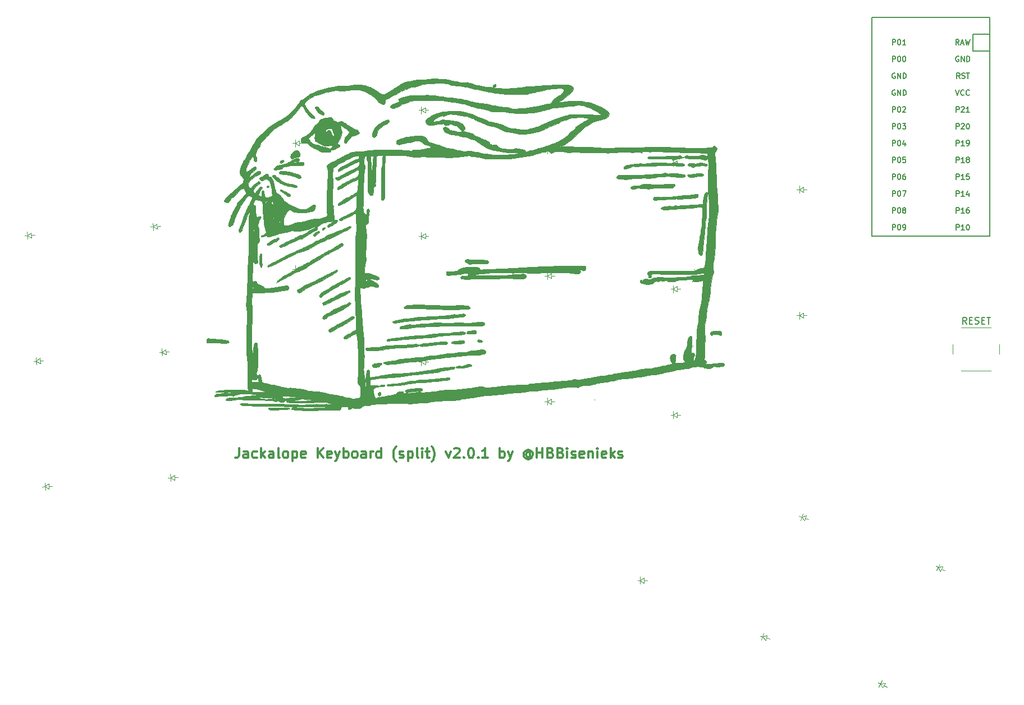
<source format=gbr>
%TF.GenerationSoftware,KiCad,Pcbnew,5.1.12-1.fc35*%
%TF.CreationDate,2022-03-13T18:33:39-07:00*%
%TF.ProjectId,jackalope_split,6a61636b-616c-46f7-9065-5f73706c6974,v1.0.0*%
%TF.SameCoordinates,Original*%
%TF.FileFunction,Legend,Top*%
%TF.FilePolarity,Positive*%
%FSLAX46Y46*%
G04 Gerber Fmt 4.6, Leading zero omitted, Abs format (unit mm)*
G04 Created by KiCad (PCBNEW 5.1.12-1.fc35) date 2022-03-13 18:33:39*
%MOMM*%
%LPD*%
G01*
G04 APERTURE LIST*
%ADD10C,0.300000*%
%ADD11C,0.010000*%
%ADD12C,0.120000*%
%ADD13C,0.100000*%
%ADD14C,0.150000*%
G04 APERTURE END LIST*
D10*
X29571428Y-3678571D02*
X29571428Y-4750000D01*
X29500000Y-4964285D01*
X29357142Y-5107142D01*
X29142857Y-5178571D01*
X29000000Y-5178571D01*
X30928571Y-5178571D02*
X30928571Y-4392857D01*
X30857142Y-4250000D01*
X30714285Y-4178571D01*
X30428571Y-4178571D01*
X30285714Y-4250000D01*
X30928571Y-5107142D02*
X30785714Y-5178571D01*
X30428571Y-5178571D01*
X30285714Y-5107142D01*
X30214285Y-4964285D01*
X30214285Y-4821428D01*
X30285714Y-4678571D01*
X30428571Y-4607142D01*
X30785714Y-4607142D01*
X30928571Y-4535714D01*
X32285714Y-5107142D02*
X32142857Y-5178571D01*
X31857142Y-5178571D01*
X31714285Y-5107142D01*
X31642857Y-5035714D01*
X31571428Y-4892857D01*
X31571428Y-4464285D01*
X31642857Y-4321428D01*
X31714285Y-4250000D01*
X31857142Y-4178571D01*
X32142857Y-4178571D01*
X32285714Y-4250000D01*
X32928571Y-5178571D02*
X32928571Y-3678571D01*
X33071428Y-4607142D02*
X33500000Y-5178571D01*
X33500000Y-4178571D02*
X32928571Y-4750000D01*
X34785714Y-5178571D02*
X34785714Y-4392857D01*
X34714285Y-4250000D01*
X34571428Y-4178571D01*
X34285714Y-4178571D01*
X34142857Y-4250000D01*
X34785714Y-5107142D02*
X34642857Y-5178571D01*
X34285714Y-5178571D01*
X34142857Y-5107142D01*
X34071428Y-4964285D01*
X34071428Y-4821428D01*
X34142857Y-4678571D01*
X34285714Y-4607142D01*
X34642857Y-4607142D01*
X34785714Y-4535714D01*
X35714285Y-5178571D02*
X35571428Y-5107142D01*
X35500000Y-4964285D01*
X35500000Y-3678571D01*
X36500000Y-5178571D02*
X36357142Y-5107142D01*
X36285714Y-5035714D01*
X36214285Y-4892857D01*
X36214285Y-4464285D01*
X36285714Y-4321428D01*
X36357142Y-4250000D01*
X36500000Y-4178571D01*
X36714285Y-4178571D01*
X36857142Y-4250000D01*
X36928571Y-4321428D01*
X37000000Y-4464285D01*
X37000000Y-4892857D01*
X36928571Y-5035714D01*
X36857142Y-5107142D01*
X36714285Y-5178571D01*
X36500000Y-5178571D01*
X37642857Y-4178571D02*
X37642857Y-5678571D01*
X37642857Y-4250000D02*
X37785714Y-4178571D01*
X38071428Y-4178571D01*
X38214285Y-4250000D01*
X38285714Y-4321428D01*
X38357142Y-4464285D01*
X38357142Y-4892857D01*
X38285714Y-5035714D01*
X38214285Y-5107142D01*
X38071428Y-5178571D01*
X37785714Y-5178571D01*
X37642857Y-5107142D01*
X39571428Y-5107142D02*
X39428571Y-5178571D01*
X39142857Y-5178571D01*
X39000000Y-5107142D01*
X38928571Y-4964285D01*
X38928571Y-4392857D01*
X39000000Y-4250000D01*
X39142857Y-4178571D01*
X39428571Y-4178571D01*
X39571428Y-4250000D01*
X39642857Y-4392857D01*
X39642857Y-4535714D01*
X38928571Y-4678571D01*
X41428571Y-5178571D02*
X41428571Y-3678571D01*
X42285714Y-5178571D02*
X41642857Y-4321428D01*
X42285714Y-3678571D02*
X41428571Y-4535714D01*
X43500000Y-5107142D02*
X43357142Y-5178571D01*
X43071428Y-5178571D01*
X42928571Y-5107142D01*
X42857142Y-4964285D01*
X42857142Y-4392857D01*
X42928571Y-4250000D01*
X43071428Y-4178571D01*
X43357142Y-4178571D01*
X43500000Y-4250000D01*
X43571428Y-4392857D01*
X43571428Y-4535714D01*
X42857142Y-4678571D01*
X44071428Y-4178571D02*
X44428571Y-5178571D01*
X44785714Y-4178571D02*
X44428571Y-5178571D01*
X44285714Y-5535714D01*
X44214285Y-5607142D01*
X44071428Y-5678571D01*
X45357142Y-5178571D02*
X45357142Y-3678571D01*
X45357142Y-4250000D02*
X45500000Y-4178571D01*
X45785714Y-4178571D01*
X45928571Y-4250000D01*
X46000000Y-4321428D01*
X46071428Y-4464285D01*
X46071428Y-4892857D01*
X46000000Y-5035714D01*
X45928571Y-5107142D01*
X45785714Y-5178571D01*
X45500000Y-5178571D01*
X45357142Y-5107142D01*
X46928571Y-5178571D02*
X46785714Y-5107142D01*
X46714285Y-5035714D01*
X46642857Y-4892857D01*
X46642857Y-4464285D01*
X46714285Y-4321428D01*
X46785714Y-4250000D01*
X46928571Y-4178571D01*
X47142857Y-4178571D01*
X47285714Y-4250000D01*
X47357142Y-4321428D01*
X47428571Y-4464285D01*
X47428571Y-4892857D01*
X47357142Y-5035714D01*
X47285714Y-5107142D01*
X47142857Y-5178571D01*
X46928571Y-5178571D01*
X48714285Y-5178571D02*
X48714285Y-4392857D01*
X48642857Y-4250000D01*
X48500000Y-4178571D01*
X48214285Y-4178571D01*
X48071428Y-4250000D01*
X48714285Y-5107142D02*
X48571428Y-5178571D01*
X48214285Y-5178571D01*
X48071428Y-5107142D01*
X48000000Y-4964285D01*
X48000000Y-4821428D01*
X48071428Y-4678571D01*
X48214285Y-4607142D01*
X48571428Y-4607142D01*
X48714285Y-4535714D01*
X49428571Y-5178571D02*
X49428571Y-4178571D01*
X49428571Y-4464285D02*
X49500000Y-4321428D01*
X49571428Y-4250000D01*
X49714285Y-4178571D01*
X49857142Y-4178571D01*
X51000000Y-5178571D02*
X51000000Y-3678571D01*
X51000000Y-5107142D02*
X50857142Y-5178571D01*
X50571428Y-5178571D01*
X50428571Y-5107142D01*
X50357142Y-5035714D01*
X50285714Y-4892857D01*
X50285714Y-4464285D01*
X50357142Y-4321428D01*
X50428571Y-4250000D01*
X50571428Y-4178571D01*
X50857142Y-4178571D01*
X51000000Y-4250000D01*
X53285714Y-5750000D02*
X53214285Y-5678571D01*
X53071428Y-5464285D01*
X53000000Y-5321428D01*
X52928571Y-5107142D01*
X52857142Y-4750000D01*
X52857142Y-4464285D01*
X52928571Y-4107142D01*
X53000000Y-3892857D01*
X53071428Y-3750000D01*
X53214285Y-3535714D01*
X53285714Y-3464285D01*
X53785714Y-5107142D02*
X53928571Y-5178571D01*
X54214285Y-5178571D01*
X54357142Y-5107142D01*
X54428571Y-4964285D01*
X54428571Y-4892857D01*
X54357142Y-4750000D01*
X54214285Y-4678571D01*
X54000000Y-4678571D01*
X53857142Y-4607142D01*
X53785714Y-4464285D01*
X53785714Y-4392857D01*
X53857142Y-4250000D01*
X54000000Y-4178571D01*
X54214285Y-4178571D01*
X54357142Y-4250000D01*
X55071428Y-4178571D02*
X55071428Y-5678571D01*
X55071428Y-4250000D02*
X55214285Y-4178571D01*
X55500000Y-4178571D01*
X55642857Y-4250000D01*
X55714285Y-4321428D01*
X55785714Y-4464285D01*
X55785714Y-4892857D01*
X55714285Y-5035714D01*
X55642857Y-5107142D01*
X55500000Y-5178571D01*
X55214285Y-5178571D01*
X55071428Y-5107142D01*
X56642857Y-5178571D02*
X56500000Y-5107142D01*
X56428571Y-4964285D01*
X56428571Y-3678571D01*
X57214285Y-5178571D02*
X57214285Y-4178571D01*
X57214285Y-3678571D02*
X57142857Y-3750000D01*
X57214285Y-3821428D01*
X57285714Y-3750000D01*
X57214285Y-3678571D01*
X57214285Y-3821428D01*
X57714285Y-4178571D02*
X58285714Y-4178571D01*
X57928571Y-3678571D02*
X57928571Y-4964285D01*
X58000000Y-5107142D01*
X58142857Y-5178571D01*
X58285714Y-5178571D01*
X58642857Y-5750000D02*
X58714285Y-5678571D01*
X58857142Y-5464285D01*
X58928571Y-5321428D01*
X59000000Y-5107142D01*
X59071428Y-4750000D01*
X59071428Y-4464285D01*
X59000000Y-4107142D01*
X58928571Y-3892857D01*
X58857142Y-3750000D01*
X58714285Y-3535714D01*
X58642857Y-3464285D01*
X60785714Y-4178571D02*
X61142857Y-5178571D01*
X61500000Y-4178571D01*
X62000000Y-3821428D02*
X62071428Y-3750000D01*
X62214285Y-3678571D01*
X62571428Y-3678571D01*
X62714285Y-3750000D01*
X62785714Y-3821428D01*
X62857142Y-3964285D01*
X62857142Y-4107142D01*
X62785714Y-4321428D01*
X61928571Y-5178571D01*
X62857142Y-5178571D01*
X63500000Y-5035714D02*
X63571428Y-5107142D01*
X63500000Y-5178571D01*
X63428571Y-5107142D01*
X63500000Y-5035714D01*
X63500000Y-5178571D01*
X64500000Y-3678571D02*
X64642857Y-3678571D01*
X64785714Y-3750000D01*
X64857142Y-3821428D01*
X64928571Y-3964285D01*
X65000000Y-4250000D01*
X65000000Y-4607142D01*
X64928571Y-4892857D01*
X64857142Y-5035714D01*
X64785714Y-5107142D01*
X64642857Y-5178571D01*
X64500000Y-5178571D01*
X64357142Y-5107142D01*
X64285714Y-5035714D01*
X64214285Y-4892857D01*
X64142857Y-4607142D01*
X64142857Y-4250000D01*
X64214285Y-3964285D01*
X64285714Y-3821428D01*
X64357142Y-3750000D01*
X64500000Y-3678571D01*
X65642857Y-5035714D02*
X65714285Y-5107142D01*
X65642857Y-5178571D01*
X65571428Y-5107142D01*
X65642857Y-5035714D01*
X65642857Y-5178571D01*
X67142857Y-5178571D02*
X66285714Y-5178571D01*
X66714285Y-5178571D02*
X66714285Y-3678571D01*
X66571428Y-3892857D01*
X66428571Y-4035714D01*
X66285714Y-4107142D01*
X68928571Y-5178571D02*
X68928571Y-3678571D01*
X68928571Y-4250000D02*
X69071428Y-4178571D01*
X69357142Y-4178571D01*
X69500000Y-4250000D01*
X69571428Y-4321428D01*
X69642857Y-4464285D01*
X69642857Y-4892857D01*
X69571428Y-5035714D01*
X69500000Y-5107142D01*
X69357142Y-5178571D01*
X69071428Y-5178571D01*
X68928571Y-5107142D01*
X70142857Y-4178571D02*
X70500000Y-5178571D01*
X70857142Y-4178571D02*
X70500000Y-5178571D01*
X70357142Y-5535714D01*
X70285714Y-5607142D01*
X70142857Y-5678571D01*
X73500000Y-4464285D02*
X73428571Y-4392857D01*
X73285714Y-4321428D01*
X73142857Y-4321428D01*
X73000000Y-4392857D01*
X72928571Y-4464285D01*
X72857142Y-4607142D01*
X72857142Y-4750000D01*
X72928571Y-4892857D01*
X73000000Y-4964285D01*
X73142857Y-5035714D01*
X73285714Y-5035714D01*
X73428571Y-4964285D01*
X73500000Y-4892857D01*
X73500000Y-4321428D02*
X73500000Y-4892857D01*
X73571428Y-4964285D01*
X73642857Y-4964285D01*
X73785714Y-4892857D01*
X73857142Y-4750000D01*
X73857142Y-4392857D01*
X73714285Y-4178571D01*
X73500000Y-4035714D01*
X73214285Y-3964285D01*
X72928571Y-4035714D01*
X72714285Y-4178571D01*
X72571428Y-4392857D01*
X72500000Y-4678571D01*
X72571428Y-4964285D01*
X72714285Y-5178571D01*
X72928571Y-5321428D01*
X73214285Y-5392857D01*
X73500000Y-5321428D01*
X73714285Y-5178571D01*
X74500000Y-5178571D02*
X74500000Y-3678571D01*
X74500000Y-4392857D02*
X75357142Y-4392857D01*
X75357142Y-5178571D02*
X75357142Y-3678571D01*
X76571428Y-4392857D02*
X76785714Y-4464285D01*
X76857142Y-4535714D01*
X76928571Y-4678571D01*
X76928571Y-4892857D01*
X76857142Y-5035714D01*
X76785714Y-5107142D01*
X76642857Y-5178571D01*
X76071428Y-5178571D01*
X76071428Y-3678571D01*
X76571428Y-3678571D01*
X76714285Y-3750000D01*
X76785714Y-3821428D01*
X76857142Y-3964285D01*
X76857142Y-4107142D01*
X76785714Y-4250000D01*
X76714285Y-4321428D01*
X76571428Y-4392857D01*
X76071428Y-4392857D01*
X78071428Y-4392857D02*
X78285714Y-4464285D01*
X78357142Y-4535714D01*
X78428571Y-4678571D01*
X78428571Y-4892857D01*
X78357142Y-5035714D01*
X78285714Y-5107142D01*
X78142857Y-5178571D01*
X77571428Y-5178571D01*
X77571428Y-3678571D01*
X78071428Y-3678571D01*
X78214285Y-3750000D01*
X78285714Y-3821428D01*
X78357142Y-3964285D01*
X78357142Y-4107142D01*
X78285714Y-4250000D01*
X78214285Y-4321428D01*
X78071428Y-4392857D01*
X77571428Y-4392857D01*
X79071428Y-5178571D02*
X79071428Y-4178571D01*
X79071428Y-3678571D02*
X79000000Y-3750000D01*
X79071428Y-3821428D01*
X79142857Y-3750000D01*
X79071428Y-3678571D01*
X79071428Y-3821428D01*
X79714285Y-5107142D02*
X79857142Y-5178571D01*
X80142857Y-5178571D01*
X80285714Y-5107142D01*
X80357142Y-4964285D01*
X80357142Y-4892857D01*
X80285714Y-4750000D01*
X80142857Y-4678571D01*
X79928571Y-4678571D01*
X79785714Y-4607142D01*
X79714285Y-4464285D01*
X79714285Y-4392857D01*
X79785714Y-4250000D01*
X79928571Y-4178571D01*
X80142857Y-4178571D01*
X80285714Y-4250000D01*
X81571428Y-5107142D02*
X81428571Y-5178571D01*
X81142857Y-5178571D01*
X81000000Y-5107142D01*
X80928571Y-4964285D01*
X80928571Y-4392857D01*
X81000000Y-4250000D01*
X81142857Y-4178571D01*
X81428571Y-4178571D01*
X81571428Y-4250000D01*
X81642857Y-4392857D01*
X81642857Y-4535714D01*
X80928571Y-4678571D01*
X82285714Y-4178571D02*
X82285714Y-5178571D01*
X82285714Y-4321428D02*
X82357142Y-4250000D01*
X82500000Y-4178571D01*
X82714285Y-4178571D01*
X82857142Y-4250000D01*
X82928571Y-4392857D01*
X82928571Y-5178571D01*
X83642857Y-5178571D02*
X83642857Y-4178571D01*
X83642857Y-3678571D02*
X83571428Y-3750000D01*
X83642857Y-3821428D01*
X83714285Y-3750000D01*
X83642857Y-3678571D01*
X83642857Y-3821428D01*
X84928571Y-5107142D02*
X84785714Y-5178571D01*
X84500000Y-5178571D01*
X84357142Y-5107142D01*
X84285714Y-4964285D01*
X84285714Y-4392857D01*
X84357142Y-4250000D01*
X84500000Y-4178571D01*
X84785714Y-4178571D01*
X84928571Y-4250000D01*
X85000000Y-4392857D01*
X85000000Y-4535714D01*
X84285714Y-4678571D01*
X85642857Y-5178571D02*
X85642857Y-3678571D01*
X85785714Y-4607142D02*
X86214285Y-5178571D01*
X86214285Y-4178571D02*
X85642857Y-4750000D01*
X86785714Y-5107142D02*
X86928571Y-5178571D01*
X87214285Y-5178571D01*
X87357142Y-5107142D01*
X87428571Y-4964285D01*
X87428571Y-4892857D01*
X87357142Y-4750000D01*
X87214285Y-4678571D01*
X87000000Y-4678571D01*
X86857142Y-4607142D01*
X86785714Y-4464285D01*
X86785714Y-4392857D01*
X86857142Y-4250000D01*
X87000000Y-4178571D01*
X87214285Y-4178571D01*
X87357142Y-4250000D01*
D11*
%TO.C,G\u002A\u002A\u002A*%
G36*
X59281902Y52066960D02*
G01*
X59473427Y52052537D01*
X59728062Y52036560D01*
X60007391Y52021325D01*
X60190895Y52012604D01*
X60428795Y52001103D01*
X60619731Y51987753D01*
X60789990Y51968504D01*
X60965862Y51939302D01*
X61173633Y51896097D01*
X61439594Y51834835D01*
X61616400Y51792882D01*
X61851931Y51740082D01*
X62085309Y51693261D01*
X62272921Y51661062D01*
X62302200Y51656995D01*
X62468051Y51629189D01*
X62600930Y51596046D01*
X62641190Y51580499D01*
X62730011Y51557685D01*
X62887182Y51538085D01*
X63090666Y51522353D01*
X63318424Y51511144D01*
X63548420Y51505112D01*
X63758617Y51504911D01*
X63926977Y51511195D01*
X64031464Y51524618D01*
X64054800Y51538537D01*
X64083254Y51552800D01*
X64134628Y51514629D01*
X64225803Y51450003D01*
X64278473Y51434800D01*
X64367440Y51419424D01*
X64522921Y51379210D01*
X64715583Y51323030D01*
X64916095Y51259755D01*
X65095126Y51198257D01*
X65212223Y51152384D01*
X65363228Y51109217D01*
X65556595Y51082933D01*
X65650503Y51079201D01*
X65845488Y51064444D01*
X65964667Y51022840D01*
X65981191Y51007830D01*
X66077598Y50951109D01*
X66251207Y50903139D01*
X66477753Y50867489D01*
X66732970Y50847731D01*
X66992591Y50847436D01*
X67050418Y50850499D01*
X67280072Y50857833D01*
X67434394Y50842638D01*
X67537668Y50802385D01*
X67542650Y50799197D01*
X67684117Y50740043D01*
X67793032Y50723600D01*
X67883316Y50732395D01*
X67887899Y50768854D01*
X67866823Y50797363D01*
X67829479Y50910541D01*
X67869816Y51030873D01*
X67973739Y51121923D01*
X67996146Y51131653D01*
X68088330Y51184513D01*
X68118800Y51230343D01*
X68148312Y51281181D01*
X68214672Y51269511D01*
X68284618Y51206356D01*
X68306626Y51168100D01*
X68329468Y51012694D01*
X68266215Y50879184D01*
X68132150Y50796146D01*
X68103953Y50789211D01*
X68008371Y50764159D01*
X68002535Y50736862D01*
X68043948Y50709641D01*
X68119591Y50692865D01*
X68277750Y50674573D01*
X68499369Y50655750D01*
X68765396Y50637384D01*
X69056776Y50620461D01*
X69354455Y50605967D01*
X69639378Y50594888D01*
X69892493Y50588213D01*
X70094745Y50586926D01*
X70227080Y50592014D01*
X70252400Y50595304D01*
X70343078Y50605961D01*
X70516098Y50621032D01*
X70752372Y50639048D01*
X71032812Y50658545D01*
X71293800Y50675317D01*
X71661166Y50702071D01*
X71979205Y50733216D01*
X72232059Y50766870D01*
X72403870Y50801149D01*
X72436800Y50811120D01*
X72607533Y50851541D01*
X72856572Y50880075D01*
X73193006Y50897583D01*
X73402000Y50902558D01*
X73732727Y50913425D01*
X74091029Y50934030D01*
X74434073Y50961433D01*
X74719026Y50992696D01*
X74722800Y50993200D01*
X75024615Y51026208D01*
X75418437Y51057096D01*
X75894686Y51085406D01*
X76443782Y51110679D01*
X77056147Y51132455D01*
X77722199Y51150276D01*
X78202600Y51159930D01*
X78477454Y51165052D01*
X78721567Y51170173D01*
X78914327Y51174817D01*
X79035124Y51178509D01*
X79060067Y51179703D01*
X79244201Y51158985D01*
X79462104Y51087972D01*
X79672013Y50984321D01*
X79832163Y50865690D01*
X79851709Y50844992D01*
X79939163Y50723258D01*
X79969089Y50604213D01*
X79940871Y50460706D01*
X79853892Y50265583D01*
X79837844Y50234251D01*
X79729163Y50079929D01*
X79548646Y49886700D01*
X79311942Y49667316D01*
X79034702Y49434529D01*
X78732576Y49201091D01*
X78421216Y48979752D01*
X78116271Y48783265D01*
X77914115Y48666854D01*
X77838746Y48609655D01*
X77821600Y48577954D01*
X77867235Y48553824D01*
X77985066Y48541750D01*
X78146483Y48541125D01*
X78322873Y48551337D01*
X78485627Y48571779D01*
X78583935Y48594194D01*
X78730805Y48625300D01*
X78957585Y48655780D01*
X79242587Y48684044D01*
X79564126Y48708505D01*
X79900515Y48727576D01*
X80230069Y48739668D01*
X80531101Y48743194D01*
X80608375Y48742413D01*
X80868038Y48731037D01*
X81125369Y48707566D01*
X81340763Y48676094D01*
X81421175Y48658421D01*
X81618962Y48614965D01*
X81865763Y48572717D01*
X82109286Y48540594D01*
X82117008Y48539773D01*
X82285759Y48519219D01*
X82433722Y48492034D01*
X82582198Y48451106D01*
X82752486Y48389326D01*
X82965887Y48299584D01*
X83243702Y48174769D01*
X83333400Y48133729D01*
X83523958Y48053074D01*
X83706356Y47986862D01*
X83816000Y47955586D01*
X84047555Y47881485D01*
X84286921Y47766642D01*
X84485039Y47635398D01*
X84517204Y47607671D01*
X84625517Y47525617D01*
X84785371Y47423707D01*
X84920713Y47346704D01*
X85171808Y47171823D01*
X85328260Y46973668D01*
X85389303Y46762092D01*
X85354173Y46546951D01*
X85222107Y46338098D01*
X85012836Y46158968D01*
X84921925Y46102703D01*
X84819906Y46052813D01*
X84692109Y46004928D01*
X84523863Y45954684D01*
X84300501Y45897713D01*
X84007351Y45829648D01*
X83629745Y45746123D01*
X83615465Y45743006D01*
X83350097Y45675310D01*
X83119287Y45589987D01*
X82882814Y45469935D01*
X82664759Y45338800D01*
X82270870Y45087137D01*
X81952810Y44873812D01*
X81697011Y44688894D01*
X81489901Y44522452D01*
X81317911Y44364553D01*
X81276000Y44322369D01*
X81109094Y44158182D01*
X80899137Y43961665D01*
X80681239Y43765395D01*
X80590200Y43686050D01*
X80376130Y43498533D01*
X80149854Y43294913D01*
X79948445Y43108729D01*
X79879000Y43042655D01*
X79733788Y42907596D01*
X79614005Y42805178D01*
X79539666Y42752210D01*
X79528631Y42748447D01*
X79466156Y42718583D01*
X79355541Y42642551D01*
X79274631Y42579936D01*
X79110056Y42454896D01*
X78939727Y42336859D01*
X78880740Y42299508D01*
X78758868Y42213928D01*
X78679549Y42136531D01*
X78668742Y42117986D01*
X78604628Y42063249D01*
X78484509Y42023427D01*
X78473201Y42021453D01*
X78200650Y41967786D01*
X78021000Y41910588D01*
X77938342Y41851209D01*
X77935015Y41843646D01*
X77946887Y41806917D01*
X78028982Y41802295D01*
X78134416Y41816571D01*
X78288111Y41837007D01*
X78406927Y41844198D01*
X78431200Y41842819D01*
X78501523Y41839079D01*
X78658551Y41834012D01*
X78887402Y41827991D01*
X79173195Y41821388D01*
X79501049Y41814574D01*
X79752000Y41809797D01*
X80431545Y41797000D01*
X81018671Y41785107D01*
X81522550Y41773808D01*
X81952355Y41762796D01*
X82317258Y41751761D01*
X82626434Y41740394D01*
X82889055Y41728388D01*
X83114293Y41715433D01*
X83311322Y41701221D01*
X83489315Y41685442D01*
X83511200Y41683293D01*
X83785450Y41659064D01*
X84061275Y41639757D01*
X84300648Y41627794D01*
X84425600Y41625086D01*
X84671975Y41624374D01*
X84942171Y41622797D01*
X85086000Y41621582D01*
X85219695Y41621853D01*
X85439284Y41624198D01*
X85729090Y41628365D01*
X86073434Y41634103D01*
X86456636Y41641162D01*
X86863018Y41649288D01*
X87016400Y41652522D01*
X87676290Y41665871D01*
X88430922Y41679749D01*
X89273437Y41694046D01*
X90196979Y41708654D01*
X91194689Y41723464D01*
X92259712Y41738367D01*
X93350503Y41752809D01*
X93668964Y41754504D01*
X93980529Y41751865D01*
X94258905Y41745417D01*
X94477795Y41735685D01*
X94569703Y41728481D01*
X94831672Y41707350D01*
X95181054Y41688018D01*
X95603674Y41670708D01*
X96085357Y41655645D01*
X96611928Y41643055D01*
X97169212Y41633163D01*
X97743034Y41626192D01*
X98319220Y41622369D01*
X98883594Y41621917D01*
X99421981Y41625062D01*
X99920207Y41632029D01*
X100220493Y41638839D01*
X100484836Y41646978D01*
X100668070Y41657375D01*
X100790669Y41674135D01*
X100873107Y41701364D01*
X100935857Y41743167D01*
X100988643Y41792859D01*
X101098448Y41883307D01*
X101197851Y41904767D01*
X101271950Y41890967D01*
X101408229Y41812964D01*
X101535492Y41674467D01*
X101623913Y41514203D01*
X101646800Y41404253D01*
X101611838Y41305342D01*
X101523283Y41180265D01*
X101469000Y41122400D01*
X101341335Y40957875D01*
X101289540Y40772695D01*
X101309609Y40544054D01*
X101343979Y40410865D01*
X101373523Y40261795D01*
X101402405Y40015146D01*
X101430664Y39670275D01*
X101458337Y39226541D01*
X101485466Y38683300D01*
X101512087Y38039910D01*
X101538240Y37295728D01*
X101544891Y37088107D01*
X101558841Y36684512D01*
X101574097Y36312657D01*
X101589965Y35984916D01*
X101605748Y35713665D01*
X101620753Y35511278D01*
X101634284Y35390129D01*
X101641879Y35360907D01*
X101655863Y35296908D01*
X101672110Y35146001D01*
X101689910Y34922835D01*
X101708551Y34642059D01*
X101727324Y34318321D01*
X101745518Y33966270D01*
X101762422Y33600555D01*
X101777326Y33235825D01*
X101789519Y32886728D01*
X101798290Y32567913D01*
X101802930Y32294029D01*
X101802727Y32079724D01*
X101802256Y32054600D01*
X101769270Y31641693D01*
X101693044Y31207850D01*
X101668758Y31105595D01*
X101581467Y30666286D01*
X101545748Y30261407D01*
X101545200Y30210828D01*
X101537781Y29971716D01*
X101518315Y29729747D01*
X101490988Y29536695D01*
X101490499Y29534234D01*
X101469780Y29409537D01*
X101451667Y29250909D01*
X101435716Y29048846D01*
X101421485Y28793845D01*
X101408530Y28476400D01*
X101396409Y28087007D01*
X101384677Y27616162D01*
X101372893Y27054360D01*
X101371458Y26980571D01*
X101359772Y26553679D01*
X101342054Y26141874D01*
X101319404Y25758434D01*
X101292925Y25416638D01*
X101263719Y25129765D01*
X101232886Y24911095D01*
X101201529Y24773906D01*
X101185548Y24739400D01*
X101161253Y24668336D01*
X101129585Y24523624D01*
X101096229Y24332374D01*
X101085955Y24264595D01*
X101053301Y23931779D01*
X101055419Y23590825D01*
X101093293Y23206027D01*
X101120125Y23022581D01*
X101119597Y22825062D01*
X101046483Y22616348D01*
X101046402Y22616181D01*
X100993042Y22471174D01*
X100936645Y22260290D01*
X100886007Y22018559D01*
X100865221Y21894600D01*
X100823826Y21622408D01*
X100780043Y21335235D01*
X100741289Y21081723D01*
X100729619Y21005600D01*
X100699931Y20770291D01*
X100673369Y20486120D01*
X100654686Y20205816D01*
X100651783Y20142000D01*
X100637931Y19899084D01*
X100617625Y19666030D01*
X100594446Y19481247D01*
X100585450Y19430800D01*
X100556122Y19279174D01*
X100516625Y19063108D01*
X100473436Y18818388D01*
X100452097Y18694200D01*
X100398951Y18417034D01*
X100332472Y18120336D01*
X100264388Y17855266D01*
X100242462Y17779800D01*
X100178478Y17530161D01*
X100127344Y17259961D01*
X100099740Y17026033D01*
X100099251Y17017800D01*
X100077985Y16709587D01*
X100048871Y16385671D01*
X100014743Y16070484D01*
X99978431Y15788459D01*
X99942765Y15564029D01*
X99916770Y15443000D01*
X99843018Y15160318D01*
X99794082Y14948391D01*
X99765392Y14780715D01*
X99752382Y14630787D01*
X99750416Y14477800D01*
X99761255Y14241890D01*
X99787785Y13931128D01*
X99827422Y13570607D01*
X99877582Y13185417D01*
X99898379Y13041077D01*
X99906091Y12865633D01*
X99883497Y12710229D01*
X99875020Y12685477D01*
X99857291Y12592080D01*
X99840380Y12408812D01*
X99824914Y12147401D01*
X99811526Y11819574D01*
X99800844Y11437060D01*
X99796673Y11226600D01*
X99789151Y10861236D01*
X99779863Y10521683D01*
X99769418Y10223592D01*
X99758426Y9982614D01*
X99747498Y9814402D01*
X99738793Y9740700D01*
X99723227Y9627546D01*
X99750641Y9582264D01*
X99803776Y9575600D01*
X99921741Y9534284D01*
X100024584Y9436553D01*
X100071818Y9321737D01*
X100072000Y9315060D01*
X100027647Y9200400D01*
X99919856Y9127941D01*
X99858640Y9118400D01*
X99782035Y9081021D01*
X99767200Y9036276D01*
X99787958Y8981311D01*
X99866345Y8991579D01*
X99881500Y8997074D01*
X99978992Y9013910D01*
X100150605Y9025033D01*
X100368957Y9029162D01*
X100529200Y9027346D01*
X100824256Y9030130D01*
X101163657Y9048258D01*
X101491898Y9078293D01*
X101623800Y9095151D01*
X101881455Y9127323D01*
X102130052Y9150102D01*
X102335709Y9160792D01*
X102434950Y9159705D01*
X102586430Y9144691D01*
X102668251Y9111582D01*
X102712341Y9040680D01*
X102732787Y8975952D01*
X102751584Y8827559D01*
X102702643Y8724853D01*
X102576561Y8660697D01*
X102363935Y8627952D01*
X102267287Y8622590D01*
X101874391Y8611627D01*
X101572783Y8613067D01*
X101352887Y8627081D01*
X101263058Y8640255D01*
X101155156Y8645472D01*
X101050214Y8606121D01*
X100915187Y8508499D01*
X100884880Y8483468D01*
X100749046Y8377097D01*
X100645534Y8325951D01*
X100532371Y8315951D01*
X100417722Y8326764D01*
X100206350Y8352332D01*
X99979796Y8379604D01*
X99921878Y8386550D01*
X99763151Y8417833D01*
X99643806Y8463313D01*
X99610858Y8488150D01*
X99520701Y8535312D01*
X99368743Y8558640D01*
X99328490Y8559600D01*
X99166256Y8573352D01*
X99033826Y8607671D01*
X99006984Y8621075D01*
X98922453Y8653038D01*
X98801921Y8653346D01*
X98615409Y8622001D01*
X98610915Y8621075D01*
X98414268Y8586722D01*
X98228919Y8564523D01*
X98138542Y8559852D01*
X97984291Y8543991D01*
X97794572Y8503553D01*
X97709800Y8479151D01*
X97521431Y8419361D01*
X97340249Y8362236D01*
X97278000Y8342748D01*
X97133651Y8312669D01*
X96933715Y8289263D01*
X96744600Y8278491D01*
X96552774Y8263000D01*
X96289856Y8227186D01*
X95983133Y8176101D01*
X95659892Y8114800D01*
X95347420Y8048335D01*
X95073004Y7981761D01*
X94938446Y7944008D01*
X94758505Y7902084D01*
X94567935Y7874622D01*
X94557446Y7873745D01*
X94333928Y7845500D01*
X94086484Y7791143D01*
X93789062Y7704292D01*
X93568824Y7631561D01*
X93171001Y7521087D01*
X92728769Y7439247D01*
X92296780Y7395216D01*
X92130824Y7390201D01*
X91948326Y7379462D01*
X91714886Y7352135D01*
X91478680Y7313944D01*
X91461400Y7310647D01*
X91226697Y7266353D01*
X90991415Y7223695D01*
X90803931Y7191431D01*
X90793575Y7189745D01*
X90618394Y7157959D01*
X90468615Y7125039D01*
X90417432Y7110986D01*
X90299116Y7086657D01*
X90130007Y7066508D01*
X90043856Y7060243D01*
X89857726Y7044965D01*
X89623598Y7018998D01*
X89404000Y6989636D01*
X89153024Y6952524D01*
X88882234Y6912418D01*
X88682061Y6882723D01*
X88482581Y6858587D01*
X88221828Y6834639D01*
X87940074Y6814317D01*
X87772614Y6805053D01*
X87538996Y6791248D01*
X87341347Y6774539D01*
X87202709Y6757193D01*
X87148578Y6743703D01*
X87068154Y6715454D01*
X86928022Y6683197D01*
X86851525Y6669293D01*
X86383700Y6584142D01*
X85963035Y6492931D01*
X85898800Y6477309D01*
X85685949Y6428831D01*
X85430754Y6377149D01*
X85158657Y6326677D01*
X84895104Y6281831D01*
X84665539Y6247029D01*
X84495405Y6226685D01*
X84434948Y6223251D01*
X84302349Y6210830D01*
X84101575Y6178230D01*
X83862543Y6131735D01*
X83615169Y6077629D01*
X83389372Y6022196D01*
X83215068Y5971721D01*
X83181000Y5959862D01*
X82999767Y5911984D01*
X82723119Y5865839D01*
X82357236Y5822247D01*
X81908297Y5782031D01*
X81758600Y5770766D01*
X81456413Y5746126D01*
X81236887Y5719500D01*
X81081127Y5685948D01*
X80970237Y5640525D01*
X80885322Y5578290D01*
X80838289Y5530053D01*
X80742572Y5436181D01*
X80672980Y5419141D01*
X80595752Y5473692D01*
X80579302Y5489841D01*
X80517013Y5530277D01*
X80417653Y5550298D01*
X80257984Y5552468D01*
X80087631Y5544108D01*
X79821803Y5528928D01*
X79519526Y5513638D01*
X79245895Y5501530D01*
X79244000Y5501455D01*
X79021636Y5486084D01*
X78736205Y5456895D01*
X78424629Y5418089D01*
X78126400Y5374282D01*
X77854275Y5330729D01*
X77600267Y5290312D01*
X77390445Y5257164D01*
X77250879Y5235417D01*
X77237400Y5233361D01*
X77116318Y5219984D01*
X76916868Y5203488D01*
X76662167Y5185556D01*
X76375331Y5167872D01*
X76221400Y5159347D01*
X75904621Y5138343D01*
X75586517Y5109970D01*
X75297495Y5077418D01*
X75067962Y5043879D01*
X75002200Y5031442D01*
X74773599Y4993577D01*
X74487147Y4960213D01*
X74186594Y4935943D01*
X74011600Y4927451D01*
X73755125Y4917281D01*
X73515308Y4904744D01*
X73322633Y4891600D01*
X73224200Y4881997D01*
X72961534Y4845591D01*
X72642154Y4797493D01*
X72309273Y4744375D01*
X72055800Y4701621D01*
X71850797Y4675536D01*
X71596432Y4656515D01*
X71344891Y4648365D01*
X71324904Y4648295D01*
X71040886Y4639025D01*
X70670615Y4612415D01*
X70227709Y4569775D01*
X69725789Y4512413D01*
X69185600Y4442610D01*
X68931114Y4412024D01*
X68653391Y4384744D01*
X68449000Y4369136D01*
X67926582Y4331277D01*
X67347989Y4278996D01*
X66751973Y4216384D01*
X66177288Y4147530D01*
X65662685Y4076526D01*
X65629600Y4071533D01*
X65185957Y4004356D01*
X64824272Y3950170D01*
X64526109Y3906349D01*
X64273036Y3870264D01*
X64046616Y3839287D01*
X63828415Y3810789D01*
X63600000Y3782144D01*
X63597600Y3781847D01*
X63371858Y3748924D01*
X63172006Y3710712D01*
X63028328Y3673390D01*
X62988000Y3657500D01*
X62863084Y3618963D01*
X62649873Y3581921D01*
X62361669Y3547442D01*
X62011775Y3516590D01*
X61613493Y3490434D01*
X61180127Y3470039D01*
X60724980Y3456472D01*
X60422600Y3451809D01*
X59958635Y3441234D01*
X59521257Y3419465D01*
X59124352Y3387947D01*
X58781810Y3348124D01*
X58507520Y3301440D01*
X58315370Y3249339D01*
X58264938Y3227470D01*
X58162803Y3199366D01*
X57980001Y3173112D01*
X57737467Y3150224D01*
X57456134Y3132216D01*
X57156934Y3120603D01*
X56860801Y3116899D01*
X56750814Y3117923D01*
X56374519Y3109485D01*
X56010619Y3075105D01*
X55815546Y3042790D01*
X55579141Y3000558D01*
X55402155Y2985874D01*
X55246629Y2997296D01*
X55142596Y3017245D01*
X55003742Y3036741D01*
X54785858Y3053187D01*
X54505522Y3066497D01*
X54179314Y3076589D01*
X53823813Y3083378D01*
X53455599Y3086779D01*
X53091250Y3086710D01*
X52747347Y3083086D01*
X52440469Y3075823D01*
X52187195Y3064836D01*
X52004104Y3050043D01*
X51913600Y3033603D01*
X51795538Y3010828D01*
X51586704Y2990574D01*
X51297908Y2973517D01*
X50939960Y2960331D01*
X50628674Y2953321D01*
X50264382Y2946567D01*
X49987753Y2939501D01*
X49784855Y2930670D01*
X49641759Y2918623D01*
X49544532Y2901909D01*
X49479245Y2879077D01*
X49431965Y2848675D01*
X49406200Y2825965D01*
X49243786Y2738352D01*
X49036842Y2721232D01*
X48851765Y2764003D01*
X48669598Y2788780D01*
X48461219Y2753517D01*
X48269350Y2670412D01*
X48143932Y2561907D01*
X47983619Y2421702D01*
X47756801Y2322707D01*
X47492133Y2270528D01*
X47218266Y2270774D01*
X46963856Y2329055D01*
X46960600Y2330298D01*
X46744557Y2397151D01*
X46601917Y2401618D01*
X46525703Y2343451D01*
X46514959Y2314559D01*
X46448651Y2236208D01*
X46323633Y2184389D01*
X46181328Y2168422D01*
X46063158Y2197632D01*
X46046710Y2209177D01*
X45999227Y2284577D01*
X46025983Y2371686D01*
X46057303Y2467712D01*
X46012347Y2521320D01*
X45879679Y2547147D01*
X45745363Y2561185D01*
X45566572Y2581588D01*
X45487400Y2591070D01*
X45263826Y2588787D01*
X45078656Y2531286D01*
X44951819Y2428917D01*
X44903240Y2292025D01*
X44903200Y2287718D01*
X44856771Y2153122D01*
X44781678Y2081519D01*
X44725880Y2053520D01*
X44647948Y2034254D01*
X44532919Y2023088D01*
X44365828Y2019388D01*
X44131710Y2022519D01*
X43815602Y2031847D01*
X43702178Y2035772D01*
X43332885Y2048659D01*
X43046993Y2057835D01*
X42826370Y2063313D01*
X42652886Y2065107D01*
X42508410Y2063229D01*
X42374810Y2057694D01*
X42233955Y2048515D01*
X42083800Y2036975D01*
X41837261Y2022297D01*
X41557166Y2012603D01*
X41347200Y2010122D01*
X41086038Y2010708D01*
X40901944Y2010127D01*
X40770388Y2007802D01*
X40666838Y2003159D01*
X40566764Y1995620D01*
X40509000Y1990461D01*
X40394714Y1986644D01*
X40198812Y1987194D01*
X39941168Y1991756D01*
X39641656Y1999978D01*
X39320151Y2011505D01*
X39315200Y2011704D01*
X38799729Y2034922D01*
X38359957Y2059913D01*
X38000974Y2086241D01*
X37727872Y2113469D01*
X37545741Y2141159D01*
X37459672Y2168874D01*
X37456880Y2171286D01*
X37448409Y2239699D01*
X37479953Y2342740D01*
X37535568Y2431985D01*
X37614671Y2458362D01*
X37715875Y2447899D01*
X37839848Y2440201D01*
X37913933Y2458611D01*
X37918006Y2463288D01*
X37904182Y2500021D01*
X38220393Y2500021D01*
X38231968Y2459548D01*
X38337908Y2423682D01*
X38534612Y2393478D01*
X38818478Y2369989D01*
X38920081Y2364410D01*
X39158082Y2356043D01*
X39464810Y2350429D01*
X39822266Y2347419D01*
X40212449Y2346865D01*
X40617362Y2348617D01*
X41019004Y2352527D01*
X41399377Y2358445D01*
X41740481Y2366223D01*
X42024318Y2375712D01*
X42232887Y2386763D01*
X42298899Y2392362D01*
X42489689Y2421907D01*
X42579625Y2460760D01*
X42573301Y2489773D01*
X43095021Y2489773D01*
X43099800Y2463600D01*
X43164745Y2414738D01*
X43178998Y2412800D01*
X43225431Y2451548D01*
X43226800Y2463600D01*
X43185450Y2508183D01*
X43147601Y2514400D01*
X43095021Y2489773D01*
X42573301Y2489773D01*
X42569053Y2509259D01*
X42473263Y2561695D01*
X42376381Y2583890D01*
X42209408Y2597055D01*
X41963915Y2601397D01*
X41631469Y2597119D01*
X41343609Y2589141D01*
X40929098Y2575958D01*
X40597865Y2565916D01*
X40331643Y2558820D01*
X40112165Y2554477D01*
X39921162Y2552692D01*
X39740368Y2553272D01*
X39551515Y2556022D01*
X39336337Y2560748D01*
X39137400Y2565709D01*
X38869004Y2569551D01*
X38628785Y2567490D01*
X38439193Y2560113D01*
X38322675Y2548005D01*
X38306786Y2544044D01*
X38220393Y2500021D01*
X37904182Y2500021D01*
X37901323Y2507615D01*
X37826992Y2543638D01*
X37738688Y2555514D01*
X37696068Y2543798D01*
X37629743Y2536985D01*
X37485152Y2540166D01*
X37285040Y2552409D01*
X37098714Y2568250D01*
X36938581Y2581148D01*
X36735982Y2593197D01*
X36485201Y2604524D01*
X36180521Y2615257D01*
X35816224Y2625524D01*
X35386595Y2635454D01*
X34885916Y2645173D01*
X34308472Y2654810D01*
X33648545Y2664494D01*
X32900419Y2674351D01*
X32058377Y2684511D01*
X31746000Y2688098D01*
X31284268Y2693859D01*
X30912727Y2699999D01*
X30619968Y2707197D01*
X30394581Y2716134D01*
X30225158Y2727489D01*
X30100289Y2741942D01*
X30008566Y2760174D01*
X29938579Y2782863D01*
X29904500Y2797831D01*
X29761843Y2883072D01*
X29713704Y2954503D01*
X29753773Y3010822D01*
X29875741Y3050728D01*
X30073296Y3072918D01*
X30340131Y3076092D01*
X30669935Y3058948D01*
X31009400Y3025769D01*
X31248738Y3004751D01*
X31555081Y2987888D01*
X31893872Y2976576D01*
X32230551Y2972207D01*
X32330200Y2972489D01*
X32805355Y2974576D01*
X33320826Y2974428D01*
X33865092Y2972230D01*
X34426635Y2968169D01*
X34993936Y2962431D01*
X35555476Y2955202D01*
X36099736Y2946667D01*
X36615196Y2937014D01*
X37090338Y2926426D01*
X37513643Y2915092D01*
X37873591Y2903196D01*
X38158664Y2890925D01*
X38357343Y2878465D01*
X38400800Y2874467D01*
X38667164Y2851985D01*
X38927739Y2839119D01*
X39147869Y2837118D01*
X39264400Y2843371D01*
X39423390Y2856604D01*
X39653920Y2871015D01*
X39925973Y2884922D01*
X40209527Y2896646D01*
X40229600Y2897362D01*
X40500330Y2907820D01*
X40749592Y2919114D01*
X40951922Y2929978D01*
X41081860Y2939149D01*
X41093200Y2940265D01*
X41216603Y2944043D01*
X41411873Y2939662D01*
X41649688Y2928114D01*
X41844816Y2914848D01*
X42110237Y2897116D01*
X42294748Y2892552D01*
X42418285Y2901962D01*
X42500783Y2926154D01*
X42530616Y2942580D01*
X42614747Y2982992D01*
X42706907Y2983732D01*
X42847299Y2944156D01*
X42867814Y2937176D01*
X43033506Y2891649D01*
X43166006Y2891837D01*
X43284269Y2923002D01*
X43441354Y2959621D01*
X43571664Y2943497D01*
X43632184Y2921221D01*
X43748177Y2886476D01*
X43820716Y2888833D01*
X43823857Y2891325D01*
X43825685Y2941708D01*
X43733715Y2988328D01*
X43555747Y3028369D01*
X43380825Y3051327D01*
X43181020Y3081609D01*
X43000337Y3124922D01*
X42898353Y3162749D01*
X42799964Y3198072D01*
X42657683Y3222913D01*
X42461668Y3237482D01*
X42202075Y3241988D01*
X41869061Y3236642D01*
X41452785Y3221654D01*
X41042400Y3202315D01*
X40701228Y3187896D01*
X40306119Y3175962D01*
X39874238Y3166607D01*
X39422752Y3159923D01*
X38968826Y3156002D01*
X38529626Y3154938D01*
X38122320Y3156823D01*
X37764072Y3161750D01*
X37472049Y3169811D01*
X37263416Y3181100D01*
X37254298Y3181850D01*
X36965919Y3220662D01*
X36776045Y3280272D01*
X36683650Y3361073D01*
X36673600Y3405188D01*
X36637808Y3468389D01*
X36554812Y3479314D01*
X36461182Y3443172D01*
X36393546Y3365300D01*
X36349320Y3298806D01*
X36271964Y3260879D01*
X36133619Y3241215D01*
X36042733Y3235510D01*
X35868592Y3231219D01*
X35761690Y3247437D01*
X35688233Y3293948D01*
X35635770Y3353328D01*
X35529473Y3486636D01*
X35284888Y3403597D01*
X35133317Y3356967D01*
X35037840Y3347469D01*
X34960126Y3374736D01*
X34918938Y3400080D01*
X34822333Y3441075D01*
X34671792Y3466283D01*
X34448832Y3478032D01*
X34287787Y3479600D01*
X34074137Y3483129D01*
X33904526Y3492646D01*
X33900497Y3493184D01*
X37792671Y3493184D01*
X37807011Y3454374D01*
X37843471Y3424801D01*
X37941444Y3398754D01*
X38137164Y3385667D01*
X38431311Y3385544D01*
X38824563Y3398393D01*
X39317601Y3424219D01*
X39569200Y3439881D01*
X39859983Y3462388D01*
X40117869Y3489253D01*
X40322763Y3517912D01*
X40454570Y3545800D01*
X40483019Y3556519D01*
X40552621Y3596476D01*
X40553479Y3603747D01*
X40697337Y3603747D01*
X40758396Y3595329D01*
X40813800Y3594011D01*
X40918350Y3598100D01*
X40945335Y3609612D01*
X40928692Y3616104D01*
X40806699Y3625566D01*
X40725492Y3617129D01*
X40697337Y3603747D01*
X40553479Y3603747D01*
X40555511Y3620965D01*
X40479284Y3640803D01*
X40365894Y3658662D01*
X40156328Y3676159D01*
X39930369Y3675274D01*
X39868776Y3670819D01*
X39667212Y3669232D01*
X39437994Y3692470D01*
X39326848Y3713484D01*
X39147461Y3749076D01*
X39026889Y3752764D01*
X38927400Y3724290D01*
X38898285Y3710570D01*
X38785620Y3672486D01*
X38603811Y3630221D01*
X38384702Y3590766D01*
X38287339Y3576458D01*
X38080056Y3546614D01*
X37913829Y3519690D01*
X37812248Y3499660D01*
X37792671Y3493184D01*
X33900497Y3493184D01*
X33800419Y3506547D01*
X33777996Y3517700D01*
X33729163Y3526536D01*
X33590530Y3534141D01*
X33373889Y3540308D01*
X33091035Y3544831D01*
X32753761Y3547504D01*
X32373862Y3548122D01*
X32088896Y3547221D01*
X31600815Y3546432D01*
X31170167Y3549152D01*
X30805746Y3555174D01*
X30516347Y3564294D01*
X30310763Y3576307D01*
X30197787Y3591008D01*
X30196600Y3591311D01*
X29954097Y3628669D01*
X29643789Y3638419D01*
X29295348Y3621593D01*
X28938449Y3579225D01*
X28723400Y3540048D01*
X28324430Y3476680D01*
X27977865Y3469562D01*
X27691402Y3509025D01*
X27601601Y3556409D01*
X27589802Y3643396D01*
X27656157Y3750455D01*
X27795095Y3821905D01*
X32408561Y3821905D01*
X32429165Y3790559D01*
X32501331Y3797376D01*
X32609341Y3807006D01*
X32778543Y3802442D01*
X32980491Y3786796D01*
X33186741Y3763181D01*
X33368848Y3734709D01*
X33498366Y3704493D01*
X33543108Y3683384D01*
X33633587Y3650330D01*
X33727200Y3658240D01*
X33839854Y3679981D01*
X34016708Y3706521D01*
X34220883Y3732359D01*
X34235200Y3733994D01*
X34425632Y3755500D01*
X34532666Y3767491D01*
X34853775Y3767491D01*
X34872545Y3697975D01*
X34951462Y3689952D01*
X35048000Y3734378D01*
X35098658Y3782190D01*
X35058168Y3827603D01*
X35048000Y3834375D01*
X34938785Y3869000D01*
X34868107Y3813093D01*
X34853775Y3767491D01*
X34532666Y3767491D01*
X34577655Y3772531D01*
X34662106Y3781821D01*
X34667000Y3782331D01*
X34670423Y3806951D01*
X34616200Y3848132D01*
X34516856Y3876036D01*
X34331241Y3897767D01*
X34074569Y3911917D01*
X33878991Y3916357D01*
X33604964Y3922406D01*
X33340181Y3933112D01*
X33116355Y3946916D01*
X32974760Y3960886D01*
X32714299Y3971103D01*
X32556269Y3935752D01*
X32453669Y3877204D01*
X32408561Y3821905D01*
X27795095Y3821905D01*
X27818580Y3833982D01*
X28074124Y3893215D01*
X28124000Y3898146D01*
X31920432Y3898146D01*
X31970366Y3890011D01*
X32036255Y3899351D01*
X32037041Y3916692D01*
X31969051Y3928819D01*
X31939675Y3920703D01*
X31920432Y3898146D01*
X28124000Y3898146D01*
X28419844Y3927394D01*
X28723400Y3936064D01*
X29186447Y3946512D01*
X29613070Y3971320D01*
X29986353Y4008856D01*
X30289374Y4057485D01*
X30447811Y4098078D01*
X36090920Y4098078D01*
X36133113Y4044325D01*
X36136990Y4041065D01*
X36203207Y3956312D01*
X36216400Y3908905D01*
X36261838Y3848179D01*
X36380303Y3807886D01*
X36545021Y3789427D01*
X36729217Y3794202D01*
X36906116Y3823612D01*
X37025866Y3866552D01*
X37187306Y3919523D01*
X37381841Y3922086D01*
X37447469Y3914621D01*
X37621096Y3902117D01*
X37813308Y3904176D01*
X37997506Y3918283D01*
X38147092Y3941924D01*
X38235466Y3972583D01*
X38248400Y3990341D01*
X38233314Y4011281D01*
X38180854Y4030145D01*
X38080214Y4048204D01*
X37920588Y4066725D01*
X37691171Y4086979D01*
X37381158Y4110233D01*
X37010927Y4135674D01*
X36653030Y4156476D01*
X36389010Y4163868D01*
X36211939Y4157099D01*
X36114886Y4135419D01*
X36090920Y4098078D01*
X30447811Y4098078D01*
X30476000Y4105300D01*
X30631710Y4142641D01*
X30850583Y4177056D01*
X30980033Y4190800D01*
X35606800Y4190800D01*
X35645457Y4141477D01*
X35657600Y4140000D01*
X35706923Y4178658D01*
X35708400Y4190800D01*
X35669742Y4240124D01*
X35657600Y4241600D01*
X35608276Y4202943D01*
X35606800Y4190800D01*
X30980033Y4190800D01*
X31094216Y4202923D01*
X31187200Y4209452D01*
X31561874Y4235758D01*
X31848171Y4265290D01*
X32042301Y4297501D01*
X32131244Y4328614D01*
X32685800Y4328614D01*
X32812800Y4290171D01*
X32953658Y4253972D01*
X33041775Y4254800D01*
X33111612Y4287625D01*
X33121371Y4304546D01*
X33546032Y4304546D01*
X33595966Y4296411D01*
X33661855Y4305751D01*
X33662641Y4323092D01*
X33594651Y4335219D01*
X33565275Y4327103D01*
X33546032Y4304546D01*
X33121371Y4304546D01*
X33136344Y4330505D01*
X33086162Y4364308D01*
X32987737Y4381830D01*
X32867737Y4375869D01*
X32821833Y4365894D01*
X32685800Y4328614D01*
X32131244Y4328614D01*
X32140473Y4331842D01*
X32152400Y4349138D01*
X32140918Y4374916D01*
X32098722Y4396687D01*
X32014183Y4415954D01*
X31875676Y4434223D01*
X31671573Y4452998D01*
X31390247Y4473785D01*
X31020071Y4498089D01*
X30984000Y4500374D01*
X30602031Y4523976D01*
X30308372Y4540300D01*
X30089987Y4549258D01*
X29933840Y4550760D01*
X29826896Y4544718D01*
X29756118Y4531044D01*
X29708471Y4509649D01*
X29683690Y4491526D01*
X29584885Y4455851D01*
X29537649Y4462615D01*
X29441151Y4461604D01*
X29321102Y4419241D01*
X29170435Y4360651D01*
X28999414Y4318801D01*
X28992963Y4317778D01*
X28843797Y4271596D01*
X28772386Y4184775D01*
X28770444Y4178967D01*
X28735562Y4069063D01*
X28645138Y4180732D01*
X28519491Y4261736D01*
X28328909Y4294170D01*
X28098722Y4276096D01*
X27935664Y4234996D01*
X27820847Y4213174D01*
X27628501Y4192980D01*
X27382697Y4176312D01*
X27107505Y4165064D01*
X27021600Y4163005D01*
X26745028Y4154527D01*
X26493221Y4141302D01*
X26289310Y4124939D01*
X26156429Y4107043D01*
X26132600Y4101229D01*
X25965701Y4071843D01*
X25873999Y4110153D01*
X25854815Y4182334D01*
X25874173Y4285533D01*
X25937504Y4363637D01*
X26059463Y4424126D01*
X26254704Y4474476D01*
X26513677Y4518579D01*
X26760867Y4552338D01*
X26995667Y4578840D01*
X27184080Y4594499D01*
X27259147Y4597200D01*
X27401088Y4610846D01*
X27468900Y4642565D01*
X27631200Y4642565D01*
X27677953Y4612660D01*
X27804598Y4599286D01*
X27990712Y4602869D01*
X28215871Y4623834D01*
X28259109Y4629505D01*
X28421076Y4660597D01*
X28486003Y4692723D01*
X28458294Y4721312D01*
X28342353Y4741794D01*
X28143354Y4749600D01*
X27889176Y4742355D01*
X27726156Y4719297D01*
X27644799Y4678442D01*
X27631200Y4642565D01*
X27468900Y4642565D01*
X27471988Y4644009D01*
X27461965Y4685030D01*
X27364500Y4721535D01*
X27269070Y4733507D01*
X27097710Y4747107D01*
X26876029Y4760537D01*
X26666000Y4770527D01*
X26432966Y4780396D01*
X26239463Y4788905D01*
X26106698Y4795099D01*
X26056400Y4797939D01*
X26076679Y4819961D01*
X26160870Y4868791D01*
X26163334Y4870080D01*
X26268312Y4919356D01*
X26383775Y4959987D01*
X26520289Y4992816D01*
X26688417Y5018689D01*
X26898726Y5038448D01*
X27161778Y5052938D01*
X27488140Y5063004D01*
X27888375Y5069489D01*
X28373048Y5073237D01*
X28722691Y5074562D01*
X29212772Y5075633D01*
X29611615Y5075547D01*
X29929577Y5073853D01*
X30177019Y5070098D01*
X30364298Y5063831D01*
X30501773Y5054602D01*
X30599804Y5041957D01*
X30668748Y5025445D01*
X30718966Y5004616D01*
X30750139Y4986171D01*
X30864312Y4928277D01*
X30931529Y4940721D01*
X30954955Y5030466D01*
X30937756Y5204477D01*
X30914752Y5324656D01*
X31526868Y5324656D01*
X31559675Y5126028D01*
X31581300Y4974541D01*
X31592598Y4855438D01*
X31593040Y4840407D01*
X31606305Y4798619D01*
X31657671Y4771069D01*
X31765464Y4753799D01*
X31948007Y4742852D01*
X32063500Y4738807D01*
X32304210Y4732842D01*
X32535581Y4729693D01*
X32718192Y4729817D01*
X32762000Y4730681D01*
X32965965Y4736317D01*
X33184908Y4742161D01*
X33231900Y4743381D01*
X33397530Y4757149D01*
X33463006Y4787494D01*
X33428448Y4834656D01*
X33308100Y4893233D01*
X32993246Y5019727D01*
X32751440Y5113107D01*
X32561945Y5179338D01*
X32404024Y5224385D01*
X32256940Y5254212D01*
X32099956Y5274785D01*
X31925363Y5290970D01*
X31526868Y5324656D01*
X30914752Y5324656D01*
X30911576Y5341248D01*
X30882515Y5484423D01*
X30860714Y5612478D01*
X30845870Y5740877D01*
X30837680Y5885083D01*
X30835841Y6060559D01*
X30840050Y6282770D01*
X30847690Y6501109D01*
X31492000Y6501109D01*
X31492000Y6328213D01*
X31961900Y6312005D01*
X32209525Y6303818D01*
X32372766Y6301551D01*
X32468789Y6308058D01*
X32514765Y6326195D01*
X32527862Y6358817D01*
X32525493Y6405742D01*
X32510445Y6503874D01*
X32479031Y6664272D01*
X32442475Y6832400D01*
X32398815Y7004438D01*
X32364415Y7077631D01*
X32332673Y7053491D01*
X32296985Y6933529D01*
X32282309Y6869043D01*
X32199927Y6725760D01*
X32083019Y6647622D01*
X31959892Y6598324D01*
X31866204Y6600854D01*
X31752661Y6651156D01*
X31610422Y6705997D01*
X31528682Y6682994D01*
X31494902Y6574928D01*
X31492000Y6501109D01*
X30847690Y6501109D01*
X30850003Y6567178D01*
X30865398Y6929247D01*
X30875871Y7162600D01*
X30898058Y7733721D01*
X30909802Y8230782D01*
X30911178Y8648696D01*
X30902262Y8982373D01*
X30883130Y9226724D01*
X30853857Y9376660D01*
X30842579Y9403465D01*
X30809795Y9518272D01*
X30781788Y9728569D01*
X30758864Y10028341D01*
X30741326Y10411577D01*
X30729481Y10872264D01*
X30723632Y11404390D01*
X30723137Y11760000D01*
X30722388Y11994643D01*
X31459872Y11994643D01*
X31462724Y11704545D01*
X31469436Y11475524D01*
X31479991Y11301802D01*
X31494375Y11177599D01*
X31512572Y11097139D01*
X31513471Y11094481D01*
X31556364Y10894553D01*
X31556220Y10703907D01*
X31555684Y10700478D01*
X31540819Y10583687D01*
X31554350Y10549297D01*
X31604465Y10580138D01*
X31610661Y10585207D01*
X31664073Y10664466D01*
X31687293Y10802596D01*
X31688582Y10940807D01*
X31697140Y11147799D01*
X31727727Y11387257D01*
X31774636Y11634518D01*
X31832161Y11864924D01*
X31894594Y12053813D01*
X31956229Y12176527D01*
X31980540Y12202426D01*
X32110843Y12255695D01*
X32220967Y12209593D01*
X32296263Y12098569D01*
X32314855Y12038297D01*
X32330049Y11936721D01*
X32342146Y11785076D01*
X32351445Y11574594D01*
X32358244Y11296509D01*
X32362845Y10942054D01*
X32365545Y10502462D01*
X32366586Y10039958D01*
X32366878Y9547176D01*
X32366332Y9145281D01*
X32364417Y8823558D01*
X32360601Y8571293D01*
X32354353Y8377774D01*
X32345141Y8232286D01*
X32332433Y8124115D01*
X32315699Y8042549D01*
X32294406Y7976874D01*
X32268023Y7916375D01*
X32260436Y7900526D01*
X32187496Y7739677D01*
X32158932Y7630627D01*
X32171189Y7535594D01*
X32215900Y7427125D01*
X32297646Y7327685D01*
X32401408Y7289422D01*
X32493209Y7318628D01*
X32527737Y7369363D01*
X32598220Y7428780D01*
X32668033Y7432863D01*
X32765414Y7369801D01*
X32847466Y7222312D01*
X32907683Y7007186D01*
X32939558Y6741215D01*
X32940100Y6730800D01*
X32948927Y6557701D01*
X32956489Y6417129D01*
X32959592Y6364288D01*
X33015444Y6263187D01*
X33163090Y6180791D01*
X33393693Y6121819D01*
X33422400Y6117172D01*
X33609721Y6081953D01*
X33827569Y6032271D01*
X33930400Y6005680D01*
X34134889Y5955852D01*
X34379665Y5904540D01*
X34565400Y5870793D01*
X34812000Y5823484D01*
X35079034Y5762293D01*
X35251200Y5716616D01*
X35480946Y5657827D01*
X35748351Y5600449D01*
X35962400Y5562351D01*
X36193182Y5521989D01*
X36424564Y5473810D01*
X36597478Y5430649D01*
X36923910Y5381615D01*
X37097652Y5391415D01*
X37310109Y5401321D01*
X37600401Y5387379D01*
X37948405Y5352704D01*
X38333999Y5300411D01*
X38737060Y5233613D01*
X39137466Y5155425D01*
X39515094Y5068962D01*
X39849822Y4977336D01*
X39924800Y4953874D01*
X40043444Y4930712D01*
X40237425Y4909349D01*
X40480480Y4892077D01*
X40746348Y4881185D01*
X40763000Y4880772D01*
X41186333Y4860405D01*
X41564360Y4816995D01*
X41952046Y4743865D01*
X42025046Y4727500D01*
X42264096Y4676304D01*
X42470632Y4638478D01*
X42622624Y4617627D01*
X42698044Y4617354D01*
X42698146Y4617393D01*
X42760652Y4616953D01*
X42769600Y4597564D01*
X42815029Y4554060D01*
X42930751Y4509154D01*
X43085919Y4471093D01*
X43249686Y4448127D01*
X43340010Y4445040D01*
X43467520Y4436178D01*
X43672643Y4408706D01*
X43933923Y4366542D01*
X44229902Y4313609D01*
X44539125Y4253826D01*
X44840133Y4191114D01*
X45111470Y4129394D01*
X45233400Y4099075D01*
X45495927Y4033451D01*
X45816884Y3956490D01*
X46155279Y3877771D01*
X46470116Y3806871D01*
X46655800Y3766755D01*
X46974236Y3742764D01*
X47324075Y3791622D01*
X47369343Y3803073D01*
X47585015Y3865485D01*
X47723134Y3927977D01*
X47805369Y4012496D01*
X47853386Y4140986D01*
X47865837Y4208847D01*
X48569656Y4208847D01*
X48597969Y4143581D01*
X48611600Y4140000D01*
X48640245Y4185501D01*
X48656126Y4301270D01*
X48657336Y4381300D01*
X48651628Y4515267D01*
X48639755Y4556807D01*
X48618058Y4515064D01*
X48611600Y4495600D01*
X48574200Y4335311D01*
X48569656Y4208847D01*
X47865837Y4208847D01*
X47887717Y4328091D01*
X47912385Y4592728D01*
X47915156Y4825800D01*
X48611600Y4825800D01*
X48639030Y4758197D01*
X48662400Y4749600D01*
X48707468Y4790746D01*
X48713200Y4825800D01*
X48685769Y4893404D01*
X48662400Y4902000D01*
X48617331Y4860855D01*
X48611600Y4825800D01*
X47915156Y4825800D01*
X47916111Y4906114D01*
X47904386Y5144476D01*
X47883550Y5373223D01*
X47859047Y5527538D01*
X47822854Y5634493D01*
X47766948Y5721163D01*
X47716208Y5779476D01*
X47631234Y5871322D01*
X47564847Y5950026D01*
X47529666Y6006392D01*
X48560800Y6006392D01*
X48565884Y5832722D01*
X48579146Y5701846D01*
X48595725Y5646009D01*
X48663118Y5618251D01*
X48710087Y5686516D01*
X48734952Y5846975D01*
X48738600Y5972338D01*
X48733946Y6154320D01*
X48716072Y6257582D01*
X48679105Y6304739D01*
X48649700Y6314730D01*
X48601214Y6311447D01*
X48574229Y6264232D01*
X48562780Y6152404D01*
X48560800Y6006392D01*
X47529666Y6006392D01*
X47515801Y6028605D01*
X47482851Y6120075D01*
X47464753Y6237451D01*
X47460262Y6393750D01*
X47468134Y6601988D01*
X47487123Y6875180D01*
X47515986Y7226343D01*
X47545081Y7569000D01*
X47562751Y7859739D01*
X47573777Y8223077D01*
X47578607Y8645177D01*
X47577687Y9112200D01*
X47571463Y9610307D01*
X47560383Y10125661D01*
X47544894Y10644423D01*
X47525443Y11152754D01*
X47502476Y11636816D01*
X47476440Y12082771D01*
X47447783Y12476779D01*
X47416951Y12805004D01*
X47384390Y13053605D01*
X47364626Y13157000D01*
X47321401Y13341382D01*
X47285522Y13489773D01*
X47264421Y13571465D01*
X47263850Y13573369D01*
X47211442Y13589852D01*
X47093487Y13562179D01*
X46930572Y13500075D01*
X46743285Y13413267D01*
X46552214Y13311479D01*
X46377948Y13204437D01*
X46241074Y13101866D01*
X46214902Y13077860D01*
X45984590Y12905381D01*
X45731224Y12800778D01*
X45552687Y12776284D01*
X45462093Y12819276D01*
X45387584Y12921124D01*
X45360400Y13029086D01*
X45404649Y13121873D01*
X45523016Y13234393D01*
X45693927Y13352234D01*
X45895809Y13460982D01*
X46107090Y13546225D01*
X46157897Y13561900D01*
X46247539Y13603772D01*
X46395293Y13689454D01*
X46576293Y13804120D01*
X46676056Y13870798D01*
X46855513Y13989731D01*
X47005507Y14083068D01*
X47105208Y14138158D01*
X47131823Y14147600D01*
X47181737Y14190589D01*
X47214088Y14321713D01*
X47229142Y14544214D01*
X47227167Y14861331D01*
X47214988Y15157074D01*
X47199411Y15491277D01*
X47184729Y15864423D01*
X47172766Y16226927D01*
X47166203Y16484400D01*
X47159759Y16722237D01*
X47148894Y17037236D01*
X47134574Y17405102D01*
X47117767Y17801541D01*
X47099439Y18202257D01*
X47090366Y18389400D01*
X47073758Y18765340D01*
X47061217Y19131951D01*
X47053152Y19469230D01*
X47049971Y19757173D01*
X47052084Y19975775D01*
X47056095Y20065800D01*
X47061037Y20140305D01*
X47816852Y20140305D01*
X47825821Y19920000D01*
X47862282Y19240146D01*
X47895985Y18657276D01*
X47926870Y18172282D01*
X47954876Y17786055D01*
X47979941Y17499487D01*
X48002006Y17313469D01*
X48004571Y17297200D01*
X48021445Y17159607D01*
X48041318Y16941376D01*
X48062608Y16663369D01*
X48083727Y16346443D01*
X48103092Y16011460D01*
X48104943Y15976400D01*
X48124777Y15619973D01*
X48146939Y15259817D01*
X48169647Y14922436D01*
X48191119Y14634331D01*
X48209083Y14427000D01*
X48233785Y14171929D01*
X48257828Y13919342D01*
X48277398Y13709482D01*
X48283738Y13639600D01*
X48306359Y13429462D01*
X48338124Y13184711D01*
X48361220Y13028695D01*
X48389250Y12792598D01*
X48405261Y12539430D01*
X48406755Y12393695D01*
X48402664Y12212612D01*
X48399909Y12063246D01*
X48398771Y11928021D01*
X48399530Y11789361D01*
X48402468Y11629692D01*
X48407865Y11431437D01*
X48416003Y11177020D01*
X48427163Y10848865D01*
X48435159Y10617000D01*
X48444807Y10131266D01*
X48439900Y9682012D01*
X48420928Y9295291D01*
X48407425Y9143800D01*
X48362109Y8619025D01*
X48347668Y8188260D01*
X48364085Y7848726D01*
X48398359Y7645200D01*
X48426014Y7481277D01*
X48446804Y7260189D01*
X48456709Y7026329D01*
X48456987Y6997500D01*
X48465428Y6770624D01*
X48486721Y6628603D01*
X48519055Y6576251D01*
X48560622Y6618379D01*
X48581086Y6667300D01*
X48630994Y6778000D01*
X48687862Y6883200D01*
X48733609Y7021516D01*
X48760511Y7237548D01*
X48766118Y7391200D01*
X48782675Y7709643D01*
X48826903Y7936280D01*
X48901075Y8077684D01*
X49007464Y8140422D01*
X49026339Y8143454D01*
X49110943Y8139636D01*
X49169859Y8095594D01*
X49208034Y7996833D01*
X49230416Y7828858D01*
X49241952Y7577174D01*
X49243569Y7507049D01*
X49253890Y7305646D01*
X49273743Y7141681D01*
X49299378Y7043096D01*
X49307531Y7030549D01*
X49376561Y7003830D01*
X49512335Y7005688D01*
X49711146Y7032922D01*
X49949756Y7072004D01*
X50203607Y7112861D01*
X50364200Y7138249D01*
X50564750Y7174007D01*
X50753659Y7214918D01*
X50846800Y7239534D01*
X51007466Y7276138D01*
X51205492Y7305883D01*
X51286616Y7313900D01*
X51426136Y7328861D01*
X51642345Y7356842D01*
X51911648Y7394575D01*
X52210449Y7438792D01*
X52404216Y7468664D01*
X52844765Y7531943D01*
X53224266Y7572297D01*
X53579886Y7592810D01*
X53945600Y7596596D01*
X54545916Y7604446D01*
X55108157Y7637830D01*
X55611265Y7695004D01*
X56002981Y7766931D01*
X56235416Y7810057D01*
X56479139Y7839591D01*
X56648202Y7848400D01*
X56872067Y7862861D01*
X57117407Y7899668D01*
X57232421Y7925353D01*
X57426612Y7965166D01*
X57674965Y8001129D01*
X57930079Y8026611D01*
X57980610Y8030042D01*
X58193648Y8047269D01*
X58373802Y8069502D01*
X58492510Y8092914D01*
X58516498Y8101811D01*
X58608371Y8129781D01*
X58765200Y8158529D01*
X58926488Y8178886D01*
X59144413Y8208610D01*
X59361032Y8250431D01*
X59482800Y8281780D01*
X59669103Y8327748D01*
X59917781Y8373316D01*
X60211554Y8416897D01*
X60533143Y8456907D01*
X60865269Y8491758D01*
X61190655Y8519863D01*
X61492020Y8539637D01*
X61752088Y8549493D01*
X61953578Y8547844D01*
X62079213Y8533105D01*
X62105304Y8522560D01*
X62136988Y8444945D01*
X62122361Y8376454D01*
X62036209Y8288541D01*
X61858478Y8231051D01*
X61595043Y8205673D01*
X61524160Y8204560D01*
X61375574Y8188800D01*
X61259805Y8152668D01*
X61171259Y8126471D01*
X61007151Y8095921D01*
X60793148Y8065309D01*
X60615444Y8044903D01*
X60382020Y8015613D01*
X60182825Y7980843D01*
X60042252Y7945411D01*
X59989979Y7921313D01*
X59896829Y7871129D01*
X59746775Y7819194D01*
X59659779Y7796716D01*
X59503285Y7766777D01*
X59287727Y7732587D01*
X59044807Y7698371D01*
X58806224Y7668351D01*
X58603678Y7646752D01*
X58468870Y7637797D01*
X58466800Y7637773D01*
X58348117Y7631894D01*
X58163278Y7617233D01*
X57933188Y7596028D01*
X57678748Y7570514D01*
X57420862Y7542929D01*
X57180432Y7515508D01*
X56978363Y7490488D01*
X56835558Y7470105D01*
X56772918Y7456595D01*
X56772830Y7456542D01*
X56704311Y7441572D01*
X56555166Y7424250D01*
X56346276Y7406568D01*
X56098521Y7390516D01*
X56056324Y7388214D01*
X55786407Y7369989D01*
X55534623Y7346014D01*
X55328291Y7319334D01*
X55194729Y7292994D01*
X55190200Y7291665D01*
X54952333Y7228540D01*
X54690813Y7177950D01*
X54382479Y7136388D01*
X54004169Y7100348D01*
X53844000Y7087873D01*
X53531040Y7063472D01*
X53189176Y7034996D01*
X52866490Y7006532D01*
X52675600Y6988590D01*
X52370940Y6961373D01*
X52025937Y6934416D01*
X51701242Y6912360D01*
X51608800Y6906944D01*
X51345236Y6892235D01*
X51081436Y6877352D01*
X50857744Y6864578D01*
X50770600Y6859522D01*
X50548292Y6838141D01*
X50318988Y6803380D01*
X50211800Y6781319D01*
X50009763Y6740507D01*
X49775328Y6703163D01*
X49653000Y6687782D01*
X49348200Y6654600D01*
X49348200Y5740200D01*
X49932400Y5752570D01*
X50247029Y5752797D01*
X50478097Y5738855D01*
X50617789Y5711285D01*
X50634203Y5704117D01*
X50730980Y5669156D01*
X50786220Y5699940D01*
X50794117Y5711754D01*
X50891729Y5797266D01*
X51041517Y5854225D01*
X51212223Y5879872D01*
X51372586Y5871447D01*
X51491348Y5826191D01*
X51531017Y5776805D01*
X51536890Y5689976D01*
X51470052Y5631728D01*
X51321610Y5598465D01*
X51082671Y5586594D01*
X51060154Y5586463D01*
X50866683Y5582103D01*
X50711804Y5571792D01*
X50624451Y5557601D01*
X50618200Y5554836D01*
X50540863Y5530099D01*
X50402427Y5501786D01*
X50322876Y5489077D01*
X50060932Y5408016D01*
X49919988Y5312109D01*
X49821893Y5216350D01*
X49789860Y5143472D01*
X49811160Y5052211D01*
X49827365Y5011891D01*
X49864567Y4862336D01*
X49861500Y4727232D01*
X49859234Y4601964D01*
X49891579Y4439518D01*
X49909911Y4383346D01*
X49965861Y4226280D01*
X50009868Y4094700D01*
X50019303Y4063800D01*
X50090998Y3909941D01*
X50185533Y3840748D01*
X50290157Y3863395D01*
X50324553Y3892074D01*
X50428299Y3948356D01*
X50606341Y3998340D01*
X50831376Y4036226D01*
X51076102Y4056212D01*
X51100800Y4057008D01*
X51279851Y4072643D01*
X51431782Y4104264D01*
X51490789Y4127524D01*
X51616270Y4175976D01*
X51776476Y4211110D01*
X51795589Y4213623D01*
X52146575Y4256421D01*
X52411504Y4290987D01*
X52605362Y4319701D01*
X52743137Y4344942D01*
X52839815Y4369087D01*
X52894807Y4388081D01*
X53041109Y4430424D01*
X53155343Y4444800D01*
X53264981Y4484938D01*
X53271804Y4495600D01*
X53767800Y4495600D01*
X53826310Y4448818D01*
X53916596Y4477782D01*
X53945600Y4495600D01*
X53979373Y4530619D01*
X53925557Y4544422D01*
X53879101Y4545623D01*
X53784870Y4531361D01*
X53767800Y4495600D01*
X53271804Y4495600D01*
X53334488Y4593550D01*
X53385699Y4691989D01*
X53456022Y4756868D01*
X53567298Y4796961D01*
X53741371Y4821043D01*
X53933784Y4834300D01*
X54302968Y4855058D01*
X54334644Y4696677D01*
X54368925Y4588426D01*
X54426050Y4558831D01*
X54473460Y4567054D01*
X54614142Y4590929D01*
X54703755Y4596507D01*
X54826910Y4597200D01*
X54765143Y4662949D01*
X54961600Y4662949D01*
X54982625Y4616488D01*
X55061001Y4604571D01*
X55177500Y4616165D01*
X55359231Y4633347D01*
X55575862Y4643372D01*
X55677846Y4644515D01*
X55888686Y4658808D01*
X56100563Y4696541D01*
X56185846Y4721075D01*
X56347578Y4769087D01*
X56487413Y4796925D01*
X56523700Y4799661D01*
X56617917Y4831083D01*
X56638000Y4882366D01*
X56618295Y4935265D01*
X56542130Y4941578D01*
X56472900Y4929106D01*
X56344538Y4907276D01*
X56151621Y4880857D01*
X55930748Y4854766D01*
X55876000Y4848928D01*
X55548956Y4813954D01*
X55309734Y4785383D01*
X55144966Y4760496D01*
X55041284Y4736574D01*
X54985319Y4710899D01*
X54963704Y4680750D01*
X54961600Y4662949D01*
X54765143Y4662949D01*
X54708072Y4723698D01*
X54630428Y4824119D01*
X54621911Y4909515D01*
X54646158Y4975132D01*
X54712669Y5060822D01*
X54832949Y5126718D01*
X55020802Y5177276D01*
X55290035Y5216952D01*
X55444200Y5232700D01*
X55674937Y5258028D01*
X55949424Y5293925D01*
X56211414Y5332991D01*
X56231600Y5336268D01*
X56532036Y5372653D01*
X56794612Y5380050D01*
X56917400Y5370008D01*
X57069628Y5342189D01*
X57148151Y5304224D01*
X57180537Y5237827D01*
X57187770Y5190657D01*
X57178872Y5064201D01*
X57133831Y4964861D01*
X57069965Y4922672D01*
X57038189Y4931239D01*
X56956920Y4941104D01*
X56858878Y4913152D01*
X56795181Y4864600D01*
X56790400Y4847777D01*
X56833054Y4809497D01*
X56893787Y4800400D01*
X57012338Y4773029D01*
X57122980Y4717969D01*
X57277461Y4661082D01*
X57413293Y4673161D01*
X57543897Y4696282D01*
X57737043Y4722638D01*
X57954021Y4747019D01*
X57984200Y4749989D01*
X58349107Y4787916D01*
X58747204Y4833902D01*
X59151348Y4884432D01*
X59534392Y4935992D01*
X59869193Y4985069D01*
X60117800Y5026183D01*
X60365118Y5058545D01*
X60692683Y5082428D01*
X61079401Y5096616D01*
X61401680Y5100169D01*
X61691564Y5101887D01*
X61946416Y5106338D01*
X62148724Y5112981D01*
X62280978Y5121273D01*
X62324590Y5128741D01*
X62381644Y5143753D01*
X62515131Y5163694D01*
X62730427Y5189171D01*
X63032910Y5220792D01*
X63427956Y5259164D01*
X63724600Y5286877D01*
X64193388Y5332566D01*
X64568839Y5374678D01*
X64859106Y5414324D01*
X65072343Y5452617D01*
X65214589Y5489951D01*
X65491489Y5566687D01*
X65763481Y5613132D01*
X66004641Y5626903D01*
X66189042Y5605619D01*
X66245255Y5584669D01*
X66458187Y5507524D01*
X66733827Y5453785D01*
X67035157Y5427447D01*
X67325157Y5432506D01*
X67475994Y5451842D01*
X67683362Y5484272D01*
X67883037Y5506122D01*
X67997657Y5511960D01*
X68136399Y5520509D01*
X68340105Y5543068D01*
X68573772Y5575518D01*
X68677600Y5591958D01*
X68914704Y5628557D01*
X69165572Y5661677D01*
X69444931Y5692708D01*
X69767511Y5723041D01*
X70148041Y5754063D01*
X70601248Y5787167D01*
X71116000Y5822036D01*
X71488040Y5846253D01*
X71775439Y5863667D01*
X71994912Y5874494D01*
X72163177Y5878949D01*
X72296947Y5877251D01*
X72412940Y5869614D01*
X72527872Y5856256D01*
X72630039Y5841632D01*
X72825401Y5824807D01*
X72985708Y5848811D01*
X73138039Y5906261D01*
X73273325Y5953700D01*
X73456265Y5996322D01*
X73695695Y6035156D01*
X74000450Y6071232D01*
X74379366Y6105582D01*
X74841278Y6139235D01*
X75395022Y6173221D01*
X75458434Y6176827D01*
X75762781Y6195423D01*
X76032911Y6214579D01*
X76252161Y6232900D01*
X76403868Y6248988D01*
X76471369Y6261446D01*
X76472023Y6261812D01*
X76539152Y6276690D01*
X76686531Y6295161D01*
X76892983Y6314961D01*
X77137326Y6333823D01*
X77158789Y6335285D01*
X77456144Y6357082D01*
X77766819Y6382766D01*
X78049785Y6408802D01*
X78228000Y6427434D01*
X78473783Y6452081D01*
X78772917Y6477177D01*
X79077242Y6498840D01*
X79218600Y6507298D01*
X79507583Y6528504D01*
X79706997Y6556375D01*
X79828765Y6592924D01*
X79866055Y6616643D01*
X79922972Y6651699D01*
X80009723Y6671389D01*
X80146434Y6677156D01*
X80353233Y6670442D01*
X80501055Y6662139D01*
X80816715Y6650739D01*
X81062626Y6658182D01*
X81223753Y6684003D01*
X81225200Y6684451D01*
X81407949Y6731430D01*
X81659995Y6782947D01*
X81949525Y6833582D01*
X82244726Y6877911D01*
X82513784Y6910512D01*
X82596800Y6918224D01*
X82775023Y6938425D01*
X82913916Y6964036D01*
X82978829Y6987164D01*
X83047373Y7010316D01*
X83194461Y7041895D01*
X83397837Y7077593D01*
X83613829Y7110130D01*
X84174121Y7189249D01*
X84648997Y7258343D01*
X85053873Y7319864D01*
X85404163Y7376267D01*
X85715283Y7430004D01*
X86002648Y7483528D01*
X86178200Y7518197D01*
X86514641Y7585063D01*
X86785701Y7635946D01*
X87025298Y7676356D01*
X87267351Y7711806D01*
X87545778Y7747805D01*
X87727600Y7769942D01*
X87998696Y7804010D01*
X88258818Y7839306D01*
X88477294Y7871516D01*
X88616600Y7894994D01*
X88760131Y7921600D01*
X88985223Y7962184D01*
X89273312Y8013468D01*
X89605835Y8072174D01*
X89964229Y8135026D01*
X90329930Y8198744D01*
X90674000Y8258264D01*
X90853819Y8282331D01*
X91093499Y8305176D01*
X91351331Y8323048D01*
X91447827Y8327862D01*
X91666809Y8340891D01*
X91850173Y8358320D01*
X91972301Y8377380D01*
X92004813Y8387989D01*
X92079630Y8413478D01*
X92229169Y8450162D01*
X92428006Y8492104D01*
X92551786Y8515743D01*
X92793165Y8561677D01*
X93025045Y8608442D01*
X93210018Y8648400D01*
X93264800Y8661334D01*
X93463196Y8706085D01*
X93682645Y8749607D01*
X93747400Y8761115D01*
X94043291Y8814713D01*
X94319175Y8870514D01*
X94556769Y8924278D01*
X94737785Y8971764D01*
X94843939Y9008734D01*
X94861082Y9019368D01*
X94879376Y9078516D01*
X94846038Y9184378D01*
X94755808Y9352848D01*
X94744255Y9372400D01*
X94617389Y9646531D01*
X94565190Y9906082D01*
X94588619Y10134121D01*
X94688640Y10313718D01*
X94690671Y10315896D01*
X94862004Y10461546D01*
X95035734Y10546733D01*
X95187801Y10561501D01*
X95240873Y10543544D01*
X95338669Y10464348D01*
X95412290Y10360598D01*
X95437859Y10269411D01*
X95431233Y10247651D01*
X95418813Y10184161D01*
X95403462Y10042641D01*
X95387462Y9846524D01*
X95377530Y9696482D01*
X95346493Y9182363D01*
X95548857Y9150003D01*
X95675341Y9142345D01*
X95860416Y9146173D01*
X96078537Y9159153D01*
X96304162Y9178949D01*
X96511744Y9203228D01*
X96675741Y9229654D01*
X96770608Y9255893D01*
X96781036Y9262623D01*
X96798315Y9332049D01*
X96781145Y9431212D01*
X96742354Y9509255D01*
X96714897Y9524800D01*
X96662648Y9564951D01*
X96603665Y9654544D01*
X96571926Y9737830D01*
X96560862Y9843942D01*
X96570307Y9998495D01*
X96599939Y10226044D01*
X96643731Y10517850D01*
X96680792Y10729256D01*
X96717483Y10880615D01*
X96760165Y10992280D01*
X96815198Y11084605D01*
X96888943Y11177942D01*
X96902339Y11193670D01*
X97034159Y11388606D01*
X97074800Y11555516D01*
X97094426Y11708798D01*
X97135797Y11826840D01*
X97166920Y11931013D01*
X97191816Y12101557D01*
X97205491Y12303252D01*
X97206002Y12321771D01*
X97236651Y12627314D01*
X97308522Y12886122D01*
X97414716Y13079841D01*
X97528826Y13180702D01*
X97647674Y13226936D01*
X97730203Y13200291D01*
X97806970Y13089078D01*
X97816689Y13070572D01*
X97851553Y12987479D01*
X97872915Y12887095D01*
X97882018Y12748936D01*
X97880105Y12552520D01*
X97868418Y12277362D01*
X97866778Y12245072D01*
X97850503Y11973887D01*
X97831017Y11719559D01*
X97810718Y11509886D01*
X97792000Y11372664D01*
X97791222Y11368580D01*
X97771088Y11183353D01*
X97769606Y10970280D01*
X97774720Y10894318D01*
X97799764Y10633676D01*
X97962170Y10664143D01*
X98104486Y10667717D01*
X98206632Y10603739D01*
X98213883Y10595929D01*
X98260145Y10536450D01*
X98275287Y10474193D01*
X98257879Y10380070D01*
X98206490Y10224992D01*
X98193893Y10189406D01*
X98134343Y9977054D01*
X98105640Y9776977D01*
X98108532Y9613240D01*
X98143766Y9509910D01*
X98172143Y9488913D01*
X98213534Y9508618D01*
X98265984Y9597698D01*
X98333157Y9764625D01*
X98418718Y10017870D01*
X98466394Y10169346D01*
X98520878Y10423252D01*
X98545301Y10709812D01*
X98537947Y10984235D01*
X98504967Y11176136D01*
X98492774Y11286998D01*
X98491715Y11481697D01*
X98501378Y11743127D01*
X98521352Y12054182D01*
X98528177Y12141000D01*
X98552789Y12485210D01*
X98573729Y12857794D01*
X98589082Y13218723D01*
X98596931Y13527967D01*
X98597480Y13588800D01*
X98605378Y13934412D01*
X98627563Y14210849D01*
X98667424Y14449950D01*
X98705622Y14604800D01*
X98797831Y14972692D01*
X98857563Y15286026D01*
X98882678Y15531153D01*
X98874262Y15680508D01*
X98867462Y15792020D01*
X98872421Y15978979D01*
X98886949Y16216194D01*
X98908857Y16478475D01*
X98935957Y16740630D01*
X98966057Y16977469D01*
X98996970Y17163802D01*
X99007302Y17211281D01*
X99090450Y17549861D01*
X99183644Y17914941D01*
X99272173Y18249083D01*
X99287075Y18303685D01*
X99314526Y18444862D01*
X99343465Y18664263D01*
X99371437Y18938591D01*
X99395987Y19244546D01*
X99410206Y19472085D01*
X99431035Y19818272D01*
X99456124Y20180187D01*
X99482956Y20524625D01*
X99509013Y20818382D01*
X99521654Y20942228D01*
X99549772Y21224708D01*
X99557862Y21418857D01*
X99539854Y21536981D01*
X99489683Y21591385D01*
X99401281Y21594375D01*
X99268580Y21558255D01*
X99225116Y21543649D01*
X99042887Y21495293D01*
X98812817Y21452927D01*
X98612849Y21428565D01*
X98379315Y21418042D01*
X98222572Y21439642D01*
X98120615Y21501785D01*
X98051440Y21612892D01*
X98036813Y21648982D01*
X98015028Y21695746D01*
X97980073Y21726990D01*
X97914437Y21745133D01*
X97800611Y21752593D01*
X97621084Y21751788D01*
X97358348Y21745136D01*
X97343605Y21744718D01*
X96870127Y21729673D01*
X96487018Y21713381D01*
X96183047Y21694686D01*
X95946983Y21672429D01*
X95767594Y21645452D01*
X95633649Y21612598D01*
X95533917Y21572708D01*
X95501544Y21554797D01*
X95400520Y21503849D01*
X95283434Y21470391D01*
X95125323Y21450343D01*
X94901230Y21439627D01*
X94780052Y21436904D01*
X94537930Y21434104D01*
X94378809Y21438037D01*
X94284165Y21451455D01*
X94235477Y21477112D01*
X94214222Y21517760D01*
X94213308Y21521143D01*
X94170100Y21584922D01*
X94067708Y21612051D01*
X93980066Y21615200D01*
X93821891Y21600761D01*
X93694069Y21565029D01*
X93674794Y21554856D01*
X93582921Y21522048D01*
X93460715Y21536190D01*
X93371215Y21562811D01*
X93222370Y21601894D01*
X93105709Y21595133D01*
X92969010Y21543063D01*
X92738201Y21480341D01*
X92593648Y21488804D01*
X92415942Y21489120D01*
X92244619Y21436535D01*
X92116538Y21345643D01*
X92077870Y21284586D01*
X91995026Y21195672D01*
X91835654Y21121372D01*
X91624274Y21065721D01*
X91385406Y21032756D01*
X91143570Y21026514D01*
X90923287Y21051032D01*
X90823206Y21078036D01*
X90654317Y21126707D01*
X90500999Y21154684D01*
X90460490Y21157261D01*
X90244495Y21191168D01*
X90106798Y21289197D01*
X90048689Y21449922D01*
X90056656Y21602500D01*
X90107814Y21690944D01*
X90192929Y21715966D01*
X90270040Y21670596D01*
X90285970Y21640600D01*
X90343572Y21579280D01*
X90420176Y21568020D01*
X90469679Y21609960D01*
X90472396Y21627900D01*
X90520719Y21724810D01*
X90641169Y21804892D01*
X90804731Y21860949D01*
X90982389Y21885784D01*
X91145127Y21872198D01*
X91254088Y21821813D01*
X91366943Y21788171D01*
X91563348Y21805957D01*
X91844353Y21875397D01*
X92211007Y21996713D01*
X92401200Y22067140D01*
X92648495Y22125346D01*
X92960987Y22133955D01*
X93350358Y22093254D01*
X93366400Y22090805D01*
X93471792Y22082945D01*
X93663259Y22076985D01*
X93925289Y22072904D01*
X94242377Y22070677D01*
X94599012Y22070282D01*
X94979686Y22071696D01*
X95368891Y22074897D01*
X95751119Y22079860D01*
X96110860Y22086564D01*
X96432607Y22094985D01*
X96444416Y22095356D01*
X96902077Y22123005D01*
X97273945Y22173832D01*
X97554573Y22246958D01*
X97659000Y22291622D01*
X97743673Y22312483D01*
X97908767Y22335528D01*
X98133177Y22359125D01*
X98395794Y22381638D01*
X98675513Y22401435D01*
X98951226Y22416880D01*
X99201827Y22426340D01*
X99406209Y22428181D01*
X99419874Y22427951D01*
X99596966Y22438847D01*
X99687657Y22486117D01*
X99703365Y22578668D01*
X99688898Y22637823D01*
X99656909Y22701893D01*
X99595820Y22726058D01*
X99475346Y22718484D01*
X99418919Y22710634D01*
X99212854Y22683042D01*
X98989873Y22656768D01*
X98932931Y22650761D01*
X98769204Y22627767D01*
X98639813Y22598460D01*
X98602731Y22584599D01*
X98526385Y22570445D01*
X98367751Y22557911D01*
X98146138Y22547967D01*
X97880857Y22541579D01*
X97709800Y22539861D01*
X97422426Y22538108D01*
X97059757Y22535345D01*
X96648089Y22531803D01*
X96213720Y22527716D01*
X95782947Y22523317D01*
X95550800Y22520777D01*
X95163339Y22518110D01*
X94784592Y22518601D01*
X94434051Y22521994D01*
X94131205Y22528028D01*
X93895546Y22536447D01*
X93772800Y22544332D01*
X93546208Y22561881D01*
X93256832Y22580330D01*
X92943439Y22597379D01*
X92670426Y22609723D01*
X92382621Y22619085D01*
X92175719Y22619538D01*
X92029301Y22609655D01*
X91922946Y22588010D01*
X91836234Y22553174D01*
X91832226Y22551151D01*
X91703110Y22483589D01*
X91648137Y22441025D01*
X91651184Y22401827D01*
X91686660Y22355824D01*
X91741246Y22231326D01*
X91714093Y22117632D01*
X91624511Y22036129D01*
X91491807Y22008203D01*
X91391522Y22028930D01*
X91315357Y22069569D01*
X91289456Y22136334D01*
X91301316Y22264261D01*
X91303223Y22276323D01*
X91316351Y22410660D01*
X91295419Y22469972D01*
X91262223Y22478800D01*
X91184836Y22520135D01*
X91154582Y22624651D01*
X91176373Y22763122D01*
X91203681Y22827210D01*
X91252964Y22900725D01*
X91323463Y22956116D01*
X91428357Y22995503D01*
X91580826Y23021010D01*
X91794050Y23034758D01*
X92081208Y23038869D01*
X92455480Y23035466D01*
X92493459Y23034870D01*
X92712350Y23032134D01*
X93018124Y23029450D01*
X93396067Y23026894D01*
X93831461Y23024539D01*
X94309591Y23022458D01*
X94815741Y23020726D01*
X95335194Y23019416D01*
X95703200Y23018784D01*
X98116200Y23015494D01*
X98395600Y23161341D01*
X98588020Y23254733D01*
X98770525Y23323935D01*
X98978016Y23379800D01*
X99245392Y23433178D01*
X99302631Y23443370D01*
X99435788Y23469395D01*
X99546455Y23502532D01*
X99637402Y23552038D01*
X99711396Y23627176D01*
X99771206Y23737203D01*
X99819601Y23891380D01*
X99859349Y24098968D01*
X99893219Y24369225D01*
X99923978Y24711411D01*
X99954397Y25134787D01*
X99987241Y25648612D01*
X99993872Y25755400D01*
X100018745Y26146001D01*
X100045497Y26547558D01*
X100072320Y26934198D01*
X100097406Y27280043D01*
X100118947Y27559220D01*
X100125197Y27635000D01*
X100149279Y27931155D01*
X100172471Y28235633D01*
X100191980Y28510668D01*
X100204081Y28701800D01*
X100228144Y29077188D01*
X100257622Y29462202D01*
X100290330Y29833232D01*
X100324087Y30166668D01*
X100356709Y30438899D01*
X100377869Y30581400D01*
X100407198Y30806661D01*
X100432091Y31099140D01*
X100452302Y31441482D01*
X100467588Y31816335D01*
X100477704Y32206344D01*
X100482405Y32594157D01*
X100481445Y32962418D01*
X100474582Y33293775D01*
X100461569Y33570873D01*
X100442162Y33776359D01*
X100424234Y33869734D01*
X100398323Y34012040D01*
X100381094Y34206219D01*
X100376800Y34352965D01*
X100370192Y34539660D01*
X100348176Y34640574D01*
X100307541Y34670800D01*
X100264461Y34645655D01*
X100226217Y34566339D01*
X100192257Y34427036D01*
X100162027Y34221927D01*
X100134975Y33945194D01*
X100110547Y33591021D01*
X100088193Y33153589D01*
X100067358Y32627080D01*
X100047489Y32005676D01*
X100044510Y31902200D01*
X100029735Y31578356D01*
X100004503Y31220111D01*
X99972691Y30876830D01*
X99946677Y30657600D01*
X99912794Y30378699D01*
X99877403Y30039311D01*
X99844484Y29680402D01*
X99818019Y29342936D01*
X99815844Y29311400D01*
X99793305Y29004696D01*
X99767789Y28697645D01*
X99742087Y28421594D01*
X99718992Y28207888D01*
X99714021Y28168400D01*
X99684971Y27920100D01*
X99659355Y27654445D01*
X99644586Y27457200D01*
X99625278Y27251317D01*
X99595281Y27058687D01*
X99569198Y26949536D01*
X99541369Y26811735D01*
X99519819Y26612573D01*
X99508740Y26392266D01*
X99508301Y26365336D01*
X99497957Y26124419D01*
X99475473Y25879759D01*
X99445656Y25683317D01*
X99444801Y25679200D01*
X99407371Y25519947D01*
X99369067Y25436508D01*
X99311712Y25404584D01*
X99235823Y25399800D01*
X99096136Y25445889D01*
X98971679Y25565651D01*
X98883581Y25731330D01*
X98852799Y25902948D01*
X98837700Y26072378D01*
X98806847Y26221097D01*
X98793800Y26364245D01*
X98808757Y26604910D01*
X98851701Y26942949D01*
X98922612Y27378220D01*
X99021471Y27910581D01*
X99072385Y28168400D01*
X99118089Y28415046D01*
X99165831Y28702299D01*
X99205615Y28969884D01*
X99207153Y28981200D01*
X99240494Y29214676D01*
X99275755Y29440707D01*
X99306245Y29616759D01*
X99311056Y29641600D01*
X99330561Y29779559D01*
X99350986Y29991387D01*
X99370038Y30249404D01*
X99385424Y30525931D01*
X99386781Y30556000D01*
X99402334Y30848916D01*
X99422468Y31141909D01*
X99444600Y31401302D01*
X99466149Y31593417D01*
X99466508Y31595997D01*
X99493064Y31898900D01*
X99481893Y32198527D01*
X99431192Y32542814D01*
X99430867Y32544562D01*
X99398581Y32633411D01*
X99324342Y32682588D01*
X99187726Y32711636D01*
X98910516Y32709548D01*
X98746090Y32670978D01*
X98545889Y32622948D01*
X98261342Y32580062D01*
X97909648Y32544139D01*
X97508006Y32516994D01*
X97151000Y32502489D01*
X96714837Y32489391D01*
X96369423Y32477782D01*
X96103924Y32467097D01*
X95907511Y32456772D01*
X95769351Y32446245D01*
X95678613Y32434952D01*
X95627000Y32423172D01*
X95536143Y32407076D01*
X95369520Y32389259D01*
X95152880Y32372150D01*
X94966600Y32360903D01*
X94715032Y32344432D01*
X94479966Y32323214D01*
X94292914Y32300393D01*
X94207581Y32285185D01*
X94035882Y32266814D01*
X93834108Y32276856D01*
X93626928Y32309684D01*
X93439009Y32359674D01*
X93295019Y32421202D01*
X93219625Y32488642D01*
X93214000Y32511743D01*
X93234891Y32578317D01*
X93308013Y32634991D01*
X93449038Y32689693D01*
X93673639Y32750355D01*
X93696600Y32755923D01*
X94090675Y32825018D01*
X94473637Y32844471D01*
X94793636Y32814810D01*
X95013580Y32816597D01*
X95132830Y32861418D01*
X95255932Y32908748D01*
X95390581Y32916069D01*
X95551373Y32892692D01*
X95748226Y32869270D01*
X95882684Y32882283D01*
X95901601Y32890232D01*
X95991483Y32912100D01*
X96175259Y32934163D01*
X96445222Y32955927D01*
X96793670Y32976897D01*
X97212896Y32996578D01*
X97695197Y33014473D01*
X97963800Y33022777D01*
X98244903Y33034774D01*
X98528469Y33053404D01*
X98776835Y33075865D01*
X98919291Y33093839D01*
X99113312Y33117021D01*
X99281707Y33125326D01*
X99382492Y33117792D01*
X99437669Y33108953D01*
X99475170Y33127572D01*
X99501885Y33191423D01*
X99524704Y33318283D01*
X99550518Y33525924D01*
X99554720Y33562075D01*
X99617409Y34027813D01*
X99686831Y34395330D01*
X99764454Y34667868D01*
X99851746Y34848667D01*
X99950175Y34940971D01*
X100061209Y34948020D01*
X100158539Y34895643D01*
X100265904Y34832102D01*
X100314094Y34850453D01*
X100306603Y34944365D01*
X100293118Y35052587D01*
X100282858Y35245420D01*
X100275733Y35505932D01*
X100271654Y35817186D01*
X100270530Y36162251D01*
X100272274Y36524190D01*
X100276796Y36886070D01*
X100284005Y37230957D01*
X100293813Y37541916D01*
X100306130Y37802014D01*
X100320867Y37994316D01*
X100322805Y38012134D01*
X100341154Y38238606D01*
X100352178Y38513677D01*
X100356205Y38814284D01*
X100353565Y39117360D01*
X100344587Y39399842D01*
X100329598Y39638663D01*
X100308928Y39810760D01*
X100296401Y39865100D01*
X100236440Y39943701D01*
X100143006Y39932332D01*
X100046600Y39852400D01*
X99965500Y39776740D01*
X99886900Y39757119D01*
X99773492Y39790371D01*
X99698677Y39822858D01*
X99460564Y39899537D01*
X99138381Y39956570D01*
X98748097Y39992041D01*
X98305684Y40004040D01*
X98192828Y40003205D01*
X97802615Y40004036D01*
X97453642Y40017008D01*
X97161046Y40040898D01*
X96939962Y40074481D01*
X96808100Y40115188D01*
X96732007Y40200071D01*
X96731394Y40309646D01*
X96804928Y40402099D01*
X96817460Y40409413D01*
X96926154Y40441484D01*
X97079823Y40458088D01*
X97242774Y40459122D01*
X97379315Y40444481D01*
X97453752Y40414061D01*
X97455752Y40411277D01*
X97520943Y40387879D01*
X97665964Y40377689D01*
X97869729Y40382141D01*
X97877850Y40382590D01*
X98140847Y40397048D01*
X98431640Y40412473D01*
X98649600Y40423627D01*
X98890511Y40447607D01*
X99092151Y40490122D01*
X99193177Y40528514D01*
X99324506Y40588357D01*
X99437694Y40606475D01*
X99563113Y40579304D01*
X99731131Y40503280D01*
X99824495Y40454440D01*
X99978353Y40376624D01*
X100093123Y40326436D01*
X100143930Y40314740D01*
X100158300Y40372828D01*
X100173629Y40498706D01*
X100181124Y40589000D01*
X100199000Y40843000D01*
X99741800Y40843000D01*
X99532812Y40846180D01*
X99361545Y40854684D01*
X99254147Y40866957D01*
X99233800Y40873189D01*
X99169485Y40882865D01*
X99019808Y40892211D01*
X98801008Y40900626D01*
X98529322Y40907505D01*
X98220989Y40912247D01*
X98167000Y40912789D01*
X97441957Y40921689D01*
X96812443Y40934178D01*
X96272445Y40950468D01*
X95815948Y40970771D01*
X95436937Y40995301D01*
X95184316Y41018233D01*
X94922709Y41039420D01*
X94715861Y41043123D01*
X94584507Y41029126D01*
X94570360Y41024664D01*
X94475344Y41012171D01*
X94288081Y41009486D01*
X94017431Y41016395D01*
X93672250Y41032687D01*
X93311244Y41054792D01*
X92906932Y41080234D01*
X92587887Y41096355D01*
X92338217Y41103320D01*
X92142034Y41101297D01*
X91983447Y41090453D01*
X91846567Y41070953D01*
X91842400Y41070194D01*
X91604525Y41037892D01*
X91418418Y41042727D01*
X91300726Y41066798D01*
X91154656Y41089697D01*
X90965112Y41097471D01*
X90760437Y41091859D01*
X90568973Y41074595D01*
X90419063Y41047417D01*
X90339050Y41012061D01*
X90335689Y41007677D01*
X90344545Y40942985D01*
X90375391Y40914299D01*
X90398828Y40881963D01*
X90328268Y40869561D01*
X90305700Y40869178D01*
X90195012Y40891880D01*
X90166000Y40952130D01*
X90155487Y40992357D01*
X90110882Y41012972D01*
X90012586Y41015941D01*
X89840998Y41003227D01*
X89746900Y40994136D01*
X89505165Y40974442D01*
X89260458Y40961596D01*
X89062432Y40958139D01*
X89048400Y40958379D01*
X88272103Y40970662D01*
X87567101Y40973001D01*
X86940834Y40965487D01*
X86400744Y40948209D01*
X85954271Y40921258D01*
X85949600Y40920883D01*
X85672739Y40899796D01*
X85428323Y40883420D01*
X85235819Y40872888D01*
X85114692Y40869332D01*
X85086000Y40870677D01*
X85016419Y40874734D01*
X84859468Y40879407D01*
X84629374Y40884419D01*
X84340363Y40889492D01*
X84006661Y40894347D01*
X83663600Y40898479D01*
X83090111Y40905739D01*
X82541245Y40914665D01*
X82026465Y40924976D01*
X81555234Y40936392D01*
X81137017Y40948633D01*
X80781277Y40961416D01*
X80497479Y40974463D01*
X80295085Y40987491D01*
X80183560Y41000221D01*
X80176046Y41001886D01*
X80070182Y41006419D01*
X79898520Y40991102D01*
X79694202Y40959181D01*
X79647436Y40950107D01*
X79435155Y40910560D01*
X79293627Y40895068D01*
X79195038Y40903047D01*
X79111574Y40933912D01*
X79102195Y40938642D01*
X78960220Y40984622D01*
X78740030Y41023902D01*
X78464875Y41055059D01*
X78158002Y41076672D01*
X77842661Y41087316D01*
X77542100Y41085571D01*
X77279567Y41070013D01*
X77171081Y41056800D01*
X76999169Y41011109D01*
X76847951Y40939419D01*
X76821330Y40920670D01*
X76712970Y40844930D01*
X76631045Y40829226D01*
X76544454Y40879465D01*
X76427890Y40995400D01*
X76306853Y41101433D01*
X76193644Y41165040D01*
X76154291Y41173200D01*
X76042006Y41155393D01*
X75917947Y41112709D01*
X75821190Y41061260D01*
X75789600Y41022847D01*
X75745307Y41006814D01*
X75636017Y41008707D01*
X75608562Y41011537D01*
X75456886Y41008681D01*
X75262642Y40978587D01*
X75138662Y40947822D01*
X74777473Y40839859D01*
X74454071Y40739564D01*
X74183447Y40651801D01*
X73980592Y40581433D01*
X73860496Y40533321D01*
X73859766Y40532970D01*
X73750374Y40500158D01*
X73572919Y40467570D01*
X73360786Y40441023D01*
X73300400Y40435521D01*
X73090397Y40413337D01*
X72911466Y40385906D01*
X72794084Y40358169D01*
X72775053Y40350331D01*
X72684898Y40324027D01*
X72521629Y40294788D01*
X72313445Y40267275D01*
X72203043Y40255785D01*
X71949340Y40226300D01*
X71693925Y40187549D01*
X71481290Y40146530D01*
X71430014Y40134188D01*
X71194680Y40087409D01*
X70883971Y40047174D01*
X70511736Y40013581D01*
X70091824Y39986726D01*
X69638083Y39966709D01*
X69164362Y39953625D01*
X68684510Y39947572D01*
X68212375Y39948648D01*
X67761806Y39956950D01*
X67346651Y39972575D01*
X66980761Y39995620D01*
X66677982Y40026184D01*
X66452164Y40064362D01*
X66340800Y40098416D01*
X66052729Y40195291D01*
X65710089Y40255125D01*
X65292569Y40281333D01*
X65248600Y40282192D01*
X64987729Y40290943D01*
X64797700Y40310594D01*
X64647915Y40346285D01*
X64507778Y40403154D01*
X64496623Y40408504D01*
X64350608Y40474997D01*
X64246464Y40499820D01*
X64136982Y40486064D01*
X63989958Y40441667D01*
X63847316Y40408911D01*
X63622091Y40373159D01*
X63333194Y40336095D01*
X62999534Y40299400D01*
X62640021Y40264758D01*
X62273565Y40233852D01*
X61919075Y40208365D01*
X61595462Y40189978D01*
X61321635Y40180376D01*
X61116504Y40181240D01*
X61083000Y40182968D01*
X60814540Y40196108D01*
X60470191Y40206794D01*
X60075642Y40214732D01*
X59656581Y40219630D01*
X59238696Y40221193D01*
X58847675Y40219129D01*
X58509208Y40213144D01*
X58489067Y40212596D01*
X58211856Y40207495D01*
X58013992Y40211626D01*
X57873479Y40227001D01*
X57768322Y40255629D01*
X57704671Y40284267D01*
X57604219Y40329384D01*
X57508683Y40347564D01*
X57384609Y40340003D01*
X57198543Y40307897D01*
X57174403Y40303219D01*
X56814726Y40256315D01*
X56399520Y40239157D01*
X55970263Y40251288D01*
X55568430Y40292251D01*
X55393400Y40322856D01*
X54983205Y40397909D01*
X54566453Y40453402D01*
X54120166Y40491225D01*
X53621370Y40513272D01*
X53047088Y40521434D01*
X52980400Y40521564D01*
X52655041Y40521624D01*
X52355477Y40521231D01*
X52099877Y40520445D01*
X51906408Y40519324D01*
X51793237Y40517927D01*
X51783166Y40517663D01*
X51627333Y40512800D01*
X51616602Y39966700D01*
X51607336Y39719046D01*
X51590963Y39489338D01*
X51570114Y39309019D01*
X51555164Y39232280D01*
X51530987Y39087375D01*
X51515115Y38883431D01*
X51510758Y38662879D01*
X51510965Y38648080D01*
X51512467Y38469792D01*
X51512699Y38214119D01*
X51511735Y37905266D01*
X51509649Y37567438D01*
X51506638Y37236200D01*
X51503573Y36885151D01*
X51501690Y36531905D01*
X51501045Y36202976D01*
X51501695Y35924876D01*
X51503469Y35737600D01*
X51510653Y35275633D01*
X51515719Y34904294D01*
X51518287Y34612627D01*
X51517976Y34389675D01*
X51514407Y34224483D01*
X51507198Y34106093D01*
X51495969Y34023549D01*
X51480341Y33965895D01*
X51459932Y33922174D01*
X51439289Y33888922D01*
X51327363Y33786701D01*
X51194150Y33757555D01*
X51074281Y33806893D01*
X51053266Y33828664D01*
X51023186Y33921820D01*
X51006481Y34113322D01*
X51003076Y34404222D01*
X51004460Y34501764D01*
X51007472Y34803222D01*
X51007048Y35158206D01*
X51003423Y35518710D01*
X50998137Y35788400D01*
X50991999Y36037122D01*
X50987648Y36245451D01*
X50985075Y36434232D01*
X50984270Y36624309D01*
X50985224Y36836527D01*
X50987928Y37091730D01*
X50992371Y37410762D01*
X50997248Y37730849D01*
X51011671Y38114982D01*
X51041060Y38444129D01*
X51083539Y38706857D01*
X51137231Y38891734D01*
X51200260Y38987325D01*
X51203882Y38989717D01*
X51235190Y39049645D01*
X51220309Y39175209D01*
X51208451Y39222820D01*
X51182261Y39431149D01*
X51189070Y39733961D01*
X51203156Y39903200D01*
X51223834Y40118910D01*
X51240238Y40298911D01*
X51250064Y40417452D01*
X51251823Y40446828D01*
X51206684Y40472085D01*
X51087394Y40484136D01*
X50920339Y40484463D01*
X50731899Y40474548D01*
X50548459Y40455873D01*
X50396401Y40429919D01*
X50302108Y40398169D01*
X50294662Y40393066D01*
X50255860Y40329917D01*
X50245288Y40210739D01*
X50258688Y40031670D01*
X50283477Y39690717D01*
X50284423Y39363349D01*
X50262270Y39081087D01*
X50232581Y38924036D01*
X50201495Y38754393D01*
X50182222Y38549784D01*
X50179485Y38466836D01*
X50176621Y38223794D01*
X50172068Y37936882D01*
X50166260Y37625271D01*
X50159630Y37308129D01*
X50152614Y37004625D01*
X50145645Y36733930D01*
X50139156Y36515211D01*
X50133584Y36367638D01*
X50130909Y36321800D01*
X50134417Y36167723D01*
X50156497Y36052663D01*
X50159168Y35917648D01*
X50087106Y35819482D01*
X49982414Y35788401D01*
X49918058Y35774148D01*
X49874459Y35721064D01*
X49847877Y35613664D01*
X49834572Y35436459D01*
X49830805Y35173962D01*
X49830800Y35160549D01*
X49820436Y34869032D01*
X49786163Y34665774D01*
X49723204Y34539251D01*
X49626786Y34477941D01*
X49543661Y34467600D01*
X49370030Y34512730D01*
X49204391Y34631512D01*
X49079385Y34799033D01*
X49062809Y34834582D01*
X49043469Y34913071D01*
X49027448Y35051996D01*
X49014682Y35256019D01*
X49005108Y35529803D01*
X48998661Y35878012D01*
X48995280Y36305308D01*
X48994899Y36816354D01*
X48997456Y37415813D01*
X49002886Y38108348D01*
X49009439Y38749029D01*
X49011461Y39061463D01*
X49008543Y39289570D01*
X48999214Y39450563D01*
X48982003Y39561658D01*
X48955438Y39640068D01*
X48929280Y39686578D01*
X48861786Y39865994D01*
X48840211Y40104149D01*
X48836679Y40242522D01*
X49412546Y40242522D01*
X49413387Y40233400D01*
X49425892Y40069301D01*
X49438352Y39853110D01*
X49449634Y39612865D01*
X49458608Y39376601D01*
X49464140Y39172353D01*
X49465100Y39028159D01*
X49463627Y38988800D01*
X49457786Y38828540D01*
X49459316Y38632123D01*
X49466875Y38432022D01*
X49479120Y38260709D01*
X49494711Y38150658D01*
X49498833Y38136886D01*
X49536150Y38084285D01*
X49573994Y38125121D01*
X49614306Y38262629D01*
X49635145Y38364154D01*
X49664577Y38548429D01*
X49695174Y38788760D01*
X49725167Y39064424D01*
X49752788Y39354697D01*
X49776267Y39638856D01*
X49793836Y39896177D01*
X49803726Y40105937D01*
X49804169Y40247413D01*
X49799492Y40289650D01*
X49763944Y40373902D01*
X49692818Y40404095D01*
X49583315Y40401198D01*
X49461929Y40383402D01*
X49414288Y40339675D01*
X49412546Y40242522D01*
X48836679Y40242522D01*
X48836063Y40266630D01*
X48816799Y40353743D01*
X48772165Y40391604D01*
X48723103Y40402400D01*
X48621453Y40403366D01*
X48548979Y40363162D01*
X48499062Y40267507D01*
X48465083Y40102120D01*
X48440423Y39852722D01*
X48435348Y39781613D01*
X48420812Y39537568D01*
X48418547Y39367787D01*
X48431241Y39245384D01*
X48461583Y39143477D01*
X48509430Y39040718D01*
X48576285Y38886259D01*
X48589105Y38772732D01*
X48567728Y38691150D01*
X48534098Y38558795D01*
X48499224Y38342571D01*
X48464594Y38060176D01*
X48431699Y37729304D01*
X48402026Y37367651D01*
X48377064Y36992913D01*
X48358303Y36622784D01*
X48347231Y36274962D01*
X48344863Y36042400D01*
X48345089Y35770500D01*
X48345053Y35449610D01*
X48344771Y35132338D01*
X48344561Y35001000D01*
X48344615Y34741358D01*
X48345612Y34490452D01*
X48347369Y34283275D01*
X48348840Y34188200D01*
X48353620Y33781393D01*
X48348484Y33464188D01*
X48332940Y33225024D01*
X48306497Y33052340D01*
X48299304Y33022642D01*
X48276129Y32858221D01*
X48269940Y32625886D01*
X48281301Y32362242D01*
X48299855Y32141567D01*
X48321584Y31995249D01*
X48355672Y31896221D01*
X48411307Y31817419D01*
X48494159Y31735068D01*
X48628819Y31630563D01*
X48723444Y31612185D01*
X48782588Y31683477D01*
X48810807Y31847985D01*
X48814800Y31984621D01*
X48823975Y32176909D01*
X48857185Y32301555D01*
X48919799Y32388200D01*
X49008198Y32456592D01*
X49076994Y32447921D01*
X49097802Y32432611D01*
X49185194Y32303213D01*
X49222256Y32129148D01*
X49200706Y31958238D01*
X49186018Y31923257D01*
X49152046Y31794998D01*
X49128415Y31568979D01*
X49115424Y31248543D01*
X49113397Y31109456D01*
X49105395Y30768772D01*
X49085697Y30515987D01*
X49050305Y30337693D01*
X48995222Y30220481D01*
X48916450Y30150944D01*
X48817507Y30117122D01*
X48715837Y30074196D01*
X48657608Y29985353D01*
X48639461Y29835792D01*
X48658034Y29610708D01*
X48675629Y29492245D01*
X48703033Y29293226D01*
X48720117Y29112387D01*
X48723295Y29006600D01*
X48734495Y28869930D01*
X48769678Y28688666D01*
X48797853Y28582221D01*
X48843699Y28394167D01*
X48848742Y28251799D01*
X48820468Y28125021D01*
X48782252Y27974838D01*
X48764725Y27850327D01*
X48764606Y27838200D01*
X48764757Y27633196D01*
X48758930Y27383306D01*
X48748315Y27109068D01*
X48734103Y26831020D01*
X48717485Y26569699D01*
X48699651Y26345642D01*
X48681792Y26179387D01*
X48665100Y26091471D01*
X48663061Y26086836D01*
X48640915Y25984885D01*
X48634029Y25812763D01*
X48640406Y25600421D01*
X48658047Y25377814D01*
X48684956Y25174892D01*
X48719134Y25021609D01*
X48737212Y24975091D01*
X48764617Y24893593D01*
X48760706Y24794678D01*
X48721650Y24649911D01*
X48675654Y24517891D01*
X48622011Y24351725D01*
X48583304Y24179646D01*
X48555919Y23976376D01*
X48536237Y23716639D01*
X48523831Y23456700D01*
X48494471Y22732800D01*
X48794753Y22732800D01*
X49062450Y22704309D01*
X49397563Y22621824D01*
X49784422Y22489833D01*
X50110200Y22356194D01*
X50282457Y22281030D01*
X50447626Y22209475D01*
X50474158Y22198055D01*
X50619715Y22096423D01*
X50677512Y21962755D01*
X50644626Y21820319D01*
X50552121Y21743557D01*
X50407015Y21714982D01*
X50248677Y21739605D01*
X50194843Y21763081D01*
X50103823Y21790965D01*
X49954467Y21816557D01*
X49773623Y21837707D01*
X49588142Y21852266D01*
X49424872Y21858082D01*
X49310663Y21853007D01*
X49272000Y21836982D01*
X49313967Y21794136D01*
X49425575Y21720092D01*
X49585385Y21628674D01*
X49640300Y21599522D01*
X50025862Y21384217D01*
X50313905Y21191052D01*
X50505775Y21018761D01*
X50602818Y20866073D01*
X50606380Y20731721D01*
X50593315Y20701764D01*
X50497456Y20622527D01*
X50340577Y20600136D01*
X50145893Y20634627D01*
X49983199Y20700800D01*
X49706837Y20787505D01*
X49410442Y20786465D01*
X49131595Y20700801D01*
X48980725Y20638400D01*
X48852016Y20602564D01*
X48818977Y20599201D01*
X48706120Y20577744D01*
X48561931Y20525039D01*
X48538885Y20514432D01*
X48403264Y20462907D01*
X48281252Y20460493D01*
X48152459Y20492180D01*
X48007782Y20527376D01*
X47909155Y20522528D01*
X47849307Y20464894D01*
X47820964Y20341733D01*
X47816852Y20140305D01*
X47061037Y20140305D01*
X47070046Y20276110D01*
X47080851Y20461237D01*
X47086493Y20586167D01*
X47086799Y20599200D01*
X47088797Y20708403D01*
X47092215Y20885785D01*
X47096407Y21097946D01*
X47097611Y21158000D01*
X47099168Y21292012D01*
X47100411Y21514777D01*
X47100577Y21567740D01*
X48662400Y21567740D01*
X48699081Y21520559D01*
X48779242Y21518361D01*
X48858058Y21555881D01*
X48885564Y21593955D01*
X48915174Y21730285D01*
X48882779Y21807213D01*
X48841987Y21818400D01*
X48762077Y21775936D01*
X48691887Y21677379D01*
X48662400Y21567740D01*
X47100577Y21567740D01*
X47101351Y21813449D01*
X47101998Y22175183D01*
X47102360Y22587132D01*
X47102447Y23036450D01*
X47102270Y23510291D01*
X47101838Y23995810D01*
X47101161Y24480160D01*
X47100248Y24950495D01*
X47099109Y25393969D01*
X47097754Y25797736D01*
X47096193Y26148950D01*
X47094435Y26434764D01*
X47093543Y26542800D01*
X47095705Y26810257D01*
X47105560Y27129381D01*
X47121688Y27478301D01*
X47142670Y27835143D01*
X47167085Y28178033D01*
X47193514Y28485099D01*
X47220536Y28734468D01*
X47246733Y28904266D01*
X47246885Y28905000D01*
X47266361Y29063665D01*
X47277242Y29292184D01*
X47278589Y29559102D01*
X47272646Y29768600D01*
X47261599Y30077183D01*
X47252618Y30437486D01*
X47246775Y30799635D01*
X47245085Y31051301D01*
X47244381Y31724401D01*
X47096011Y31724401D01*
X46966438Y31699716D01*
X46884400Y31648200D01*
X46802061Y31583857D01*
X46759053Y31572000D01*
X46681134Y31537390D01*
X46604999Y31470400D01*
X46512041Y31393960D01*
X46443728Y31368800D01*
X46376277Y31347120D01*
X46235503Y31287296D01*
X46038690Y31197149D01*
X45803122Y31084504D01*
X45658077Y31013201D01*
X45405919Y30890876D01*
X45180265Y30786725D01*
X44999099Y30708644D01*
X44880408Y30664527D01*
X44848063Y30657600D01*
X44748564Y30700842D01*
X44686763Y30801098D01*
X44687289Y30903676D01*
X44741671Y30954611D01*
X44862712Y31030876D01*
X45023305Y31118684D01*
X45196338Y31204251D01*
X45354705Y31273790D01*
X45471295Y31313517D01*
X45502056Y31318000D01*
X45582898Y31346969D01*
X45701492Y31419299D01*
X45740907Y31448069D01*
X45870016Y31530355D01*
X46057471Y31630467D01*
X46266978Y31729275D01*
X46309018Y31747490D01*
X46576530Y31863636D01*
X46767935Y31953697D01*
X46901790Y32028483D01*
X46996652Y32098805D01*
X47071079Y32175471D01*
X47095698Y32205757D01*
X47187452Y32384234D01*
X47258341Y32657026D01*
X47307529Y33018843D01*
X47334178Y33464395D01*
X47338927Y33743700D01*
X47338490Y34020624D01*
X47333462Y34211145D01*
X47322143Y34330417D01*
X47302831Y34393598D01*
X47273825Y34415843D01*
X47263376Y34416801D01*
X47151533Y34389301D01*
X47000133Y34321109D01*
X46849990Y34233686D01*
X46741918Y34148491D01*
X46732000Y34137400D01*
X46644507Y34063101D01*
X46508443Y33977158D01*
X46455998Y33949128D01*
X46277282Y33846060D01*
X46096803Y33723617D01*
X46063111Y33697908D01*
X45906006Y33589985D01*
X45711638Y33477080D01*
X45605911Y33423533D01*
X45413841Y33330038D01*
X45186593Y33215328D01*
X45004800Y33120764D01*
X44807776Y33019624D01*
X44677924Y32964995D01*
X44594492Y32952481D01*
X44536725Y32977682D01*
X44501517Y33014117D01*
X44478177Y33080484D01*
X44509906Y33164958D01*
X44602511Y33272500D01*
X44761797Y33408072D01*
X44993573Y33576632D01*
X45303644Y33783143D01*
X45682611Y34023100D01*
X45831404Y34103994D01*
X45960492Y34154426D01*
X46008470Y34162800D01*
X46124656Y34199930D01*
X46176813Y34243355D01*
X46247613Y34297428D01*
X46388793Y34382798D01*
X46578972Y34487146D01*
X46768307Y34584109D01*
X46984573Y34697434D01*
X47170703Y34806198D01*
X47305034Y34897040D01*
X47362693Y34950757D01*
X47394925Y35042696D01*
X47429670Y35212408D01*
X47462810Y35436286D01*
X47488620Y35672845D01*
X47521668Y36069820D01*
X47539402Y36374526D01*
X47541761Y36595141D01*
X47528683Y36739845D01*
X47500105Y36816818D01*
X47479883Y36832500D01*
X47404046Y36824234D01*
X47267925Y36778557D01*
X47102855Y36706222D01*
X46875552Y36599576D01*
X46622547Y36485926D01*
X46469271Y36419811D01*
X46268677Y36324596D01*
X46076237Y36215537D01*
X45959163Y36135302D01*
X45816250Y36035146D01*
X45623757Y35916724D01*
X45425763Y35806965D01*
X45243401Y35707264D01*
X45085757Y35612244D01*
X44984618Y35541157D01*
X44979400Y35536615D01*
X44864103Y35460548D01*
X44715223Y35395639D01*
X44569621Y35354395D01*
X44464155Y35349320D01*
X44446993Y35355987D01*
X44408788Y35425586D01*
X44395200Y35528814D01*
X44429225Y35657295D01*
X44534900Y35741716D01*
X44676101Y35831111D01*
X44801600Y35932051D01*
X44921249Y36029149D01*
X45030200Y36096273D01*
X45135277Y36151077D01*
X45278860Y36234287D01*
X45335000Y36268610D01*
X45500947Y36364638D01*
X45714537Y36477927D01*
X45956284Y36599324D01*
X46206702Y36719673D01*
X46446305Y36829822D01*
X46655607Y36920615D01*
X46815121Y36982899D01*
X46905363Y37007521D01*
X46908069Y37007600D01*
X46982522Y37038986D01*
X47102634Y37120417D01*
X47214600Y37210801D01*
X47344242Y37318080D01*
X47444115Y37391719D01*
X47486884Y37414001D01*
X47533841Y37459470D01*
X47581652Y37575500D01*
X47621379Y37731527D01*
X47644085Y37896982D01*
X47646400Y37959552D01*
X47633731Y38167923D01*
X47588764Y38286389D01*
X47501056Y38319824D01*
X47360167Y38273104D01*
X47189200Y38172980D01*
X47007555Y38063410D01*
X46795302Y37945883D01*
X46681200Y37887114D01*
X46475875Y37781485D01*
X46260998Y37665073D01*
X46158264Y37606741D01*
X46014206Y37528039D01*
X45902552Y37476497D01*
X45861306Y37464800D01*
X45785568Y37437718D01*
X45676538Y37372314D01*
X45673042Y37369865D01*
X45533809Y37288293D01*
X45411200Y37236969D01*
X45285223Y37180698D01*
X45142224Y37092294D01*
X45122489Y37077904D01*
X45008448Y37000550D01*
X44926318Y36959041D01*
X44914462Y36956800D01*
X44849084Y36922719D01*
X44776200Y36855200D01*
X44666192Y36777548D01*
X44572931Y36753600D01*
X44439681Y36778742D01*
X44290599Y36840814D01*
X44165482Y36919786D01*
X44106379Y36988433D01*
X44112802Y37090591D01*
X44195485Y37172317D01*
X44329126Y37210291D01*
X44347622Y37210800D01*
X44462602Y37227114D01*
X44522200Y37261600D01*
X44592595Y37301681D01*
X44671377Y37312400D01*
X44791566Y37343046D01*
X44851525Y37387546D01*
X44867593Y37407141D01*
X44885248Y37425654D01*
X44912066Y37447024D01*
X44955620Y37475189D01*
X45023486Y37514089D01*
X45123239Y37567661D01*
X45262455Y37639844D01*
X45448708Y37734577D01*
X45689574Y37855798D01*
X45992627Y38007445D01*
X46365443Y38193457D01*
X46815597Y38417772D01*
X47231965Y38625194D01*
X47447333Y38741699D01*
X47584337Y38848413D01*
X47660144Y38970124D01*
X47691926Y39131621D01*
X47697200Y39296908D01*
X47690294Y39457088D01*
X47655662Y39529980D01*
X47572427Y39529666D01*
X47432223Y39475638D01*
X47180812Y39368232D01*
X47000998Y39294244D01*
X46871781Y39245279D01*
X46782800Y39216092D01*
X46663411Y39164102D01*
X46512175Y39077904D01*
X46452458Y39038841D01*
X46306648Y38949576D01*
X46119343Y38849293D01*
X45916638Y38750214D01*
X45724622Y38664559D01*
X45569389Y38604550D01*
X45477947Y38582400D01*
X45394817Y38548182D01*
X45295030Y38465843D01*
X45294474Y38465262D01*
X45184221Y38375029D01*
X45025421Y38273569D01*
X44850067Y38178164D01*
X44690157Y38106096D01*
X44577685Y38074648D01*
X44570868Y38074400D01*
X44517706Y38099765D01*
X44502637Y38190647D01*
X44506433Y38261084D01*
X44529571Y38380985D01*
X44589969Y38476510D01*
X44710200Y38578859D01*
X44764569Y38617847D01*
X44959023Y38738419D01*
X45176673Y38850858D01*
X45272569Y38892378D01*
X45434793Y38962445D01*
X45565073Y39029786D01*
X45614400Y39063009D01*
X45663192Y39096527D01*
X45756239Y39148695D01*
X45901838Y39223616D01*
X46108287Y39325396D01*
X46383884Y39458139D01*
X46736928Y39625949D01*
X47077129Y39786522D01*
X47251223Y39863653D01*
X47409622Y39925769D01*
X47483529Y39949693D01*
X47569484Y39984918D01*
X47613585Y40051679D01*
X47633479Y40181459D01*
X47636415Y40222446D01*
X47651831Y40458685D01*
X47306215Y40427782D01*
X47097456Y40396898D01*
X46902532Y40347700D01*
X46782800Y40299960D01*
X46629893Y40216541D01*
X46491265Y40140808D01*
X46478000Y40133551D01*
X46346062Y40069982D01*
X46181640Y40001314D01*
X46147800Y39988439D01*
X45972529Y39923149D01*
X45804691Y39860538D01*
X45781555Y39851896D01*
X45652600Y39788227D01*
X45485690Y39685735D01*
X45353280Y39593089D01*
X45205225Y39490609D01*
X45081468Y39419099D01*
X45014508Y39395201D01*
X44914111Y39366715D01*
X44766387Y39294281D01*
X44603336Y39197430D01*
X44456957Y39095693D01*
X44359250Y39008605D01*
X44342312Y38984901D01*
X44269411Y38905990D01*
X44215612Y38887200D01*
X44149164Y38859198D01*
X44141200Y38836400D01*
X44099902Y38791692D01*
X44062782Y38785600D01*
X43974022Y38753072D01*
X43864166Y38673995D01*
X43855714Y38666308D01*
X43808203Y38613952D01*
X43770051Y38547243D01*
X43740529Y38455866D01*
X43718913Y38329507D01*
X43704477Y38157854D01*
X43696494Y37930591D01*
X43694240Y37637407D01*
X43696987Y37267986D01*
X43704010Y36812016D01*
X43708417Y36573491D01*
X43711675Y36243513D01*
X43709509Y35916228D01*
X43702476Y35618415D01*
X43691131Y35376850D01*
X43681056Y35256741D01*
X43665432Y35067102D01*
X43651463Y34803579D01*
X43640233Y34493891D01*
X43632829Y34165752D01*
X43630673Y33971207D01*
X43629220Y33650889D01*
X43630634Y33416060D01*
X43636686Y33250617D01*
X43649146Y33138455D01*
X43669785Y33063470D01*
X43700372Y33009558D01*
X43741653Y32961706D01*
X43817592Y32860239D01*
X43819307Y32780570D01*
X43803587Y32750326D01*
X43773400Y32631546D01*
X43783084Y32561977D01*
X43798266Y32471342D01*
X43812788Y32304859D01*
X43824775Y32088271D01*
X43831133Y31902200D01*
X43840816Y31671469D01*
X43856248Y31477743D01*
X43875148Y31343958D01*
X43891560Y31295140D01*
X43918841Y31219219D01*
X43935541Y31081062D01*
X43938000Y30999148D01*
X43940984Y30851382D01*
X43961740Y30779623D01*
X44017967Y30758280D01*
X44103100Y30760455D01*
X44265452Y30765339D01*
X44355208Y30750690D01*
X44400902Y30706750D01*
X44422642Y30651167D01*
X44424381Y30571186D01*
X44372539Y30482596D01*
X44256853Y30375086D01*
X44067064Y30238343D01*
X43909631Y30135603D01*
X43752418Y30035225D01*
X43617126Y29948560D01*
X43554031Y29907932D01*
X43428088Y29836443D01*
X43328400Y29788166D01*
X43203285Y29732478D01*
X43125200Y29697014D01*
X42994921Y29673882D01*
X42901122Y29724325D01*
X42871200Y29816375D01*
X42915765Y29931091D01*
X43053672Y30053390D01*
X43073310Y30066650D01*
X43201225Y30145640D01*
X43295476Y30193657D01*
X43319437Y30200400D01*
X43383001Y30234405D01*
X43455399Y30302000D01*
X43547967Y30378411D01*
X43615673Y30403600D01*
X43676143Y30444432D01*
X43684000Y30479800D01*
X43642670Y30533490D01*
X43550111Y30556673D01*
X43453464Y30544249D01*
X43407403Y30509737D01*
X43345145Y30485980D01*
X43212720Y30471442D01*
X43074179Y30469071D01*
X42889379Y30462205D01*
X42754730Y30437380D01*
X42708614Y30413735D01*
X42615645Y30368790D01*
X42500604Y30352801D01*
X42357598Y30323060D01*
X42166500Y30244426D01*
X41957491Y30132786D01*
X41760750Y30004022D01*
X41624181Y29891516D01*
X41466983Y29780264D01*
X41319381Y29737308D01*
X41240989Y29727331D01*
X41248532Y29710780D01*
X41255913Y29708642D01*
X41351423Y29643884D01*
X41379223Y29534161D01*
X41347572Y29401971D01*
X41264729Y29269811D01*
X41138954Y29160181D01*
X41036561Y29111136D01*
X40863653Y29035829D01*
X40701515Y28940866D01*
X40698519Y28938746D01*
X40575093Y28865585D01*
X40473782Y28829578D01*
X40463057Y28828800D01*
X40392336Y28806843D01*
X40382000Y28785987D01*
X40340420Y28741080D01*
X40233648Y28671735D01*
X40140700Y28621572D01*
X40000364Y28547501D01*
X39901458Y28489068D01*
X39874000Y28468010D01*
X39816717Y28427196D01*
X39702167Y28361834D01*
X39645400Y28332048D01*
X39492752Y28243549D01*
X39363161Y28151398D01*
X39337399Y28128896D01*
X39152295Y27989237D01*
X38974971Y27919503D01*
X38921681Y27914400D01*
X38818880Y27892966D01*
X38673697Y27839103D01*
X38615995Y27812800D01*
X38480679Y27751743D01*
X38383107Y27715511D01*
X38361456Y27711200D01*
X38296365Y27690438D01*
X38168057Y27635981D01*
X38004187Y27559573D01*
X38002593Y27558801D01*
X37837693Y27482154D01*
X37707213Y27427423D01*
X37639276Y27406401D01*
X37639135Y27406400D01*
X37572027Y27383847D01*
X37444706Y27324938D01*
X37297045Y27248921D01*
X36992568Y27087523D01*
X36761172Y26969958D01*
X36588169Y26888873D01*
X36521200Y26860608D01*
X36377953Y26802337D01*
X36241800Y26746315D01*
X36031669Y26666459D01*
X35886712Y26632457D01*
X35783118Y26641132D01*
X35714955Y26676007D01*
X35642731Y26762999D01*
X35640940Y26826661D01*
X35699936Y26887159D01*
X35820831Y26967410D01*
X35971024Y27049851D01*
X36117916Y27116919D01*
X36228905Y27151054D01*
X36245607Y27152401D01*
X36317300Y27179516D01*
X36441801Y27249949D01*
X36565074Y27330200D01*
X36703934Y27423366D01*
X36806414Y27487736D01*
X36846465Y27508000D01*
X36899963Y27527865D01*
X37022459Y27580767D01*
X37190936Y27656673D01*
X37254304Y27685800D01*
X37440242Y27768042D01*
X37595614Y27830117D01*
X37693918Y27861649D01*
X37708363Y27863600D01*
X37796492Y27892489D01*
X37898649Y27955760D01*
X38027631Y28039472D01*
X38185433Y28124187D01*
X38207930Y28134819D01*
X38350510Y28211294D01*
X38462266Y28289117D01*
X38476852Y28302510D01*
X38603235Y28378432D01*
X38796344Y28436980D01*
X39021626Y28468838D01*
X39105293Y28471989D01*
X39295100Y28518693D01*
X39449961Y28625601D01*
X39571437Y28718276D01*
X39673086Y28772321D01*
X39700276Y28778001D01*
X39788468Y28811132D01*
X39893923Y28890951D01*
X39895325Y28892300D01*
X40052154Y29034941D01*
X40196273Y29138982D01*
X40370307Y29232751D01*
X40493705Y29289977D01*
X40672666Y29376870D01*
X40832302Y29465112D01*
X40912805Y29517594D01*
X41010029Y29614000D01*
X41039690Y29695040D01*
X40996858Y29739891D01*
X40966200Y29743200D01*
X40898516Y29721678D01*
X40890000Y29703491D01*
X40845769Y29667604D01*
X40732896Y29619968D01*
X40648700Y29592634D01*
X40493216Y29537789D01*
X40374127Y29479854D01*
X40341613Y29455887D01*
X40278156Y29410041D01*
X40176374Y29366282D01*
X40025722Y29322248D01*
X39815654Y29275579D01*
X39535625Y29223914D01*
X39175091Y29164894D01*
X38756400Y29101051D01*
X38476097Y29063980D01*
X38264087Y29048922D01*
X38089677Y29054996D01*
X37940542Y29077591D01*
X37656967Y29122157D01*
X37447644Y29129769D01*
X37321693Y29100265D01*
X37306059Y29088760D01*
X37220888Y29046222D01*
X37055527Y28993213D01*
X36830194Y28934780D01*
X36565106Y28875970D01*
X36280482Y28821831D01*
X36149490Y28800032D01*
X35908982Y28751742D01*
X35672755Y28687254D01*
X35484023Y28618747D01*
X35450851Y28603188D01*
X35271311Y28528819D01*
X35041076Y28454637D01*
X34809814Y28396634D01*
X34808573Y28396377D01*
X34613831Y28351150D01*
X34454263Y28304952D01*
X34359436Y28266546D01*
X34351149Y28260829D01*
X34215273Y28204984D01*
X34038482Y28202590D01*
X33863557Y28249508D01*
X33755018Y28318529D01*
X33654873Y28396263D01*
X33588010Y28399588D01*
X33563967Y28381088D01*
X33461498Y28326822D01*
X33418460Y28320801D01*
X33315546Y28284323D01*
X33270000Y28244600D01*
X33158802Y28179482D01*
X33021379Y28178126D01*
X32925253Y28228667D01*
X32895144Y28294870D01*
X32946244Y28378711D01*
X32948366Y28381067D01*
X33036784Y28452859D01*
X33094266Y28473200D01*
X33218554Y28504725D01*
X33367247Y28584932D01*
X33511836Y28692275D01*
X33623807Y28805206D01*
X33674649Y28902175D01*
X33675284Y28912312D01*
X33653957Y29012792D01*
X33601174Y29159817D01*
X33568387Y29235200D01*
X33540111Y29311400D01*
X34387600Y29311400D01*
X34404123Y29179897D01*
X34456860Y29133922D01*
X34463800Y29133600D01*
X34526396Y29175647D01*
X34540000Y29231046D01*
X34521372Y29368512D01*
X34475203Y29464929D01*
X34432964Y29489200D01*
X34402975Y29444526D01*
X34387990Y29334681D01*
X34387600Y29311400D01*
X33540111Y29311400D01*
X33470913Y29497875D01*
X33389957Y29811615D01*
X33336476Y30126818D01*
X33320800Y30356152D01*
X33311425Y30545095D01*
X35566563Y30545095D01*
X35637237Y30448844D01*
X35640073Y30445701D01*
X35735700Y30364311D01*
X35791887Y30376242D01*
X35810000Y30479800D01*
X35789018Y30576474D01*
X35706404Y30606264D01*
X35683000Y30606800D01*
X35580685Y30593498D01*
X35566563Y30545095D01*
X33311425Y30545095D01*
X33311232Y30548976D01*
X33287017Y30770350D01*
X33272483Y30864171D01*
X33254293Y31009531D01*
X33252974Y31025040D01*
X34699554Y31025040D01*
X34743823Y30884568D01*
X34745087Y30881235D01*
X34798710Y30793733D01*
X34845442Y30794206D01*
X34869077Y30869456D01*
X34860370Y30975100D01*
X34818432Y31076472D01*
X34762677Y31114800D01*
X34705366Y31095502D01*
X34699554Y31025040D01*
X33252974Y31025040D01*
X33235358Y31232162D01*
X33217343Y31507763D01*
X33201914Y31812032D01*
X33194399Y32003800D01*
X33177063Y32449446D01*
X33158213Y32804257D01*
X33145090Y32969773D01*
X35271821Y32969773D01*
X35276600Y32943600D01*
X35341545Y32894738D01*
X35355798Y32892800D01*
X35402231Y32931548D01*
X35403600Y32943600D01*
X35362250Y32988183D01*
X35324401Y32994400D01*
X35271821Y32969773D01*
X33145090Y32969773D01*
X33136429Y33078996D01*
X33124033Y33176434D01*
X33477210Y33176434D01*
X33486550Y33110545D01*
X33503891Y33109759D01*
X33516018Y33177749D01*
X33507902Y33207125D01*
X33485345Y33226368D01*
X33477210Y33176434D01*
X33124033Y33176434D01*
X33110292Y33284428D01*
X33092640Y33365691D01*
X33473200Y33365691D01*
X33499343Y33304658D01*
X33577983Y33329981D01*
X33637549Y33380640D01*
X34467047Y33380640D01*
X34470322Y33291054D01*
X34494568Y33231504D01*
X34575549Y33126930D01*
X34656246Y33096000D01*
X34717299Y33107423D01*
X34738067Y33159548D01*
X34726778Y33279165D01*
X34721966Y33309993D01*
X34691548Y33469860D01*
X34657866Y33540380D01*
X34607279Y33533275D01*
X34535803Y33469982D01*
X34467047Y33380640D01*
X33637549Y33380640D01*
X33709431Y33441773D01*
X33723292Y33455508D01*
X33834806Y33573531D01*
X33870574Y33634820D01*
X33831530Y33649296D01*
X33739900Y33632127D01*
X33590448Y33561367D01*
X33493820Y33448692D01*
X33473200Y33365691D01*
X33092640Y33365691D01*
X33078384Y33431319D01*
X33039287Y33530431D01*
X32991581Y33592530D01*
X32984192Y33598836D01*
X32885293Y33647056D01*
X32860078Y33654800D01*
X33930400Y33654800D01*
X33969057Y33605477D01*
X33981200Y33604000D01*
X34030523Y33642658D01*
X34032000Y33654800D01*
X33993342Y33704124D01*
X33981200Y33705600D01*
X33931876Y33666943D01*
X33930400Y33654800D01*
X32860078Y33654800D01*
X32720682Y33697610D01*
X32522133Y33744049D01*
X32321418Y33779926D01*
X32150310Y33798793D01*
X32040584Y33794199D01*
X32033236Y33791837D01*
X31978774Y33735601D01*
X31901940Y33616652D01*
X31819247Y33466139D01*
X31747205Y33315214D01*
X31702327Y33195028D01*
X31695200Y33154090D01*
X31734606Y33098150D01*
X31832702Y33020348D01*
X31867801Y32997613D01*
X32040403Y32890939D01*
X32064294Y32269570D01*
X32086720Y31890330D01*
X32122617Y31599227D01*
X32174229Y31383422D01*
X32243798Y31230073D01*
X32246806Y31225337D01*
X32292640Y31188381D01*
X32373745Y31197563D01*
X32481427Y31238037D01*
X32653605Y31300493D01*
X32762507Y31310097D01*
X32832278Y31265771D01*
X32861100Y31221070D01*
X32878618Y31151555D01*
X32849372Y31067050D01*
X32762914Y30943876D01*
X32709860Y30878342D01*
X32607655Y30739358D01*
X32544580Y30623190D01*
X32533724Y30562236D01*
X32532108Y30479271D01*
X32500247Y30336434D01*
X32458197Y30203211D01*
X32402888Y30040737D01*
X32381571Y29935197D01*
X32394031Y29847856D01*
X32440056Y29739979D01*
X32455468Y29707981D01*
X32495245Y29609090D01*
X32525256Y29488326D01*
X32547752Y29327574D01*
X32564987Y29108717D01*
X32579213Y28813640D01*
X32584579Y28669834D01*
X32596041Y28379694D01*
X32608696Y28116978D01*
X32621387Y27902164D01*
X32632951Y27755733D01*
X32639046Y27708279D01*
X32633418Y27599860D01*
X32569701Y27466016D01*
X32471788Y27327279D01*
X32279400Y27076200D01*
X32288405Y26517400D01*
X32293957Y26258620D01*
X32302969Y25934625D01*
X32314326Y25581696D01*
X32326911Y25236114D01*
X32330848Y25137117D01*
X32364285Y24315634D01*
X32233313Y24229817D01*
X32070581Y24165888D01*
X31932216Y24194339D01*
X31826629Y24307211D01*
X31762229Y24496544D01*
X31746000Y24690991D01*
X31733224Y24835229D01*
X31701465Y24910420D01*
X31660574Y24905322D01*
X31625659Y24828300D01*
X31618886Y24755728D01*
X31612618Y24595555D01*
X31607115Y24361780D01*
X31602637Y24068402D01*
X31599445Y23729420D01*
X31597798Y23358834D01*
X31597737Y23326309D01*
X31596073Y22956188D01*
X31592541Y22618751D01*
X31587447Y22327501D01*
X31581091Y22095939D01*
X31573777Y21937565D01*
X31565808Y21865883D01*
X31564951Y21863945D01*
X31553397Y21785983D01*
X31562487Y21653389D01*
X31568514Y21613336D01*
X31614432Y21466869D01*
X31683518Y21414051D01*
X31770177Y21458207D01*
X31790902Y21481094D01*
X31882508Y21523096D01*
X32017913Y21519920D01*
X32151770Y21475121D01*
X32190500Y21449763D01*
X32242394Y21361674D01*
X32254000Y21288940D01*
X32294498Y21147604D01*
X32401185Y21066697D01*
X32468295Y21056400D01*
X32567799Y21031817D01*
X32724890Y20967265D01*
X32910946Y20876541D01*
X33097346Y20773443D01*
X33231900Y20688299D01*
X33328780Y20592995D01*
X33371498Y20494134D01*
X33371599Y20490162D01*
X33377857Y20441109D01*
X33409922Y20413290D01*
X33487732Y20403478D01*
X33631225Y20408448D01*
X33801885Y20420533D01*
X34024259Y20441492D01*
X34227872Y20467917D01*
X34375740Y20494838D01*
X34398450Y20500712D01*
X34547663Y20528588D01*
X34741312Y20546152D01*
X34844464Y20549165D01*
X35048778Y20563794D01*
X35249099Y20600040D01*
X35327400Y20623136D01*
X35512018Y20672362D01*
X35700302Y20697765D01*
X35725336Y20698571D01*
X35869015Y20712461D01*
X36070698Y20747138D01*
X36290664Y20795598D01*
X36326518Y20804576D01*
X36528095Y20854522D01*
X36659345Y20879055D01*
X36748179Y20878678D01*
X36822511Y20853895D01*
X36893782Y20814805D01*
X37018418Y20711462D01*
X37068668Y20573735D01*
X37070766Y20555312D01*
X37065443Y20418853D01*
X37030111Y20320919D01*
X37029256Y20319869D01*
X36938343Y20263232D01*
X36766847Y20203018D01*
X36535307Y20145528D01*
X36343400Y20109434D01*
X36217921Y20087562D01*
X36031557Y20053783D01*
X35823236Y20015157D01*
X35810000Y20012672D01*
X35230626Y19921463D01*
X34566750Y19848582D01*
X33834043Y19795396D01*
X33048177Y19763274D01*
X32914400Y19760091D01*
X32646336Y19754295D01*
X32338004Y19747546D01*
X32050708Y19741188D01*
X32017655Y19740450D01*
X31552710Y19730055D01*
X31515261Y19085128D01*
X31504228Y18793594D01*
X31499860Y18439800D01*
X31502159Y18062870D01*
X31511128Y17701924D01*
X31515147Y17602000D01*
X31527888Y17313608D01*
X31539103Y17055280D01*
X31547961Y16846543D01*
X31553628Y16706927D01*
X31555215Y16662200D01*
X31554635Y16584275D01*
X31551536Y16420249D01*
X31546275Y16185579D01*
X31539210Y15895725D01*
X31530698Y15566143D01*
X31524653Y15341400D01*
X31504031Y14563506D01*
X31487359Y13881357D01*
X31474623Y13289174D01*
X31465806Y12781179D01*
X31460894Y12351595D01*
X31459872Y11994643D01*
X30722388Y11994643D01*
X30722007Y12113760D01*
X30717657Y12461244D01*
X30710612Y12779539D01*
X30701400Y13045730D01*
X30690546Y13236903D01*
X30688694Y13258979D01*
X30675786Y13483227D01*
X30675676Y13696348D01*
X30688242Y13855879D01*
X30690440Y13868579D01*
X30701376Y13971184D01*
X30713286Y14160324D01*
X30725550Y14420951D01*
X30737546Y14738012D01*
X30748653Y15096457D01*
X30758250Y15481235D01*
X30759612Y15544600D01*
X30768173Y15993590D01*
X30772716Y16355180D01*
X30772854Y16643508D01*
X30768202Y16872710D01*
X30758375Y17056921D01*
X30742988Y17210278D01*
X30721655Y17346917D01*
X30708703Y17413076D01*
X30670246Y17625973D01*
X30652907Y17813832D01*
X30655588Y18015948D01*
X30677189Y18271615D01*
X30683123Y18327476D01*
X30701241Y18534346D01*
X30720102Y18819358D01*
X30738478Y19159073D01*
X30755142Y19530053D01*
X30768867Y19908857D01*
X30772791Y20040400D01*
X30783658Y20380212D01*
X30793113Y20614263D01*
X31545171Y20614263D01*
X31555161Y20535502D01*
X31603759Y20456961D01*
X31681615Y20422590D01*
X31809510Y20402484D01*
X31952798Y20397282D01*
X32076837Y20407628D01*
X32146982Y20434162D01*
X32152400Y20446800D01*
X32108528Y20484246D01*
X32012700Y20499401D01*
X31859448Y20527039D01*
X31746000Y20573800D01*
X31641430Y20627252D01*
X31580900Y20648200D01*
X31545171Y20614263D01*
X30793113Y20614263D01*
X30796049Y20686914D01*
X30809154Y20945638D01*
X30822162Y21141518D01*
X30834261Y21259688D01*
X30840801Y21287189D01*
X30849495Y21348502D01*
X30859041Y21499754D01*
X30869045Y21729292D01*
X30879110Y22025463D01*
X30888843Y22376613D01*
X30897847Y22771091D01*
X30905727Y23197241D01*
X30905854Y23204986D01*
X30915476Y23700777D01*
X30927208Y24149118D01*
X30940633Y24540090D01*
X30955334Y24863778D01*
X30970895Y25110265D01*
X30986899Y25269636D01*
X30994303Y25310997D01*
X31016345Y25463563D01*
X31031737Y25701110D01*
X31039828Y26007198D01*
X31039968Y26365383D01*
X31038994Y26441200D01*
X31032298Y26932961D01*
X31026767Y27429439D01*
X31022438Y27918488D01*
X31019350Y28387962D01*
X31017540Y28825715D01*
X31017060Y29209800D01*
X31746000Y29209800D01*
X31751491Y29090559D01*
X31774912Y29055270D01*
X31822200Y29082800D01*
X31886587Y29166005D01*
X31898400Y29209800D01*
X31862824Y29293201D01*
X31822200Y29336800D01*
X31772612Y29364245D01*
X31750692Y29323963D01*
X31746000Y29209800D01*
X31017060Y29209800D01*
X31017047Y29219600D01*
X31017908Y29557472D01*
X31020161Y29827184D01*
X31023844Y30016590D01*
X31027580Y30098800D01*
X31035203Y30259372D01*
X31039694Y30479656D01*
X31040294Y30717792D01*
X31039800Y30770782D01*
X31048420Y31067001D01*
X31079527Y31313003D01*
X31110125Y31431182D01*
X31172291Y31646022D01*
X31179512Y31776564D01*
X31131828Y31823947D01*
X31123700Y31824146D01*
X31049583Y31777523D01*
X30956184Y31655189D01*
X30855369Y31478138D01*
X30759004Y31267364D01*
X30678956Y31043864D01*
X30674702Y31029737D01*
X30611024Y30827057D01*
X30546285Y30639179D01*
X30498383Y30516177D01*
X30449247Y30390163D01*
X30425580Y30301944D01*
X30425200Y30295590D01*
X30396175Y30221160D01*
X30326098Y30115854D01*
X30323600Y30112662D01*
X30250766Y29984395D01*
X30222000Y29866348D01*
X30204557Y29763149D01*
X30176958Y29721360D01*
X30138973Y29657282D01*
X30102576Y29534536D01*
X30096517Y29504824D01*
X30029545Y29265092D01*
X29933905Y29075513D01*
X29820788Y28948392D01*
X29701382Y28896037D01*
X29586878Y28930753D01*
X29579708Y28936452D01*
X29530226Y29038852D01*
X29532979Y29203688D01*
X29585015Y29408094D01*
X29664545Y29593438D01*
X29726602Y29727504D01*
X29761796Y29827624D01*
X29764800Y29847464D01*
X29793933Y29924712D01*
X29864235Y30031374D01*
X29866400Y30034139D01*
X29938960Y30159026D01*
X29968000Y30271468D01*
X29985056Y30377937D01*
X30028966Y30537353D01*
X30069599Y30657600D01*
X30125490Y30825875D01*
X30162392Y30966432D01*
X30171199Y31028110D01*
X30192655Y31104001D01*
X30251852Y31252749D01*
X30341033Y31456368D01*
X30452443Y31696870D01*
X30521978Y31841627D01*
X30724750Y32261344D01*
X30881634Y32592724D01*
X30993483Y32837640D01*
X31061153Y32997966D01*
X31085496Y33075573D01*
X31085599Y33077952D01*
X31113751Y33136243D01*
X31183911Y33239945D01*
X31210101Y33275041D01*
X31315631Y33433541D01*
X31418747Y33621725D01*
X31506689Y33811707D01*
X31566698Y33975602D01*
X31586015Y34085527D01*
X31584915Y34094177D01*
X31522561Y34196223D01*
X31394987Y34297937D01*
X31236436Y34378250D01*
X31081148Y34416090D01*
X31060639Y34416801D01*
X30952039Y34400557D01*
X30850820Y34339644D01*
X30729364Y34215789D01*
X30693484Y34173897D01*
X30553729Y33988582D01*
X30411234Y33769209D01*
X30331212Y33627797D01*
X30209324Y33411641D01*
X30063928Y33179372D01*
X29972009Y33045200D01*
X29803960Y32789953D01*
X29618898Y32472147D01*
X29434150Y32124848D01*
X29267041Y31781117D01*
X29134897Y31474019D01*
X29100192Y31381526D01*
X29033347Y31201398D01*
X28975987Y31060221D01*
X28938858Y30984173D01*
X28935092Y30979359D01*
X28906226Y30904845D01*
X28901199Y30849880D01*
X28879762Y30746951D01*
X28825890Y30601687D01*
X28799599Y30544005D01*
X28737656Y30398489D01*
X28701674Y30280471D01*
X28697999Y30250803D01*
X28661277Y30146779D01*
X28568840Y30015814D01*
X28447285Y29886112D01*
X28323209Y29785876D01*
X28223208Y29743309D01*
X28219314Y29743201D01*
X28097020Y29781014D01*
X27989634Y29871226D01*
X27936795Y29978994D01*
X27935999Y29992244D01*
X27952848Y30073379D01*
X27998736Y30228495D01*
X28066677Y30436577D01*
X28149683Y30676607D01*
X28240768Y30927569D01*
X28292298Y31064000D01*
X28370588Y31275555D01*
X28448901Y31498813D01*
X28481743Y31597400D01*
X28546698Y31771992D01*
X28617868Y31925724D01*
X28648549Y31978400D01*
X28714590Y32087795D01*
X28806290Y32252313D01*
X28903413Y32435600D01*
X29002184Y32621234D01*
X29096572Y32788807D01*
X29165245Y32900643D01*
X29231646Y33035082D01*
X29257577Y33154643D01*
X29264574Y33242953D01*
X29295499Y33316803D01*
X29367274Y33399703D01*
X29496826Y33515164D01*
X29548614Y33558931D01*
X29683045Y33683693D01*
X29846907Y33853251D01*
X30025261Y34049991D01*
X30203170Y34256296D01*
X30365697Y34454553D01*
X30497905Y34627145D01*
X30584856Y34756458D01*
X30610704Y34811431D01*
X30604031Y34936742D01*
X30547431Y35100486D01*
X30458462Y35270436D01*
X30354683Y35414370D01*
X30253653Y35500061D01*
X30230813Y35508624D01*
X30099913Y35493014D01*
X29919513Y35397128D01*
X29695583Y35225814D01*
X29434093Y34983918D01*
X29141013Y34676285D01*
X28977400Y34491125D01*
X28817543Y34328813D01*
X28633151Y34173598D01*
X28535307Y34104802D01*
X28357926Y33967410D01*
X28230663Y33797382D01*
X28169817Y33677324D01*
X28092017Y33529090D01*
X28019412Y33426792D01*
X27976910Y33395878D01*
X27711154Y33395574D01*
X27503276Y33434579D01*
X27365213Y33508039D01*
X27308905Y33611094D01*
X27313422Y33665840D01*
X27363866Y33774560D01*
X27410701Y33822425D01*
X27471777Y33887684D01*
X27478799Y33914611D01*
X27518348Y33981156D01*
X27635799Y34109018D01*
X27829359Y34296498D01*
X28097234Y34541897D01*
X28437632Y34843515D01*
X28693458Y35065909D01*
X29073260Y35393943D01*
X29383661Y35662669D01*
X29631830Y35879557D01*
X29824938Y36052078D01*
X29970154Y36187703D01*
X30074648Y36293902D01*
X30145590Y36378148D01*
X30190149Y36447909D01*
X30215496Y36510658D01*
X30228799Y36573864D01*
X30237229Y36645000D01*
X30240965Y36678391D01*
X30256177Y36842245D01*
X30245206Y36953438D01*
X30195089Y37053569D01*
X30092860Y37184236D01*
X30077602Y37202590D01*
X29896179Y37440747D01*
X29783419Y37645714D01*
X29726960Y37845600D01*
X29714000Y38029313D01*
X29726098Y38238395D01*
X29748419Y38360272D01*
X30585274Y38360272D01*
X30600979Y38198592D01*
X30644009Y38076790D01*
X30708012Y38023976D01*
X30714343Y38023600D01*
X30793068Y38050322D01*
X30922631Y38118055D01*
X31073007Y38208152D01*
X31214172Y38301964D01*
X31316102Y38380844D01*
X31348026Y38417179D01*
X31404925Y38476388D01*
X31523113Y38564817D01*
X31674641Y38663110D01*
X31830482Y38751350D01*
X31944209Y38802645D01*
X32018536Y38800995D01*
X32101624Y38744994D01*
X32103635Y38743367D01*
X32173425Y38664376D01*
X32184174Y38576995D01*
X32129664Y38469395D01*
X32003678Y38329750D01*
X31799997Y38146231D01*
X31781343Y38130307D01*
X31508263Y37886310D01*
X31313246Y37683755D01*
X31187172Y37511912D01*
X31120923Y37360055D01*
X31118440Y37350500D01*
X31106123Y37259665D01*
X31131679Y37220704D01*
X31202516Y37237055D01*
X31326043Y37312156D01*
X31509667Y37449442D01*
X31750142Y37643574D01*
X32047286Y37876498D01*
X32287414Y38036873D01*
X32479821Y38129124D01*
X32633803Y38157680D01*
X32758656Y38126965D01*
X32761787Y38125314D01*
X32848637Y38032157D01*
X32855533Y37908344D01*
X32785187Y37782284D01*
X32723900Y37728694D01*
X32606419Y37655138D01*
X32435415Y37558948D01*
X32257369Y37465793D01*
X32042671Y37339995D01*
X31802578Y37170783D01*
X31559710Y36977202D01*
X31336686Y36778299D01*
X31156126Y36593118D01*
X31041335Y36441884D01*
X30943714Y36197557D01*
X30941002Y35968250D01*
X31032428Y35764694D01*
X31095243Y35692828D01*
X31199709Y35597063D01*
X31273770Y35540715D01*
X31289107Y35534400D01*
X31335990Y35568381D01*
X31436579Y35659889D01*
X31574101Y35793270D01*
X31673164Y35892784D01*
X31955457Y36163307D01*
X32203652Y36367569D01*
X32412369Y36502836D01*
X32576228Y36566372D01*
X32689848Y36555443D01*
X32747847Y36467313D01*
X32752174Y36441281D01*
X32746757Y36358572D01*
X32699260Y36276143D01*
X32593979Y36173385D01*
X32472774Y36074605D01*
X32175614Y35823640D01*
X31943602Y35591632D01*
X31783869Y35386990D01*
X31703548Y35218119D01*
X31695200Y35158071D01*
X31729743Y35051310D01*
X31812378Y34935604D01*
X31911612Y34848063D01*
X31979375Y34823200D01*
X32032865Y34861757D01*
X32131552Y34966701D01*
X32261300Y35121943D01*
X32406043Y35308815D01*
X32564987Y35517516D01*
X32679596Y35655935D01*
X32763703Y35737090D01*
X32831145Y35773998D01*
X32895754Y35779678D01*
X32905424Y35778715D01*
X33022568Y35731102D01*
X33060439Y35634700D01*
X33018558Y35504864D01*
X32917976Y35377762D01*
X32821749Y35268151D01*
X32766880Y35179714D01*
X32762000Y35159362D01*
X32733756Y35081944D01*
X32663222Y34964618D01*
X32635000Y34924800D01*
X32527204Y34731378D01*
X32514875Y34568882D01*
X32598490Y34432193D01*
X32687089Y34365204D01*
X32829768Y34289392D01*
X32924851Y34277119D01*
X32980354Y34337507D01*
X33004290Y34479679D01*
X33004674Y34712758D01*
X33004243Y34726224D01*
X33000713Y34939382D01*
X33009642Y35073852D01*
X33034569Y35152155D01*
X33078101Y35196214D01*
X33146286Y35225247D01*
X33201859Y35205364D01*
X33251292Y35124576D01*
X33301056Y34970894D01*
X33357624Y34732329D01*
X33376807Y34642796D01*
X33423023Y34429688D01*
X33462759Y34257199D01*
X33490829Y34147243D01*
X33500669Y34119307D01*
X33555333Y34117317D01*
X33685920Y34127796D01*
X33867816Y34148585D01*
X33936460Y34157549D01*
X34250264Y34215234D01*
X34467717Y34292520D01*
X34592706Y34392419D01*
X34629116Y34517942D01*
X34586376Y34661340D01*
X34550546Y34781905D01*
X34524049Y34963390D01*
X34513057Y35153400D01*
X34492360Y35443180D01*
X34442488Y35760518D01*
X34371220Y36069105D01*
X34286336Y36332634D01*
X34236031Y36446452D01*
X34087042Y36647994D01*
X33854487Y36825238D01*
X33722833Y36898155D01*
X33631780Y36933218D01*
X33549261Y36922906D01*
X33436347Y36859407D01*
X33396347Y36832637D01*
X33173187Y36702981D01*
X33000297Y36656000D01*
X32867801Y36692484D01*
X32765825Y36813222D01*
X32731146Y36885816D01*
X32680010Y37059655D01*
X32702132Y37166054D01*
X32798838Y37209324D01*
X32831058Y37210800D01*
X32938301Y37239776D01*
X33086713Y37314594D01*
X33200953Y37388862D01*
X33455014Y37562285D01*
X33646174Y37666762D01*
X33784684Y37703852D01*
X33880796Y37675116D01*
X33944762Y37582114D01*
X33969513Y37505846D01*
X34019256Y37387599D01*
X34113173Y37310175D01*
X34226772Y37262157D01*
X34388973Y37169708D01*
X34531433Y37011789D01*
X34657241Y36781290D01*
X34769485Y36471097D01*
X34871252Y36074099D01*
X34965631Y35583182D01*
X34971909Y35545902D01*
X35015969Y35317234D01*
X35065639Y35155955D01*
X35134330Y35028153D01*
X35220553Y34917161D01*
X35366622Y34765807D01*
X35528536Y34625377D01*
X35591786Y34579071D01*
X35764344Y34446846D01*
X35904875Y34309229D01*
X35993192Y34187986D01*
X36013137Y34124700D01*
X36039977Y34065620D01*
X36055415Y34061200D01*
X36106252Y34020949D01*
X36169422Y33924105D01*
X36169715Y33923546D01*
X36343815Y33673540D01*
X36596331Y33445787D01*
X36937249Y33231839D01*
X37065999Y33165233D01*
X37261233Y33065303D01*
X37417006Y32979789D01*
X37514208Y32919538D01*
X37537200Y32897782D01*
X37581495Y32865913D01*
X37694515Y32821809D01*
X37778500Y32795949D01*
X37976516Y32725370D01*
X38184433Y32629996D01*
X38248400Y32595123D01*
X38498653Y32481909D01*
X38792633Y32398293D01*
X39099940Y32348526D01*
X39390178Y32336859D01*
X39632948Y32367542D01*
X39706509Y32391221D01*
X40024106Y32533221D01*
X40273190Y32679788D01*
X40483767Y32847873D01*
X40625724Y32966677D01*
X40736228Y33024433D01*
X40849931Y33037244D01*
X40886476Y33035020D01*
X41014184Y33010667D01*
X41071880Y32952633D01*
X41084800Y32899641D01*
X41076926Y32783696D01*
X41046700Y32724381D01*
X41009522Y32639505D01*
X40991836Y32505300D01*
X40991600Y32488298D01*
X40966495Y32344630D01*
X40883121Y32230588D01*
X40729387Y32137715D01*
X40493206Y32057558D01*
X40312345Y32013264D01*
X40083872Y31962215D01*
X39861443Y31912397D01*
X39688574Y31873557D01*
X39670800Y31869550D01*
X39517494Y31850170D01*
X39286890Y31840532D01*
X39002874Y31841172D01*
X38759750Y31849145D01*
X38407311Y31871357D01*
X38132961Y31905564D01*
X37913361Y31957840D01*
X37725175Y32034254D01*
X37545064Y32140880D01*
X37489023Y32179732D01*
X37324708Y32266412D01*
X37171118Y32278209D01*
X37021230Y32210228D01*
X36868024Y32057569D01*
X36704477Y31815336D01*
X36544917Y31521200D01*
X36436939Y31304573D01*
X36366566Y31144777D01*
X36325536Y31007986D01*
X36305589Y30860372D01*
X36298466Y30668110D01*
X36296815Y30505200D01*
X36292600Y29971800D01*
X36495800Y29940909D01*
X36752291Y29910705D01*
X36950247Y29905301D01*
X37074057Y29924556D01*
X37105400Y29946400D01*
X37172809Y29980473D01*
X37296425Y29996926D01*
X37315145Y29997200D01*
X37512394Y30039155D01*
X37705847Y30142516D01*
X37870906Y30237688D01*
X38038431Y30307507D01*
X38096000Y30322929D01*
X38458930Y30388177D01*
X38859344Y30449859D01*
X39213600Y30495843D01*
X39406396Y30526098D01*
X39573950Y30566462D01*
X39665180Y30601240D01*
X39881932Y30698489D01*
X40153156Y30776309D01*
X40491886Y30837291D01*
X40911154Y30884029D01*
X41194800Y30905529D01*
X41462198Y30929534D01*
X41723629Y30964075D01*
X41944035Y31003964D01*
X42058400Y31033324D01*
X42257562Y31095745D01*
X42454429Y31155421D01*
X42541000Y31180719D01*
X42685415Y31231974D01*
X42791665Y31287223D01*
X42807700Y31300135D01*
X42851268Y31395486D01*
X42869151Y31541702D01*
X42860593Y31691958D01*
X42824841Y31799429D01*
X42815919Y31810161D01*
X42802097Y31874668D01*
X42792305Y32027947D01*
X42786435Y32257255D01*
X42784379Y32549850D01*
X42786032Y32892987D01*
X42791284Y33273925D01*
X42800030Y33679919D01*
X42812161Y34098226D01*
X42827571Y34516104D01*
X42841294Y34823200D01*
X42875455Y35543977D01*
X42903364Y36169339D01*
X42925149Y36705268D01*
X42940941Y37157749D01*
X42950869Y37532766D01*
X42955062Y37836302D01*
X42953652Y38074341D01*
X42946767Y38252867D01*
X42934536Y38377863D01*
X42919841Y38447113D01*
X42869656Y38588636D01*
X42823623Y38689010D01*
X42811566Y38706860D01*
X42770968Y38807517D01*
X42814936Y38927407D01*
X42947437Y39074782D01*
X43017950Y39136470D01*
X43151328Y39244103D01*
X43253647Y39319237D01*
X43299474Y39344400D01*
X43357762Y39375371D01*
X43428720Y39433905D01*
X43534605Y39501192D01*
X43691927Y39568415D01*
X43769495Y39593470D01*
X43967524Y39664654D01*
X44165163Y39757438D01*
X44217400Y39787183D01*
X44487821Y39949639D01*
X44720082Y40085065D01*
X44901260Y40186191D01*
X45018428Y40245743D01*
X45055599Y40258800D01*
X45115631Y40283255D01*
X45235899Y40347346D01*
X45389356Y40436600D01*
X45546370Y40526718D01*
X45672126Y40590838D01*
X45738411Y40614838D01*
X45805060Y40636184D01*
X45939375Y40693100D01*
X46118248Y40775515D01*
X46224000Y40826473D01*
X46655800Y41037671D01*
X47468600Y41074872D01*
X47930377Y41098295D01*
X48303521Y41122750D01*
X48600994Y41149596D01*
X48835762Y41180195D01*
X49020789Y41215905D01*
X49147837Y41251034D01*
X49247840Y41266856D01*
X49436914Y41281087D01*
X49702541Y41293664D01*
X50032202Y41304524D01*
X50413379Y41313603D01*
X50833555Y41320840D01*
X51280212Y41326171D01*
X51740830Y41329533D01*
X52202893Y41330863D01*
X52653883Y41330098D01*
X53081281Y41327176D01*
X53472569Y41322034D01*
X53815230Y41314608D01*
X54096744Y41304835D01*
X54304596Y41292653D01*
X54426265Y41277999D01*
X54428200Y41277577D01*
X54642434Y41242435D01*
X54870751Y41222979D01*
X54936200Y41221573D01*
X55142735Y41215293D01*
X55351768Y41198949D01*
X55409089Y41192030D01*
X55562175Y41181709D01*
X55652155Y41209170D01*
X55692451Y41250130D01*
X55749840Y41299082D01*
X55847262Y41323713D01*
X56010186Y41328854D01*
X56095861Y41326659D01*
X56397913Y41317992D01*
X56626978Y41317675D01*
X56811512Y41328367D01*
X56979970Y41352730D01*
X57160805Y41393425D01*
X57349200Y41443868D01*
X57586631Y41503191D01*
X57815462Y41549310D01*
X57999809Y41575417D01*
X58060400Y41578835D01*
X58272428Y41608382D01*
X58441400Y41702940D01*
X58515278Y41762868D01*
X58548885Y41804831D01*
X58530227Y41839761D01*
X58447308Y41878592D01*
X58288134Y41932255D01*
X58136600Y41980749D01*
X57712108Y42135801D01*
X57367630Y42305356D01*
X57089933Y42493377D01*
X56932001Y42605432D01*
X56785236Y42670345D01*
X56601985Y42706654D01*
X56516579Y42716428D01*
X56313139Y42730520D01*
X56167684Y42718786D01*
X56038691Y42675910D01*
X55980247Y42647751D01*
X55834788Y42583893D01*
X55713233Y42547800D01*
X55684983Y42544800D01*
X55578864Y42519771D01*
X55541887Y42495168D01*
X55471683Y42469335D01*
X55326122Y42442406D01*
X55131297Y42418757D01*
X55037320Y42410566D01*
X54692513Y42366555D01*
X54386979Y42294147D01*
X54279760Y42256999D01*
X54002055Y42167961D01*
X53771160Y42143655D01*
X53556943Y42182466D01*
X53472847Y42213760D01*
X53325301Y42312787D01*
X53271682Y42449032D01*
X53310982Y42625471D01*
X53324097Y42654077D01*
X53422652Y42768882D01*
X53586267Y42877282D01*
X53779127Y42960767D01*
X53965414Y43000826D01*
X53997295Y43002000D01*
X54125385Y43024764D01*
X54299200Y43083758D01*
X54442348Y43147580D01*
X54756664Y43267291D01*
X55114000Y43328485D01*
X55538014Y43367991D01*
X55873947Y43399795D01*
X56134912Y43425234D01*
X56334024Y43445645D01*
X56484399Y43462365D01*
X56599151Y43476732D01*
X56676934Y43487858D01*
X56882579Y43493709D01*
X57112098Y43460212D01*
X57343648Y43395879D01*
X57555385Y43309224D01*
X57725464Y43208758D01*
X57832044Y43102994D01*
X57857200Y43027904D01*
X57890883Y42938144D01*
X57976294Y42808926D01*
X58089975Y42669130D01*
X58208470Y42547634D01*
X58307243Y42473855D01*
X58433985Y42423622D01*
X58611000Y42369520D01*
X58720800Y42341765D01*
X58883698Y42299994D01*
X59007097Y42260539D01*
X59051000Y42240165D01*
X59137302Y42201168D01*
X59228800Y42175583D01*
X59417498Y42129706D01*
X59635141Y42068729D01*
X59853562Y42001523D01*
X60044594Y41936954D01*
X60180070Y41883893D01*
X60219400Y41863673D01*
X60487509Y41731723D01*
X60822830Y41628761D01*
X61193008Y41563553D01*
X61386078Y41547595D01*
X61644130Y41528243D01*
X61832486Y41495524D01*
X61982834Y41442711D01*
X62055990Y41405366D01*
X62251280Y41324538D01*
X62490339Y41265488D01*
X62591112Y41251053D01*
X62831679Y41217577D01*
X63092933Y41170027D01*
X63224912Y41140956D01*
X63445856Y41098519D01*
X63616070Y41095733D01*
X63735379Y41118464D01*
X64061494Y41172075D01*
X64391395Y41167054D01*
X64588200Y41130713D01*
X64730868Y41099953D01*
X64938587Y41065317D01*
X65175269Y41032586D01*
X65274000Y41020869D01*
X65586391Y40980410D01*
X65834454Y40933622D01*
X66055444Y40872245D01*
X66237294Y40807274D01*
X66335239Y40784707D01*
X66510004Y40758650D01*
X66737031Y40732299D01*
X66991762Y40708848D01*
X66996914Y40708435D01*
X67247569Y40685274D01*
X67466721Y40659227D01*
X67631428Y40633413D01*
X67718751Y40610951D01*
X67720533Y40610048D01*
X67825670Y40585669D01*
X68030954Y40571129D01*
X68335410Y40566439D01*
X68738063Y40571608D01*
X69237936Y40586647D01*
X69388800Y40592375D01*
X69660639Y40602521D01*
X69921359Y40611243D01*
X70140034Y40617567D01*
X70277800Y40620430D01*
X70569173Y40631795D01*
X70858973Y40657020D01*
X71129646Y40692995D01*
X71363635Y40736610D01*
X71543387Y40784756D01*
X71651345Y40834323D01*
X71674800Y40867903D01*
X71632177Y40880546D01*
X71950832Y40880546D01*
X72000766Y40872411D01*
X72066655Y40881751D01*
X72067441Y40899092D01*
X71999451Y40911219D01*
X71970075Y40903103D01*
X71950832Y40880546D01*
X71632177Y40880546D01*
X71627002Y40882081D01*
X71495622Y40895251D01*
X71298675Y40906226D01*
X71054178Y40913819D01*
X70950900Y40915593D01*
X70233897Y40938899D01*
X69599279Y40988141D01*
X69052486Y41062749D01*
X68601400Y41161482D01*
X68446870Y41197404D01*
X68237036Y41237921D01*
X68017311Y41274262D01*
X68017200Y41274279D01*
X67700792Y41328095D01*
X67432587Y41392265D01*
X67190231Y41476941D01*
X66951370Y41592275D01*
X66693648Y41748419D01*
X66394712Y41955526D01*
X66195511Y42101607D01*
X66037914Y42214595D01*
X65909760Y42298979D01*
X65833922Y42339898D01*
X65826121Y42341600D01*
X65767024Y42371080D01*
X65651182Y42449372D01*
X65500731Y42561260D01*
X65456610Y42595601D01*
X65294313Y42714967D01*
X65153148Y42804213D01*
X65058431Y42847707D01*
X65045269Y42849600D01*
X64942393Y42866972D01*
X64764812Y42914925D01*
X64532516Y42987219D01*
X64265490Y43077614D01*
X63983724Y43179868D01*
X63965365Y43186780D01*
X63771723Y43250100D01*
X63589279Y43293591D01*
X63476683Y43306800D01*
X63335020Y43322558D01*
X63145495Y43363308D01*
X62997974Y43405214D01*
X62795694Y43458484D01*
X62541475Y43509674D01*
X62284692Y43549058D01*
X62242056Y43554138D01*
X61966902Y43595745D01*
X61669605Y43657940D01*
X61382561Y43732476D01*
X61138161Y43811110D01*
X60994789Y43871592D01*
X60871850Y43911162D01*
X60816989Y43917316D01*
X60720192Y43960344D01*
X60605281Y44069458D01*
X60493731Y44217177D01*
X60407022Y44376020D01*
X60370756Y44488296D01*
X60357400Y44616788D01*
X60390524Y44690000D01*
X60455866Y44734114D01*
X60643231Y44782628D01*
X60853207Y44756605D01*
X61053695Y44667118D01*
X61212593Y44525239D01*
X61256427Y44457971D01*
X61307770Y44389363D01*
X61390306Y44331682D01*
X61518184Y44280327D01*
X61705555Y44230698D01*
X61966566Y44178195D01*
X62286957Y44122893D01*
X62577958Y44078824D01*
X62790804Y44057045D01*
X62946183Y44056332D01*
X63064782Y44075463D01*
X63069107Y44076638D01*
X63256899Y44128490D01*
X62827062Y44550662D01*
X62636241Y44734901D01*
X62490535Y44862866D01*
X62364379Y44951266D01*
X62232205Y45016811D01*
X62068446Y45076207D01*
X61978790Y45105017D01*
X61747193Y45176262D01*
X61586560Y45217275D01*
X61471518Y45230098D01*
X61376695Y45216775D01*
X61276716Y45179347D01*
X61243077Y45164250D01*
X61080946Y45100607D01*
X60901163Y45043620D01*
X60886228Y45039613D01*
X60755522Y45013254D01*
X60666036Y45031183D01*
X60570644Y45107298D01*
X60533879Y45143505D01*
X60426235Y45239280D01*
X60330449Y45277370D01*
X60198010Y45273150D01*
X60146450Y45266296D01*
X59974812Y45245931D01*
X59751292Y45224545D01*
X59533600Y45207451D01*
X59300453Y45183113D01*
X59065606Y45145132D01*
X58892372Y45105005D01*
X58655336Y45060596D01*
X58400952Y45052882D01*
X58168666Y45080607D01*
X58014535Y45132959D01*
X57919740Y45220900D01*
X57821440Y45366174D01*
X57742636Y45528033D01*
X57711890Y45644639D01*
X58822400Y45644639D01*
X58868098Y45616710D01*
X58988499Y45605774D01*
X59158561Y45609492D01*
X59353245Y45625523D01*
X59547508Y45651528D01*
X59716311Y45685166D01*
X59834611Y45724098D01*
X59863800Y45741952D01*
X60059764Y45863732D01*
X60253060Y45906461D01*
X60346400Y45893903D01*
X60457439Y45875450D01*
X60634919Y45860459D01*
X60843684Y45851752D01*
X60879800Y45851099D01*
X61104876Y45838817D01*
X61318679Y45811895D01*
X61478194Y45775910D01*
X61489400Y45772065D01*
X61657898Y45730174D01*
X61869121Y45702281D01*
X61997400Y45695865D01*
X62336744Y45662596D01*
X62637502Y45560975D01*
X62835600Y45451134D01*
X62967989Y45379721D01*
X63076373Y45341172D01*
X63095830Y45338990D01*
X63182517Y45300085D01*
X63299191Y45201320D01*
X63422289Y45069177D01*
X63528251Y44930139D01*
X63593514Y44810689D01*
X63603449Y44768436D01*
X63599782Y44567673D01*
X63556712Y44417776D01*
X63492855Y44312158D01*
X63425852Y44212968D01*
X63394683Y44155954D01*
X63394400Y44153999D01*
X63439995Y44134734D01*
X63559057Y44104597D01*
X63711900Y44072866D01*
X64127303Y43984458D01*
X64471776Y43892236D01*
X64738453Y43798772D01*
X64920464Y43706640D01*
X65010944Y43618413D01*
X65020000Y43582741D01*
X65064382Y43513670D01*
X65199763Y43433183D01*
X65429494Y43339619D01*
X65677535Y43256108D01*
X65859295Y43191050D01*
X66010555Y43123684D01*
X66092301Y43073222D01*
X66183641Y43021634D01*
X66341028Y42960886D01*
X66531288Y42903693D01*
X66541540Y42901033D01*
X66756630Y42827979D01*
X66966893Y42726401D01*
X67150806Y42610366D01*
X67286847Y42493944D01*
X67353493Y42391204D01*
X67356800Y42368115D01*
X67392907Y42294205D01*
X67482657Y42195239D01*
X67513097Y42168316D01*
X67665338Y42069506D01*
X67796243Y42038327D01*
X67884524Y42079335D01*
X67890200Y42087600D01*
X67971340Y42131976D01*
X68106160Y42126908D01*
X68266625Y42083336D01*
X68424703Y42012196D01*
X68552361Y41924426D01*
X68621566Y41830964D01*
X68626800Y41800203D01*
X68675634Y41722759D01*
X68814286Y41649061D01*
X69030977Y41581970D01*
X69313926Y41524345D01*
X69651355Y41479050D01*
X70031486Y41448944D01*
X70083856Y41446274D01*
X70386041Y41434039D01*
X70609775Y41431492D01*
X70777860Y41439888D01*
X70913094Y41460484D01*
X71038278Y41494534D01*
X71054070Y41499704D01*
X71176455Y41537632D01*
X71279786Y41557378D01*
X71391148Y41558327D01*
X71537627Y41539859D01*
X71746307Y41501358D01*
X71845990Y41481657D01*
X72079680Y41437597D01*
X72288334Y41402601D01*
X72444255Y41381082D01*
X72506367Y41376400D01*
X72622609Y41332228D01*
X72716863Y41225896D01*
X72761410Y41096685D01*
X72753406Y41026331D01*
X72771701Y40983033D01*
X72872535Y40990801D01*
X73051244Y41048560D01*
X73293838Y41150990D01*
X73469819Y41219744D01*
X73631820Y41264699D01*
X73711033Y41274800D01*
X73841056Y41292413D01*
X74016057Y41337478D01*
X74123994Y41373450D01*
X74326322Y41441428D01*
X74564903Y41512735D01*
X74722800Y41555166D01*
X74944571Y41613150D01*
X75171580Y41675923D01*
X75307000Y41715568D01*
X75497859Y41773627D01*
X75727417Y41843385D01*
X75891200Y41893114D01*
X76076231Y41951094D01*
X76233754Y42003665D01*
X76323000Y42036806D01*
X76496720Y42108199D01*
X76691087Y42183603D01*
X76880048Y42253482D01*
X77037551Y42308302D01*
X77137543Y42338530D01*
X77155840Y42341600D01*
X77230789Y42364988D01*
X77372797Y42427913D01*
X77560700Y42519519D01*
X77773337Y42628948D01*
X77989544Y42745345D01*
X78188159Y42857853D01*
X78329600Y42943754D01*
X78603225Y43137475D01*
X78926645Y43399533D01*
X79286509Y43718671D01*
X79592685Y44008505D01*
X79741855Y44148821D01*
X79865904Y44256839D01*
X79945689Y44316254D01*
X79961701Y44322800D01*
X80026721Y44359669D01*
X80121270Y44449534D01*
X80217881Y44561287D01*
X80289086Y44663817D01*
X80309310Y44716500D01*
X80337333Y44775625D01*
X80352672Y44780000D01*
X80409346Y44808628D01*
X80526152Y44885330D01*
X80682618Y44996332D01*
X80768000Y45059400D01*
X80937523Y45182403D01*
X81078714Y45277783D01*
X81170612Y45331705D01*
X81191232Y45338800D01*
X81261239Y45366807D01*
X81371410Y45436082D01*
X81398204Y45455453D01*
X81519201Y45534558D01*
X81696988Y45638208D01*
X81897031Y45746429D01*
X81936400Y45766725D01*
X82176264Y45891290D01*
X82325004Y45979248D01*
X82382435Y46039299D01*
X82348372Y46080141D01*
X82222631Y46110474D01*
X82005026Y46138997D01*
X81928306Y46147765D01*
X81660677Y46179531D01*
X81386683Y46214434D01*
X81149840Y46246845D01*
X81064081Y46259562D01*
X80857657Y46284874D01*
X80719920Y46282880D01*
X80621434Y46252632D01*
X80606881Y46244841D01*
X80488857Y46205489D01*
X80317123Y46178498D01*
X80209200Y46171908D01*
X79766404Y46140566D01*
X79395634Y46064311D01*
X79080348Y45941117D01*
X78901016Y45863463D01*
X78733856Y45810803D01*
X78637393Y45796000D01*
X78451490Y45756549D01*
X78204340Y45638898D01*
X77974000Y45495838D01*
X77855889Y45428527D01*
X77687656Y45346187D01*
X77567600Y45293050D01*
X76978481Y45039891D01*
X76378235Y44771390D01*
X76119800Y44652909D01*
X75860926Y44538324D01*
X75586380Y44424629D01*
X75338346Y44328995D01*
X75230800Y44291078D01*
X75044399Y44224939D01*
X74894716Y44164895D01*
X74808946Y44122025D01*
X74801540Y44116184D01*
X74724258Y44086923D01*
X74588234Y44070264D01*
X74532317Y44068800D01*
X74350861Y44049091D01*
X74182002Y44000349D01*
X74152876Y43986848D01*
X74036550Y43946473D01*
X73848360Y43902536D01*
X73617575Y43861234D01*
X73445917Y43837155D01*
X73211004Y43804464D01*
X73006115Y43769219D01*
X72857070Y43736246D01*
X72797458Y43715908D01*
X72653125Y43678379D01*
X72430031Y43670556D01*
X72145997Y43690615D01*
X71818846Y43736732D01*
X71466400Y43807083D01*
X71166800Y43882749D01*
X71001047Y43919505D01*
X70767513Y43959168D01*
X70499690Y43996499D01*
X70278104Y44021687D01*
X69957205Y44061296D01*
X69692982Y44115338D01*
X69455253Y44195001D01*
X69213833Y44311476D01*
X68938541Y44475950D01*
X68786298Y44574712D01*
X68476347Y44741554D01*
X68156351Y44847480D01*
X67880404Y44880949D01*
X67640244Y44904198D01*
X67339610Y44970494D01*
X67005917Y45071913D01*
X66666580Y45200529D01*
X66467800Y45289300D01*
X66105378Y45461690D01*
X65823374Y45594890D01*
X65610679Y45693818D01*
X65456183Y45763391D01*
X65348778Y45808526D01*
X65277353Y45834139D01*
X65230801Y45845147D01*
X65208197Y45846800D01*
X65118727Y45879407D01*
X65005924Y45959345D01*
X64989799Y45973800D01*
X64882861Y46058012D01*
X64798289Y46099800D01*
X64789245Y46100800D01*
X64714506Y46119016D01*
X64573682Y46167285D01*
X64394246Y46236039D01*
X64352163Y46253026D01*
X64148031Y46327045D01*
X63955667Y46381257D01*
X63813073Y46405154D01*
X63800800Y46405486D01*
X63662117Y46416208D01*
X63465751Y46444173D01*
X63252940Y46483458D01*
X63242000Y46485741D01*
X62991360Y46534124D01*
X62719118Y46580214D01*
X62513067Y46610124D01*
X62279160Y46643587D01*
X62035357Y46684080D01*
X61882118Y46713241D01*
X61485384Y46746138D01*
X61099925Y46681242D01*
X60849123Y46580727D01*
X60685638Y46509379D01*
X60538972Y46464411D01*
X60479322Y46456400D01*
X60374269Y46433351D01*
X60329243Y46392900D01*
X60306879Y46375082D01*
X60299610Y46418300D01*
X60257070Y46491169D01*
X60144988Y46499991D01*
X59972465Y46445048D01*
X59889200Y46405600D01*
X59756323Y46343247D01*
X59659294Y46307395D01*
X59639770Y46304000D01*
X59552318Y46272648D01*
X59418211Y46190493D01*
X59259583Y46075390D01*
X59098564Y45945192D01*
X58957288Y45817753D01*
X58857887Y45710927D01*
X58822400Y45644639D01*
X57711890Y45644639D01*
X57706329Y45665728D01*
X57705929Y45679677D01*
X57754563Y45816744D01*
X57898594Y45971589D01*
X58111200Y46127818D01*
X58287275Y46246420D01*
X58486847Y46386022D01*
X58593800Y46463137D01*
X58780838Y46577622D01*
X59011940Y46688335D01*
X59203400Y46759940D01*
X59403975Y46822965D01*
X59586836Y46881374D01*
X59711400Y46922194D01*
X60034452Y47018017D01*
X60373186Y47089635D01*
X60746373Y47139201D01*
X61172785Y47168867D01*
X61671195Y47180784D01*
X61966080Y47180674D01*
X62379383Y47175358D01*
X62711560Y47164263D01*
X62983023Y47145112D01*
X63214184Y47115628D01*
X63425459Y47073535D01*
X63637258Y47016554D01*
X63750000Y46981684D01*
X63939169Y46925257D01*
X64158809Y46865228D01*
X64258000Y46839993D01*
X64628575Y46733061D01*
X64990506Y46592409D01*
X65324800Y46433749D01*
X65529051Y46337352D01*
X65735129Y46251143D01*
X65883600Y46198606D01*
X66279113Y46063016D01*
X66705979Y45886339D01*
X67056147Y45719145D01*
X67322664Y45603622D01*
X67541119Y45551815D01*
X67589547Y45549537D01*
X67894746Y45520580D01*
X68274117Y45430893D01*
X68642527Y45310746D01*
X68835912Y45248106D01*
X69010321Y45203433D01*
X69127958Y45186400D01*
X69258569Y45156343D01*
X69406963Y45081856D01*
X69439599Y45059400D01*
X69562766Y44979638D01*
X69660167Y44935500D01*
X69679158Y44932400D01*
X69758573Y44905949D01*
X69884448Y44838713D01*
X69956638Y44793390D01*
X70084966Y44721181D01*
X70233152Y44668390D01*
X70429047Y44627282D01*
X70679448Y44592637D01*
X70948324Y44558241D01*
X71227288Y44519256D01*
X71470164Y44482241D01*
X71547800Y44469295D01*
X71770557Y44438467D01*
X71993439Y44420047D01*
X72145007Y44417670D01*
X72313436Y44412080D01*
X72454003Y44386286D01*
X72491888Y44371305D01*
X72590227Y44351776D01*
X72747542Y44352730D01*
X72931899Y44370027D01*
X73111360Y44399528D01*
X73253989Y44437092D01*
X73327849Y44478581D01*
X73328617Y44479760D01*
X73397916Y44519157D01*
X73451217Y44526001D01*
X73538708Y44541239D01*
X73695739Y44582133D01*
X73895720Y44641452D01*
X74011600Y44678401D01*
X74220549Y44744341D01*
X74397611Y44795916D01*
X74517592Y44825999D01*
X74550270Y44830801D01*
X74656367Y44852879D01*
X74710789Y44875342D01*
X74973312Y45003101D01*
X75233395Y45121263D01*
X75467380Y45219744D01*
X75651613Y45288461D01*
X75738800Y45313558D01*
X75920843Y45369224D01*
X76119329Y45455300D01*
X76293178Y45552108D01*
X76386867Y45624011D01*
X76489483Y45687833D01*
X76593252Y45722235D01*
X76898276Y45798864D01*
X77134837Y45887386D01*
X77256950Y45958276D01*
X77366959Y46024894D01*
X77448140Y46050000D01*
X77551872Y46072102D01*
X77606389Y46094874D01*
X78026007Y46271463D01*
X78515306Y46412958D01*
X78583600Y46428498D01*
X78799621Y46481427D01*
X79014294Y46542403D01*
X79140906Y46584085D01*
X79239637Y46612914D01*
X79366412Y46634808D01*
X79535639Y46650709D01*
X79761728Y46661560D01*
X80059088Y46668301D01*
X80442130Y46671877D01*
X80487106Y46672103D01*
X81071835Y46671699D01*
X81653799Y46665361D01*
X82214560Y46653610D01*
X82735684Y46636966D01*
X83198737Y46615949D01*
X83585282Y46591081D01*
X83701700Y46581328D01*
X83906960Y46564270D01*
X84031328Y46560818D01*
X84094960Y46574006D01*
X84118013Y46606868D01*
X84120800Y46644423D01*
X84107874Y46718089D01*
X84060595Y46789303D01*
X83966213Y46867508D01*
X83811974Y46962141D01*
X83585128Y47082645D01*
X83409600Y47170926D01*
X83171169Y47291082D01*
X82941594Y47409675D01*
X82750554Y47511219D01*
X82647600Y47568504D01*
X82467274Y47661446D01*
X82249540Y47757921D01*
X82114200Y47810437D01*
X81912303Y47883906D01*
X81714308Y47957519D01*
X81606200Y47998707D01*
X81433313Y48041221D01*
X81195212Y48068455D01*
X80927262Y48079492D01*
X80664826Y48073419D01*
X80443270Y48049320D01*
X80361264Y48030919D01*
X80247003Y48009327D01*
X80055039Y47985092D01*
X79809140Y47960746D01*
X79533072Y47938824D01*
X79436907Y47932395D01*
X79164772Y47912122D01*
X78923268Y47888569D01*
X78733270Y47864188D01*
X78615653Y47841427D01*
X78593778Y47833448D01*
X78513276Y47813903D01*
X78349787Y47791688D01*
X78121823Y47768708D01*
X77847894Y47746868D01*
X77597238Y47730879D01*
X77261687Y47710497D01*
X77008592Y47690872D01*
X76818876Y47669089D01*
X76673460Y47642237D01*
X76553268Y47607400D01*
X76439221Y47561666D01*
X76413648Y47550121D01*
X76219645Y47472795D01*
X76024889Y47413153D01*
X75921881Y47391928D01*
X75734528Y47354523D01*
X75553228Y47300924D01*
X75535600Y47294302D01*
X75379986Y47243335D01*
X75182612Y47190870D01*
X75078400Y47167448D01*
X74862044Y47121147D01*
X74618702Y47066788D01*
X74494200Y47038004D01*
X74292495Y47001462D01*
X74009773Y46965469D01*
X73666610Y46931529D01*
X73283585Y46901151D01*
X72881275Y46875839D01*
X72480257Y46857101D01*
X72101110Y46846443D01*
X71852600Y46844620D01*
X71364041Y46862265D01*
X70830974Y46909085D01*
X70430200Y46961216D01*
X69983412Y47018981D01*
X69527412Y47057970D01*
X69027262Y47080706D01*
X68677600Y47087772D01*
X68328161Y47093053D01*
X68061139Y47100300D01*
X67857353Y47111513D01*
X67697618Y47128694D01*
X67562754Y47153845D01*
X67433577Y47188966D01*
X67306000Y47230865D01*
X67010762Y47321958D01*
X66652217Y47417045D01*
X66267838Y47507251D01*
X65895098Y47583702D01*
X65615332Y47631253D01*
X65424027Y47669079D01*
X65251031Y47719185D01*
X65173354Y47751307D01*
X65041103Y47805659D01*
X64933402Y47828000D01*
X64835477Y47846445D01*
X64667793Y47896336D01*
X64454152Y47969511D01*
X64218354Y48057808D01*
X63984201Y48153063D01*
X63978600Y48155452D01*
X63793389Y48217326D01*
X63600847Y48257201D01*
X63572200Y48260359D01*
X63425407Y48278646D01*
X63218321Y48310883D01*
X62990227Y48350854D01*
X62937200Y48360817D01*
X62476416Y48445167D01*
X62063364Y48512298D01*
X61647353Y48570204D01*
X61464000Y48593155D01*
X61246742Y48623910D01*
X61053020Y48658895D01*
X60916944Y48691741D01*
X60894275Y48699509D01*
X60784452Y48723952D01*
X60586954Y48745336D01*
X60299576Y48763748D01*
X59920116Y48779270D01*
X59446367Y48791989D01*
X58876128Y48801987D01*
X58207193Y48809350D01*
X57984200Y48811077D01*
X57400746Y48813470D01*
X56909290Y48811298D01*
X56500306Y48803958D01*
X56164269Y48790849D01*
X55891653Y48771368D01*
X55672933Y48744914D01*
X55498583Y48710883D01*
X55359079Y48668674D01*
X55291800Y48640862D01*
X55083623Y48545942D01*
X54938098Y48482469D01*
X54825685Y48439193D01*
X54716843Y48404861D01*
X54582034Y48368222D01*
X54562516Y48363086D01*
X54418148Y48319189D01*
X54279101Y48260667D01*
X54122065Y48175184D01*
X53923729Y48050405D01*
X53740393Y47928038D01*
X53596398Y47854761D01*
X53435593Y47802867D01*
X53266932Y47753798D01*
X53117653Y47692312D01*
X52960056Y47646640D01*
X52752627Y47633296D01*
X52712487Y47634931D01*
X52548440Y47652203D01*
X52453559Y47689072D01*
X52395563Y47759587D01*
X52386655Y47776725D01*
X52362751Y47922175D01*
X52438921Y48058416D01*
X52613974Y48184500D01*
X52886722Y48299475D01*
X53132800Y48372235D01*
X53331647Y48437867D01*
X53523676Y48523510D01*
X53602266Y48568551D01*
X53717255Y48646980D01*
X53757958Y48697523D01*
X53735247Y48747706D01*
X53691166Y48793634D01*
X53616312Y48880660D01*
X53587216Y48955102D01*
X53612095Y49021990D01*
X53699166Y49086354D01*
X53856647Y49153224D01*
X54092755Y49227630D01*
X54415708Y49314600D01*
X54631400Y49369131D01*
X55063960Y49470026D01*
X55435421Y49538615D01*
X55779669Y49578643D01*
X56130596Y49593853D01*
X56522089Y49587988D01*
X56589195Y49585408D01*
X56879746Y49577101D01*
X57159702Y49575470D01*
X57400950Y49580262D01*
X57575376Y49591222D01*
X57603200Y49594604D01*
X57820065Y49608212D01*
X58063813Y49599390D01*
X58187400Y49584759D01*
X58407299Y49558130D01*
X58634741Y49543997D01*
X58746200Y49543551D01*
X58899972Y49538056D01*
X59121824Y49517091D01*
X59380018Y49484136D01*
X59601647Y49449753D01*
X59844883Y49412316D01*
X60057871Y49386352D01*
X60217100Y49374284D01*
X60297608Y49378038D01*
X60403079Y49375043D01*
X60538779Y49328591D01*
X60559761Y49317903D01*
X60715672Y49261707D01*
X60938458Y49229524D01*
X61159200Y49219306D01*
X61425938Y49204920D01*
X61731324Y49174764D01*
X62014794Y49134978D01*
X62048200Y49129183D01*
X62276154Y49091999D01*
X62487622Y49063639D01*
X62647355Y49048628D01*
X62685498Y49047363D01*
X62826625Y49035199D01*
X63037766Y49002703D01*
X63290735Y48955606D01*
X63557345Y48899642D01*
X63809411Y48840542D01*
X64018746Y48784038D01*
X64088232Y48762093D01*
X64276045Y48706475D01*
X64486738Y48654828D01*
X64545432Y48642622D01*
X64707560Y48609784D01*
X64930409Y48563195D01*
X65175476Y48510938D01*
X65274000Y48489630D01*
X65533426Y48441668D01*
X65848062Y48395984D01*
X66171597Y48358817D01*
X66373051Y48341591D01*
X66616241Y48322160D01*
X66823908Y48301075D01*
X66974158Y48280867D01*
X67045096Y48264064D01*
X67045331Y48263922D01*
X67145550Y48222148D01*
X67313291Y48171763D01*
X67521183Y48118870D01*
X67741853Y48069569D01*
X67947927Y48029964D01*
X68112034Y48006158D01*
X68206801Y48004251D01*
X68208415Y48004628D01*
X68327677Y48008949D01*
X68395772Y47982415D01*
X68519947Y47922704D01*
X68735910Y47869281D01*
X69033955Y47823874D01*
X69404372Y47788206D01*
X69541200Y47778845D01*
X69989615Y47734373D01*
X70348904Y47662709D01*
X70455600Y47630305D01*
X70611411Y47581580D01*
X70751925Y47551280D01*
X70905633Y47536883D01*
X71101026Y47535862D01*
X71366597Y47545696D01*
X71395400Y47547050D01*
X71859334Y47572126D01*
X72295267Y47601512D01*
X72690038Y47633940D01*
X73030484Y47668144D01*
X73303444Y47702858D01*
X73495756Y47736815D01*
X73565977Y47755951D01*
X73722942Y47797898D01*
X73927921Y47835663D01*
X74073977Y47854332D01*
X74307688Y47885321D01*
X74568086Y47931191D01*
X74722800Y47964418D01*
X74950884Y48015383D01*
X75190409Y48063975D01*
X75332400Y48089824D01*
X75767186Y48167816D01*
X76109695Y48240934D01*
X76368969Y48311861D01*
X76554049Y48383276D01*
X76673977Y48457860D01*
X76714122Y48499471D01*
X76779479Y48597463D01*
X76804470Y48658125D01*
X76845056Y48747135D01*
X76948885Y48871255D01*
X77094193Y49009957D01*
X77259211Y49142712D01*
X77422173Y49248991D01*
X77442842Y49260199D01*
X77646773Y49377295D01*
X77857245Y49512998D01*
X77966982Y49591578D01*
X78124548Y49728328D01*
X78280473Y49891659D01*
X78418026Y50060307D01*
X78520475Y50213005D01*
X78571091Y50328487D01*
X78572731Y50361520D01*
X78523473Y50438006D01*
X78419178Y50532192D01*
X78380309Y50560034D01*
X78231635Y50639724D01*
X78094336Y50654974D01*
X78025060Y50644919D01*
X77900663Y50629062D01*
X77704564Y50613361D01*
X77466642Y50599917D01*
X77281582Y50592667D01*
X77002904Y50575385D01*
X76688594Y50542109D01*
X76364380Y50496963D01*
X76055991Y50444072D01*
X75789153Y50387560D01*
X75589594Y50331550D01*
X75543244Y50314029D01*
X75435393Y50282907D01*
X75261989Y50247385D01*
X75058421Y50214610D01*
X75035244Y50211417D01*
X74824227Y50179700D01*
X74633263Y50145501D01*
X74501182Y50115823D01*
X74494200Y50113818D01*
X74148493Y50015181D01*
X73874855Y49945824D01*
X73649919Y49900174D01*
X73512937Y49879840D01*
X73348049Y49849193D01*
X73220961Y49807693D01*
X73178790Y49781934D01*
X73103359Y49757445D01*
X72939681Y49737672D01*
X72700993Y49722472D01*
X72400534Y49711700D01*
X72051539Y49705211D01*
X71667246Y49702862D01*
X71260892Y49704509D01*
X70845715Y49710006D01*
X70434951Y49719210D01*
X70041837Y49731977D01*
X69679611Y49748161D01*
X69361510Y49767619D01*
X69100771Y49790207D01*
X68910631Y49815780D01*
X68848067Y49829141D01*
X68639067Y49874262D01*
X68430610Y49904180D01*
X68314667Y49911403D01*
X68133157Y49925883D01*
X67919457Y49962050D01*
X67814000Y49987000D01*
X67622440Y50030047D01*
X67440638Y50057463D01*
X67360406Y50062598D01*
X67184845Y50077575D01*
X67030206Y50109448D01*
X66556958Y50236238D01*
X66058253Y50346839D01*
X65807400Y50393234D01*
X65413444Y50462038D01*
X65096997Y50522346D01*
X64834854Y50579054D01*
X64603812Y50637055D01*
X64461200Y50677218D01*
X64228540Y50738953D01*
X63977755Y50795954D01*
X63825928Y50824919D01*
X63625603Y50862215D01*
X63436921Y50903493D01*
X63343328Y50927782D01*
X63231569Y50949087D01*
X63040735Y50973593D01*
X62793195Y50998899D01*
X62511319Y51022605D01*
X62357743Y51033560D01*
X62032671Y51057317D01*
X61788169Y51081190D01*
X61603263Y51108669D01*
X61456981Y51143248D01*
X61328348Y51188418D01*
X61265543Y51215414D01*
X61030403Y51296699D01*
X60731946Y51355750D01*
X60364392Y51392727D01*
X59921962Y51407791D01*
X59398878Y51401099D01*
X58789360Y51372813D01*
X58087628Y51323093D01*
X57908000Y51308254D01*
X57610326Y51271730D01*
X57310594Y51215394D01*
X57040383Y51146487D01*
X56831270Y51072247D01*
X56787948Y51051480D01*
X56606231Y50980000D01*
X56347133Y50910309D01*
X56034812Y50847705D01*
X55693427Y50797484D01*
X55563695Y50783012D01*
X55334939Y50745903D01*
X55173914Y50690603D01*
X55127797Y50659887D01*
X55033056Y50600710D01*
X54873381Y50526341D01*
X54680923Y50451544D01*
X54652701Y50441710D01*
X54381375Y50339149D01*
X54107190Y50219245D01*
X53857123Y50095122D01*
X53658150Y49979906D01*
X53564600Y49912332D01*
X53341374Y49757754D01*
X53065699Y49616780D01*
X52802600Y49519182D01*
X52609463Y49438419D01*
X52425708Y49323697D01*
X52370800Y49277734D01*
X52229813Y49168417D01*
X52086266Y49091658D01*
X52040600Y49077219D01*
X51831406Y49025088D01*
X51703209Y48968807D01*
X51636478Y48889506D01*
X51611682Y48768315D01*
X51608800Y48660037D01*
X51596245Y48468014D01*
X51552723Y48342723D01*
X51507200Y48285200D01*
X51427114Y48215372D01*
X51352184Y48191584D01*
X51253494Y48215482D01*
X51102130Y48288711D01*
X51060777Y48310601D01*
X50915481Y48382483D01*
X50802713Y48428518D01*
X50764146Y48437601D01*
X50698280Y48476266D01*
X50619598Y48569622D01*
X50617399Y48572952D01*
X50451525Y48782497D01*
X50216443Y49020695D01*
X49933559Y49270251D01*
X49624282Y49513868D01*
X49310018Y49734251D01*
X49012175Y49914103D01*
X48865600Y49988330D01*
X48714946Y50058003D01*
X48526208Y50145065D01*
X48419974Y50193981D01*
X48249575Y50262524D01*
X48097272Y50307261D01*
X48026274Y50317200D01*
X47931345Y50334731D01*
X47900400Y50368000D01*
X47853163Y50388902D01*
X47725323Y50403598D01*
X47537681Y50412145D01*
X47311041Y50414600D01*
X47066205Y50411017D01*
X46823976Y50401452D01*
X46605157Y50385963D01*
X46430550Y50364604D01*
X46427200Y50364040D01*
X46134062Y50322142D01*
X45809477Y50288587D01*
X45476191Y50264424D01*
X45156949Y50250697D01*
X44874496Y50248453D01*
X44651577Y50258739D01*
X44530914Y50276811D01*
X44391015Y50304741D01*
X44255800Y50310392D01*
X44091936Y50292169D01*
X43866086Y50248477D01*
X43845114Y50243999D01*
X43607260Y50193794D01*
X43372254Y50145511D01*
X43183289Y50107997D01*
X43150600Y50101769D01*
X42767729Y50021727D01*
X42454175Y49939521D01*
X42337800Y49901955D01*
X42212942Y49863746D01*
X42027518Y49813343D01*
X41820008Y49761175D01*
X41804400Y49757428D01*
X41439734Y49666851D01*
X41161028Y49589411D01*
X40954181Y49520631D01*
X40805090Y49456035D01*
X40741595Y49420034D01*
X40295675Y49127161D01*
X39942643Y48870108D01*
X39680953Y48647218D01*
X39509058Y48456834D01*
X39425412Y48297299D01*
X39428468Y48166955D01*
X39493000Y48082001D01*
X39557633Y47993914D01*
X39569200Y47945781D01*
X39598521Y47879996D01*
X39676464Y47755678D01*
X39787996Y47593485D01*
X39918085Y47414071D01*
X40051699Y47238092D01*
X40173805Y47086206D01*
X40269371Y46979067D01*
X40281110Y46967539D01*
X40354018Y46898171D01*
X40478901Y46779514D01*
X40634028Y46632211D01*
X40709437Y46560632D01*
X40875920Y46396858D01*
X40973910Y46283700D01*
X41013459Y46207327D01*
X41004822Y46154232D01*
X40917772Y46102216D01*
X40772266Y46094202D01*
X40600738Y46128777D01*
X40483847Y46176893D01*
X40372014Y46257658D01*
X40221629Y46396018D01*
X40054965Y46568183D01*
X39894294Y46750367D01*
X39761886Y46918781D01*
X39697096Y47017214D01*
X39618692Y47158957D01*
X39519225Y47345228D01*
X39442330Y47492890D01*
X39283990Y47751711D01*
X39126157Y47909912D01*
X38967687Y47968456D01*
X38887822Y47960650D01*
X38779256Y47898189D01*
X38756400Y47824897D01*
X38723467Y47727493D01*
X38632937Y47571930D01*
X38497206Y47373691D01*
X38328674Y47148257D01*
X38139739Y46911112D01*
X37942798Y46677736D01*
X37750252Y46463613D01*
X37574498Y46284225D01*
X37427934Y46155053D01*
X37405983Y46138600D01*
X37229731Y46007248D01*
X37034139Y45855993D01*
X36938617Y45779857D01*
X36766979Y45651459D01*
X36588038Y45533580D01*
X36495800Y45480920D01*
X36321200Y45376042D01*
X36151877Y45252418D01*
X36125732Y45230364D01*
X36001586Y45139736D01*
X35892555Y45088831D01*
X35866337Y45084800D01*
X35775479Y45055556D01*
X35642242Y44980536D01*
X35550605Y44916799D01*
X35369709Y44791978D01*
X35172992Y44672524D01*
X35098800Y44632537D01*
X34925204Y44527759D01*
X34762894Y44403841D01*
X34717800Y44361758D01*
X34571362Y44224293D01*
X34414704Y44092377D01*
X34397305Y44078906D01*
X34266498Y43956030D01*
X34162642Y43820161D01*
X34150988Y43799307D01*
X34086344Y43706865D01*
X33965439Y43562094D01*
X33804664Y43383690D01*
X33620407Y43190348D01*
X33590479Y43159921D01*
X33336207Y42902334D01*
X33144444Y42706245D01*
X33006372Y42560800D01*
X32913175Y42455142D01*
X32856036Y42378414D01*
X32826137Y42319762D01*
X32814663Y42268328D01*
X32812796Y42213258D01*
X32812800Y42202392D01*
X32776411Y41957752D01*
X32662952Y41773949D01*
X32534181Y41674930D01*
X32421387Y41591181D01*
X32359593Y41511859D01*
X32355600Y41493525D01*
X32327894Y41400509D01*
X32261233Y41283220D01*
X32260828Y41282643D01*
X32194765Y41147825D01*
X32142504Y40971097D01*
X32130893Y40907685D01*
X32101391Y40760704D01*
X32066506Y40660698D01*
X32050416Y40639564D01*
X32043889Y40582744D01*
X32084671Y40477157D01*
X32100828Y40447879D01*
X32159015Y40306356D01*
X32208659Y40113043D01*
X32231634Y39968508D01*
X32248572Y39795175D01*
X32245544Y39694584D01*
X32214819Y39638613D01*
X32148667Y39599144D01*
X32127389Y39589335D01*
X32020181Y39553387D01*
X31947954Y39581937D01*
X31897492Y39637706D01*
X31841173Y39750832D01*
X31793148Y39923204D01*
X31771472Y40054980D01*
X31746498Y40215700D01*
X31717222Y40326339D01*
X31694075Y40360400D01*
X31629154Y40319355D01*
X31529312Y40209925D01*
X31408739Y40052668D01*
X31281622Y39868141D01*
X31162151Y39676905D01*
X31064514Y39499515D01*
X31004438Y39361167D01*
X30921633Y39161558D01*
X30814838Y38959826D01*
X30780215Y38904991D01*
X30687130Y38743936D01*
X30618457Y38585233D01*
X30603245Y38532720D01*
X30585274Y38360272D01*
X29748419Y38360272D01*
X29765973Y38456112D01*
X29838997Y38697324D01*
X29950540Y38976891D01*
X30105973Y39309672D01*
X30310668Y39710528D01*
X30345672Y39776916D01*
X30412337Y39890180D01*
X30499682Y40024404D01*
X30504146Y40030916D01*
X30589691Y40174770D01*
X30678275Y40352372D01*
X30704046Y40411200D01*
X30783149Y40574265D01*
X30869225Y40714341D01*
X30898865Y40752196D01*
X30993454Y40870586D01*
X31054566Y40961040D01*
X31186750Y41190527D01*
X31353206Y41485128D01*
X31540183Y41820421D01*
X31633345Y41988940D01*
X31749882Y42196032D01*
X31860866Y42385820D01*
X31949121Y42529227D01*
X31978430Y42573140D01*
X32071975Y42725113D01*
X32145720Y42875000D01*
X32252072Y43059311D01*
X32408290Y43243826D01*
X32577676Y43387269D01*
X32627885Y43417345D01*
X32710029Y43476525D01*
X32846909Y43592406D01*
X33021425Y43749843D01*
X33216476Y43933687D01*
X33277337Y43992600D01*
X33680989Y44373477D01*
X34047600Y44691317D01*
X34400048Y44965133D01*
X34692400Y45168734D01*
X34919943Y45319992D01*
X35093601Y45434869D01*
X35232606Y45524615D01*
X35356192Y45600483D01*
X35483590Y45673724D01*
X35634032Y45755590D01*
X35826752Y45857333D01*
X36080981Y45990206D01*
X36226423Y46066210D01*
X36410056Y46168174D01*
X36564418Y46264625D01*
X36661845Y46337999D01*
X36673600Y46350126D01*
X36750710Y46424549D01*
X36882283Y46536196D01*
X37041021Y46661980D01*
X37054600Y46672361D01*
X37349243Y46917971D01*
X37641851Y47199224D01*
X37906527Y47489098D01*
X38117373Y47760576D01*
X38162212Y47828000D01*
X38290298Y48010735D01*
X38433054Y48187102D01*
X38522754Y48282466D01*
X38629428Y48399790D01*
X38695312Y48501508D01*
X38705599Y48537862D01*
X38745132Y48670323D01*
X38841233Y48784301D01*
X38960156Y48842372D01*
X38981660Y48844000D01*
X39101365Y48874060D01*
X39160890Y48917900D01*
X39240127Y48987481D01*
X39369384Y49077791D01*
X39433810Y49117785D01*
X39600797Y49233490D01*
X39757740Y49367518D01*
X39794230Y49404598D01*
X39915759Y49503392D01*
X40115453Y49627859D01*
X40376059Y49768761D01*
X40680327Y49916862D01*
X41011008Y50062923D01*
X41067800Y50086553D01*
X41229603Y50157153D01*
X41373520Y50226117D01*
X41398000Y50238970D01*
X41519187Y50286587D01*
X41694276Y50335290D01*
X41817231Y50361505D01*
X42005077Y50403749D01*
X42244455Y50468084D01*
X42491208Y50542439D01*
X42553831Y50562822D01*
X42807022Y50640267D01*
X43076753Y50712393D01*
X43312465Y50765875D01*
X43353800Y50773649D01*
X43567951Y50813055D01*
X43835950Y50864106D01*
X44112109Y50918052D01*
X44217400Y50939039D01*
X44460661Y50983397D01*
X44676933Y51010148D01*
X44900293Y51021286D01*
X45164820Y51018806D01*
X45413848Y51009065D01*
X45743732Y50997667D01*
X45993518Y50999044D01*
X46184006Y51014068D01*
X46335998Y51043611D01*
X46353648Y51048459D01*
X46611624Y51102037D01*
X46929991Y51138110D01*
X47285252Y51156998D01*
X47653914Y51159022D01*
X48012481Y51144501D01*
X48337458Y51113756D01*
X48605351Y51067108D01*
X48769900Y51015510D01*
X48928291Y50949014D01*
X49114863Y50874024D01*
X49170400Y50852372D01*
X49348417Y50782294D01*
X49517262Y50713695D01*
X49561112Y50695319D01*
X49702252Y50623105D01*
X49899916Y50506107D01*
X50129365Y50360522D01*
X50365858Y50202548D01*
X50584657Y50048385D01*
X50761022Y49914231D01*
X50788450Y49891708D01*
X50938413Y49779338D01*
X51067041Y49724203D01*
X51220778Y49707851D01*
X51251867Y49707601D01*
X51537938Y49750978D01*
X51849477Y49874651D01*
X52164777Y50068929D01*
X52301137Y50175990D01*
X52462144Y50297085D01*
X52678587Y50440390D01*
X52914908Y50582929D01*
X53030655Y50647400D01*
X53255313Y50775337D01*
X53470436Y50909793D01*
X53644224Y51030373D01*
X53711185Y51083842D01*
X53983844Y51275909D01*
X54322517Y51445418D01*
X54692052Y51579197D01*
X55057298Y51664074D01*
X55323282Y51687918D01*
X55442372Y51703749D01*
X55615343Y51743902D01*
X55765984Y51787712D01*
X55921058Y51828879D01*
X56107375Y51860709D01*
X56343115Y51885149D01*
X56646459Y51904150D01*
X56979101Y51917758D01*
X57321974Y51932928D01*
X57676473Y51954399D01*
X58010853Y51979866D01*
X58293371Y52007023D01*
X58418302Y52022276D01*
X58687399Y52051669D01*
X58959158Y52068825D01*
X59192485Y52071616D01*
X59281902Y52066960D01*
G37*
X59281902Y52066960D02*
X59473427Y52052537D01*
X59728062Y52036560D01*
X60007391Y52021325D01*
X60190895Y52012604D01*
X60428795Y52001103D01*
X60619731Y51987753D01*
X60789990Y51968504D01*
X60965862Y51939302D01*
X61173633Y51896097D01*
X61439594Y51834835D01*
X61616400Y51792882D01*
X61851931Y51740082D01*
X62085309Y51693261D01*
X62272921Y51661062D01*
X62302200Y51656995D01*
X62468051Y51629189D01*
X62600930Y51596046D01*
X62641190Y51580499D01*
X62730011Y51557685D01*
X62887182Y51538085D01*
X63090666Y51522353D01*
X63318424Y51511144D01*
X63548420Y51505112D01*
X63758617Y51504911D01*
X63926977Y51511195D01*
X64031464Y51524618D01*
X64054800Y51538537D01*
X64083254Y51552800D01*
X64134628Y51514629D01*
X64225803Y51450003D01*
X64278473Y51434800D01*
X64367440Y51419424D01*
X64522921Y51379210D01*
X64715583Y51323030D01*
X64916095Y51259755D01*
X65095126Y51198257D01*
X65212223Y51152384D01*
X65363228Y51109217D01*
X65556595Y51082933D01*
X65650503Y51079201D01*
X65845488Y51064444D01*
X65964667Y51022840D01*
X65981191Y51007830D01*
X66077598Y50951109D01*
X66251207Y50903139D01*
X66477753Y50867489D01*
X66732970Y50847731D01*
X66992591Y50847436D01*
X67050418Y50850499D01*
X67280072Y50857833D01*
X67434394Y50842638D01*
X67537668Y50802385D01*
X67542650Y50799197D01*
X67684117Y50740043D01*
X67793032Y50723600D01*
X67883316Y50732395D01*
X67887899Y50768854D01*
X67866823Y50797363D01*
X67829479Y50910541D01*
X67869816Y51030873D01*
X67973739Y51121923D01*
X67996146Y51131653D01*
X68088330Y51184513D01*
X68118800Y51230343D01*
X68148312Y51281181D01*
X68214672Y51269511D01*
X68284618Y51206356D01*
X68306626Y51168100D01*
X68329468Y51012694D01*
X68266215Y50879184D01*
X68132150Y50796146D01*
X68103953Y50789211D01*
X68008371Y50764159D01*
X68002535Y50736862D01*
X68043948Y50709641D01*
X68119591Y50692865D01*
X68277750Y50674573D01*
X68499369Y50655750D01*
X68765396Y50637384D01*
X69056776Y50620461D01*
X69354455Y50605967D01*
X69639378Y50594888D01*
X69892493Y50588213D01*
X70094745Y50586926D01*
X70227080Y50592014D01*
X70252400Y50595304D01*
X70343078Y50605961D01*
X70516098Y50621032D01*
X70752372Y50639048D01*
X71032812Y50658545D01*
X71293800Y50675317D01*
X71661166Y50702071D01*
X71979205Y50733216D01*
X72232059Y50766870D01*
X72403870Y50801149D01*
X72436800Y50811120D01*
X72607533Y50851541D01*
X72856572Y50880075D01*
X73193006Y50897583D01*
X73402000Y50902558D01*
X73732727Y50913425D01*
X74091029Y50934030D01*
X74434073Y50961433D01*
X74719026Y50992696D01*
X74722800Y50993200D01*
X75024615Y51026208D01*
X75418437Y51057096D01*
X75894686Y51085406D01*
X76443782Y51110679D01*
X77056147Y51132455D01*
X77722199Y51150276D01*
X78202600Y51159930D01*
X78477454Y51165052D01*
X78721567Y51170173D01*
X78914327Y51174817D01*
X79035124Y51178509D01*
X79060067Y51179703D01*
X79244201Y51158985D01*
X79462104Y51087972D01*
X79672013Y50984321D01*
X79832163Y50865690D01*
X79851709Y50844992D01*
X79939163Y50723258D01*
X79969089Y50604213D01*
X79940871Y50460706D01*
X79853892Y50265583D01*
X79837844Y50234251D01*
X79729163Y50079929D01*
X79548646Y49886700D01*
X79311942Y49667316D01*
X79034702Y49434529D01*
X78732576Y49201091D01*
X78421216Y48979752D01*
X78116271Y48783265D01*
X77914115Y48666854D01*
X77838746Y48609655D01*
X77821600Y48577954D01*
X77867235Y48553824D01*
X77985066Y48541750D01*
X78146483Y48541125D01*
X78322873Y48551337D01*
X78485627Y48571779D01*
X78583935Y48594194D01*
X78730805Y48625300D01*
X78957585Y48655780D01*
X79242587Y48684044D01*
X79564126Y48708505D01*
X79900515Y48727576D01*
X80230069Y48739668D01*
X80531101Y48743194D01*
X80608375Y48742413D01*
X80868038Y48731037D01*
X81125369Y48707566D01*
X81340763Y48676094D01*
X81421175Y48658421D01*
X81618962Y48614965D01*
X81865763Y48572717D01*
X82109286Y48540594D01*
X82117008Y48539773D01*
X82285759Y48519219D01*
X82433722Y48492034D01*
X82582198Y48451106D01*
X82752486Y48389326D01*
X82965887Y48299584D01*
X83243702Y48174769D01*
X83333400Y48133729D01*
X83523958Y48053074D01*
X83706356Y47986862D01*
X83816000Y47955586D01*
X84047555Y47881485D01*
X84286921Y47766642D01*
X84485039Y47635398D01*
X84517204Y47607671D01*
X84625517Y47525617D01*
X84785371Y47423707D01*
X84920713Y47346704D01*
X85171808Y47171823D01*
X85328260Y46973668D01*
X85389303Y46762092D01*
X85354173Y46546951D01*
X85222107Y46338098D01*
X85012836Y46158968D01*
X84921925Y46102703D01*
X84819906Y46052813D01*
X84692109Y46004928D01*
X84523863Y45954684D01*
X84300501Y45897713D01*
X84007351Y45829648D01*
X83629745Y45746123D01*
X83615465Y45743006D01*
X83350097Y45675310D01*
X83119287Y45589987D01*
X82882814Y45469935D01*
X82664759Y45338800D01*
X82270870Y45087137D01*
X81952810Y44873812D01*
X81697011Y44688894D01*
X81489901Y44522452D01*
X81317911Y44364553D01*
X81276000Y44322369D01*
X81109094Y44158182D01*
X80899137Y43961665D01*
X80681239Y43765395D01*
X80590200Y43686050D01*
X80376130Y43498533D01*
X80149854Y43294913D01*
X79948445Y43108729D01*
X79879000Y43042655D01*
X79733788Y42907596D01*
X79614005Y42805178D01*
X79539666Y42752210D01*
X79528631Y42748447D01*
X79466156Y42718583D01*
X79355541Y42642551D01*
X79274631Y42579936D01*
X79110056Y42454896D01*
X78939727Y42336859D01*
X78880740Y42299508D01*
X78758868Y42213928D01*
X78679549Y42136531D01*
X78668742Y42117986D01*
X78604628Y42063249D01*
X78484509Y42023427D01*
X78473201Y42021453D01*
X78200650Y41967786D01*
X78021000Y41910588D01*
X77938342Y41851209D01*
X77935015Y41843646D01*
X77946887Y41806917D01*
X78028982Y41802295D01*
X78134416Y41816571D01*
X78288111Y41837007D01*
X78406927Y41844198D01*
X78431200Y41842819D01*
X78501523Y41839079D01*
X78658551Y41834012D01*
X78887402Y41827991D01*
X79173195Y41821388D01*
X79501049Y41814574D01*
X79752000Y41809797D01*
X80431545Y41797000D01*
X81018671Y41785107D01*
X81522550Y41773808D01*
X81952355Y41762796D01*
X82317258Y41751761D01*
X82626434Y41740394D01*
X82889055Y41728388D01*
X83114293Y41715433D01*
X83311322Y41701221D01*
X83489315Y41685442D01*
X83511200Y41683293D01*
X83785450Y41659064D01*
X84061275Y41639757D01*
X84300648Y41627794D01*
X84425600Y41625086D01*
X84671975Y41624374D01*
X84942171Y41622797D01*
X85086000Y41621582D01*
X85219695Y41621853D01*
X85439284Y41624198D01*
X85729090Y41628365D01*
X86073434Y41634103D01*
X86456636Y41641162D01*
X86863018Y41649288D01*
X87016400Y41652522D01*
X87676290Y41665871D01*
X88430922Y41679749D01*
X89273437Y41694046D01*
X90196979Y41708654D01*
X91194689Y41723464D01*
X92259712Y41738367D01*
X93350503Y41752809D01*
X93668964Y41754504D01*
X93980529Y41751865D01*
X94258905Y41745417D01*
X94477795Y41735685D01*
X94569703Y41728481D01*
X94831672Y41707350D01*
X95181054Y41688018D01*
X95603674Y41670708D01*
X96085357Y41655645D01*
X96611928Y41643055D01*
X97169212Y41633163D01*
X97743034Y41626192D01*
X98319220Y41622369D01*
X98883594Y41621917D01*
X99421981Y41625062D01*
X99920207Y41632029D01*
X100220493Y41638839D01*
X100484836Y41646978D01*
X100668070Y41657375D01*
X100790669Y41674135D01*
X100873107Y41701364D01*
X100935857Y41743167D01*
X100988643Y41792859D01*
X101098448Y41883307D01*
X101197851Y41904767D01*
X101271950Y41890967D01*
X101408229Y41812964D01*
X101535492Y41674467D01*
X101623913Y41514203D01*
X101646800Y41404253D01*
X101611838Y41305342D01*
X101523283Y41180265D01*
X101469000Y41122400D01*
X101341335Y40957875D01*
X101289540Y40772695D01*
X101309609Y40544054D01*
X101343979Y40410865D01*
X101373523Y40261795D01*
X101402405Y40015146D01*
X101430664Y39670275D01*
X101458337Y39226541D01*
X101485466Y38683300D01*
X101512087Y38039910D01*
X101538240Y37295728D01*
X101544891Y37088107D01*
X101558841Y36684512D01*
X101574097Y36312657D01*
X101589965Y35984916D01*
X101605748Y35713665D01*
X101620753Y35511278D01*
X101634284Y35390129D01*
X101641879Y35360907D01*
X101655863Y35296908D01*
X101672110Y35146001D01*
X101689910Y34922835D01*
X101708551Y34642059D01*
X101727324Y34318321D01*
X101745518Y33966270D01*
X101762422Y33600555D01*
X101777326Y33235825D01*
X101789519Y32886728D01*
X101798290Y32567913D01*
X101802930Y32294029D01*
X101802727Y32079724D01*
X101802256Y32054600D01*
X101769270Y31641693D01*
X101693044Y31207850D01*
X101668758Y31105595D01*
X101581467Y30666286D01*
X101545748Y30261407D01*
X101545200Y30210828D01*
X101537781Y29971716D01*
X101518315Y29729747D01*
X101490988Y29536695D01*
X101490499Y29534234D01*
X101469780Y29409537D01*
X101451667Y29250909D01*
X101435716Y29048846D01*
X101421485Y28793845D01*
X101408530Y28476400D01*
X101396409Y28087007D01*
X101384677Y27616162D01*
X101372893Y27054360D01*
X101371458Y26980571D01*
X101359772Y26553679D01*
X101342054Y26141874D01*
X101319404Y25758434D01*
X101292925Y25416638D01*
X101263719Y25129765D01*
X101232886Y24911095D01*
X101201529Y24773906D01*
X101185548Y24739400D01*
X101161253Y24668336D01*
X101129585Y24523624D01*
X101096229Y24332374D01*
X101085955Y24264595D01*
X101053301Y23931779D01*
X101055419Y23590825D01*
X101093293Y23206027D01*
X101120125Y23022581D01*
X101119597Y22825062D01*
X101046483Y22616348D01*
X101046402Y22616181D01*
X100993042Y22471174D01*
X100936645Y22260290D01*
X100886007Y22018559D01*
X100865221Y21894600D01*
X100823826Y21622408D01*
X100780043Y21335235D01*
X100741289Y21081723D01*
X100729619Y21005600D01*
X100699931Y20770291D01*
X100673369Y20486120D01*
X100654686Y20205816D01*
X100651783Y20142000D01*
X100637931Y19899084D01*
X100617625Y19666030D01*
X100594446Y19481247D01*
X100585450Y19430800D01*
X100556122Y19279174D01*
X100516625Y19063108D01*
X100473436Y18818388D01*
X100452097Y18694200D01*
X100398951Y18417034D01*
X100332472Y18120336D01*
X100264388Y17855266D01*
X100242462Y17779800D01*
X100178478Y17530161D01*
X100127344Y17259961D01*
X100099740Y17026033D01*
X100099251Y17017800D01*
X100077985Y16709587D01*
X100048871Y16385671D01*
X100014743Y16070484D01*
X99978431Y15788459D01*
X99942765Y15564029D01*
X99916770Y15443000D01*
X99843018Y15160318D01*
X99794082Y14948391D01*
X99765392Y14780715D01*
X99752382Y14630787D01*
X99750416Y14477800D01*
X99761255Y14241890D01*
X99787785Y13931128D01*
X99827422Y13570607D01*
X99877582Y13185417D01*
X99898379Y13041077D01*
X99906091Y12865633D01*
X99883497Y12710229D01*
X99875020Y12685477D01*
X99857291Y12592080D01*
X99840380Y12408812D01*
X99824914Y12147401D01*
X99811526Y11819574D01*
X99800844Y11437060D01*
X99796673Y11226600D01*
X99789151Y10861236D01*
X99779863Y10521683D01*
X99769418Y10223592D01*
X99758426Y9982614D01*
X99747498Y9814402D01*
X99738793Y9740700D01*
X99723227Y9627546D01*
X99750641Y9582264D01*
X99803776Y9575600D01*
X99921741Y9534284D01*
X100024584Y9436553D01*
X100071818Y9321737D01*
X100072000Y9315060D01*
X100027647Y9200400D01*
X99919856Y9127941D01*
X99858640Y9118400D01*
X99782035Y9081021D01*
X99767200Y9036276D01*
X99787958Y8981311D01*
X99866345Y8991579D01*
X99881500Y8997074D01*
X99978992Y9013910D01*
X100150605Y9025033D01*
X100368957Y9029162D01*
X100529200Y9027346D01*
X100824256Y9030130D01*
X101163657Y9048258D01*
X101491898Y9078293D01*
X101623800Y9095151D01*
X101881455Y9127323D01*
X102130052Y9150102D01*
X102335709Y9160792D01*
X102434950Y9159705D01*
X102586430Y9144691D01*
X102668251Y9111582D01*
X102712341Y9040680D01*
X102732787Y8975952D01*
X102751584Y8827559D01*
X102702643Y8724853D01*
X102576561Y8660697D01*
X102363935Y8627952D01*
X102267287Y8622590D01*
X101874391Y8611627D01*
X101572783Y8613067D01*
X101352887Y8627081D01*
X101263058Y8640255D01*
X101155156Y8645472D01*
X101050214Y8606121D01*
X100915187Y8508499D01*
X100884880Y8483468D01*
X100749046Y8377097D01*
X100645534Y8325951D01*
X100532371Y8315951D01*
X100417722Y8326764D01*
X100206350Y8352332D01*
X99979796Y8379604D01*
X99921878Y8386550D01*
X99763151Y8417833D01*
X99643806Y8463313D01*
X99610858Y8488150D01*
X99520701Y8535312D01*
X99368743Y8558640D01*
X99328490Y8559600D01*
X99166256Y8573352D01*
X99033826Y8607671D01*
X99006984Y8621075D01*
X98922453Y8653038D01*
X98801921Y8653346D01*
X98615409Y8622001D01*
X98610915Y8621075D01*
X98414268Y8586722D01*
X98228919Y8564523D01*
X98138542Y8559852D01*
X97984291Y8543991D01*
X97794572Y8503553D01*
X97709800Y8479151D01*
X97521431Y8419361D01*
X97340249Y8362236D01*
X97278000Y8342748D01*
X97133651Y8312669D01*
X96933715Y8289263D01*
X96744600Y8278491D01*
X96552774Y8263000D01*
X96289856Y8227186D01*
X95983133Y8176101D01*
X95659892Y8114800D01*
X95347420Y8048335D01*
X95073004Y7981761D01*
X94938446Y7944008D01*
X94758505Y7902084D01*
X94567935Y7874622D01*
X94557446Y7873745D01*
X94333928Y7845500D01*
X94086484Y7791143D01*
X93789062Y7704292D01*
X93568824Y7631561D01*
X93171001Y7521087D01*
X92728769Y7439247D01*
X92296780Y7395216D01*
X92130824Y7390201D01*
X91948326Y7379462D01*
X91714886Y7352135D01*
X91478680Y7313944D01*
X91461400Y7310647D01*
X91226697Y7266353D01*
X90991415Y7223695D01*
X90803931Y7191431D01*
X90793575Y7189745D01*
X90618394Y7157959D01*
X90468615Y7125039D01*
X90417432Y7110986D01*
X90299116Y7086657D01*
X90130007Y7066508D01*
X90043856Y7060243D01*
X89857726Y7044965D01*
X89623598Y7018998D01*
X89404000Y6989636D01*
X89153024Y6952524D01*
X88882234Y6912418D01*
X88682061Y6882723D01*
X88482581Y6858587D01*
X88221828Y6834639D01*
X87940074Y6814317D01*
X87772614Y6805053D01*
X87538996Y6791248D01*
X87341347Y6774539D01*
X87202709Y6757193D01*
X87148578Y6743703D01*
X87068154Y6715454D01*
X86928022Y6683197D01*
X86851525Y6669293D01*
X86383700Y6584142D01*
X85963035Y6492931D01*
X85898800Y6477309D01*
X85685949Y6428831D01*
X85430754Y6377149D01*
X85158657Y6326677D01*
X84895104Y6281831D01*
X84665539Y6247029D01*
X84495405Y6226685D01*
X84434948Y6223251D01*
X84302349Y6210830D01*
X84101575Y6178230D01*
X83862543Y6131735D01*
X83615169Y6077629D01*
X83389372Y6022196D01*
X83215068Y5971721D01*
X83181000Y5959862D01*
X82999767Y5911984D01*
X82723119Y5865839D01*
X82357236Y5822247D01*
X81908297Y5782031D01*
X81758600Y5770766D01*
X81456413Y5746126D01*
X81236887Y5719500D01*
X81081127Y5685948D01*
X80970237Y5640525D01*
X80885322Y5578290D01*
X80838289Y5530053D01*
X80742572Y5436181D01*
X80672980Y5419141D01*
X80595752Y5473692D01*
X80579302Y5489841D01*
X80517013Y5530277D01*
X80417653Y5550298D01*
X80257984Y5552468D01*
X80087631Y5544108D01*
X79821803Y5528928D01*
X79519526Y5513638D01*
X79245895Y5501530D01*
X79244000Y5501455D01*
X79021636Y5486084D01*
X78736205Y5456895D01*
X78424629Y5418089D01*
X78126400Y5374282D01*
X77854275Y5330729D01*
X77600267Y5290312D01*
X77390445Y5257164D01*
X77250879Y5235417D01*
X77237400Y5233361D01*
X77116318Y5219984D01*
X76916868Y5203488D01*
X76662167Y5185556D01*
X76375331Y5167872D01*
X76221400Y5159347D01*
X75904621Y5138343D01*
X75586517Y5109970D01*
X75297495Y5077418D01*
X75067962Y5043879D01*
X75002200Y5031442D01*
X74773599Y4993577D01*
X74487147Y4960213D01*
X74186594Y4935943D01*
X74011600Y4927451D01*
X73755125Y4917281D01*
X73515308Y4904744D01*
X73322633Y4891600D01*
X73224200Y4881997D01*
X72961534Y4845591D01*
X72642154Y4797493D01*
X72309273Y4744375D01*
X72055800Y4701621D01*
X71850797Y4675536D01*
X71596432Y4656515D01*
X71344891Y4648365D01*
X71324904Y4648295D01*
X71040886Y4639025D01*
X70670615Y4612415D01*
X70227709Y4569775D01*
X69725789Y4512413D01*
X69185600Y4442610D01*
X68931114Y4412024D01*
X68653391Y4384744D01*
X68449000Y4369136D01*
X67926582Y4331277D01*
X67347989Y4278996D01*
X66751973Y4216384D01*
X66177288Y4147530D01*
X65662685Y4076526D01*
X65629600Y4071533D01*
X65185957Y4004356D01*
X64824272Y3950170D01*
X64526109Y3906349D01*
X64273036Y3870264D01*
X64046616Y3839287D01*
X63828415Y3810789D01*
X63600000Y3782144D01*
X63597600Y3781847D01*
X63371858Y3748924D01*
X63172006Y3710712D01*
X63028328Y3673390D01*
X62988000Y3657500D01*
X62863084Y3618963D01*
X62649873Y3581921D01*
X62361669Y3547442D01*
X62011775Y3516590D01*
X61613493Y3490434D01*
X61180127Y3470039D01*
X60724980Y3456472D01*
X60422600Y3451809D01*
X59958635Y3441234D01*
X59521257Y3419465D01*
X59124352Y3387947D01*
X58781810Y3348124D01*
X58507520Y3301440D01*
X58315370Y3249339D01*
X58264938Y3227470D01*
X58162803Y3199366D01*
X57980001Y3173112D01*
X57737467Y3150224D01*
X57456134Y3132216D01*
X57156934Y3120603D01*
X56860801Y3116899D01*
X56750814Y3117923D01*
X56374519Y3109485D01*
X56010619Y3075105D01*
X55815546Y3042790D01*
X55579141Y3000558D01*
X55402155Y2985874D01*
X55246629Y2997296D01*
X55142596Y3017245D01*
X55003742Y3036741D01*
X54785858Y3053187D01*
X54505522Y3066497D01*
X54179314Y3076589D01*
X53823813Y3083378D01*
X53455599Y3086779D01*
X53091250Y3086710D01*
X52747347Y3083086D01*
X52440469Y3075823D01*
X52187195Y3064836D01*
X52004104Y3050043D01*
X51913600Y3033603D01*
X51795538Y3010828D01*
X51586704Y2990574D01*
X51297908Y2973517D01*
X50939960Y2960331D01*
X50628674Y2953321D01*
X50264382Y2946567D01*
X49987753Y2939501D01*
X49784855Y2930670D01*
X49641759Y2918623D01*
X49544532Y2901909D01*
X49479245Y2879077D01*
X49431965Y2848675D01*
X49406200Y2825965D01*
X49243786Y2738352D01*
X49036842Y2721232D01*
X48851765Y2764003D01*
X48669598Y2788780D01*
X48461219Y2753517D01*
X48269350Y2670412D01*
X48143932Y2561907D01*
X47983619Y2421702D01*
X47756801Y2322707D01*
X47492133Y2270528D01*
X47218266Y2270774D01*
X46963856Y2329055D01*
X46960600Y2330298D01*
X46744557Y2397151D01*
X46601917Y2401618D01*
X46525703Y2343451D01*
X46514959Y2314559D01*
X46448651Y2236208D01*
X46323633Y2184389D01*
X46181328Y2168422D01*
X46063158Y2197632D01*
X46046710Y2209177D01*
X45999227Y2284577D01*
X46025983Y2371686D01*
X46057303Y2467712D01*
X46012347Y2521320D01*
X45879679Y2547147D01*
X45745363Y2561185D01*
X45566572Y2581588D01*
X45487400Y2591070D01*
X45263826Y2588787D01*
X45078656Y2531286D01*
X44951819Y2428917D01*
X44903240Y2292025D01*
X44903200Y2287718D01*
X44856771Y2153122D01*
X44781678Y2081519D01*
X44725880Y2053520D01*
X44647948Y2034254D01*
X44532919Y2023088D01*
X44365828Y2019388D01*
X44131710Y2022519D01*
X43815602Y2031847D01*
X43702178Y2035772D01*
X43332885Y2048659D01*
X43046993Y2057835D01*
X42826370Y2063313D01*
X42652886Y2065107D01*
X42508410Y2063229D01*
X42374810Y2057694D01*
X42233955Y2048515D01*
X42083800Y2036975D01*
X41837261Y2022297D01*
X41557166Y2012603D01*
X41347200Y2010122D01*
X41086038Y2010708D01*
X40901944Y2010127D01*
X40770388Y2007802D01*
X40666838Y2003159D01*
X40566764Y1995620D01*
X40509000Y1990461D01*
X40394714Y1986644D01*
X40198812Y1987194D01*
X39941168Y1991756D01*
X39641656Y1999978D01*
X39320151Y2011505D01*
X39315200Y2011704D01*
X38799729Y2034922D01*
X38359957Y2059913D01*
X38000974Y2086241D01*
X37727872Y2113469D01*
X37545741Y2141159D01*
X37459672Y2168874D01*
X37456880Y2171286D01*
X37448409Y2239699D01*
X37479953Y2342740D01*
X37535568Y2431985D01*
X37614671Y2458362D01*
X37715875Y2447899D01*
X37839848Y2440201D01*
X37913933Y2458611D01*
X37918006Y2463288D01*
X37904182Y2500021D01*
X38220393Y2500021D01*
X38231968Y2459548D01*
X38337908Y2423682D01*
X38534612Y2393478D01*
X38818478Y2369989D01*
X38920081Y2364410D01*
X39158082Y2356043D01*
X39464810Y2350429D01*
X39822266Y2347419D01*
X40212449Y2346865D01*
X40617362Y2348617D01*
X41019004Y2352527D01*
X41399377Y2358445D01*
X41740481Y2366223D01*
X42024318Y2375712D01*
X42232887Y2386763D01*
X42298899Y2392362D01*
X42489689Y2421907D01*
X42579625Y2460760D01*
X42573301Y2489773D01*
X43095021Y2489773D01*
X43099800Y2463600D01*
X43164745Y2414738D01*
X43178998Y2412800D01*
X43225431Y2451548D01*
X43226800Y2463600D01*
X43185450Y2508183D01*
X43147601Y2514400D01*
X43095021Y2489773D01*
X42573301Y2489773D01*
X42569053Y2509259D01*
X42473263Y2561695D01*
X42376381Y2583890D01*
X42209408Y2597055D01*
X41963915Y2601397D01*
X41631469Y2597119D01*
X41343609Y2589141D01*
X40929098Y2575958D01*
X40597865Y2565916D01*
X40331643Y2558820D01*
X40112165Y2554477D01*
X39921162Y2552692D01*
X39740368Y2553272D01*
X39551515Y2556022D01*
X39336337Y2560748D01*
X39137400Y2565709D01*
X38869004Y2569551D01*
X38628785Y2567490D01*
X38439193Y2560113D01*
X38322675Y2548005D01*
X38306786Y2544044D01*
X38220393Y2500021D01*
X37904182Y2500021D01*
X37901323Y2507615D01*
X37826992Y2543638D01*
X37738688Y2555514D01*
X37696068Y2543798D01*
X37629743Y2536985D01*
X37485152Y2540166D01*
X37285040Y2552409D01*
X37098714Y2568250D01*
X36938581Y2581148D01*
X36735982Y2593197D01*
X36485201Y2604524D01*
X36180521Y2615257D01*
X35816224Y2625524D01*
X35386595Y2635454D01*
X34885916Y2645173D01*
X34308472Y2654810D01*
X33648545Y2664494D01*
X32900419Y2674351D01*
X32058377Y2684511D01*
X31746000Y2688098D01*
X31284268Y2693859D01*
X30912727Y2699999D01*
X30619968Y2707197D01*
X30394581Y2716134D01*
X30225158Y2727489D01*
X30100289Y2741942D01*
X30008566Y2760174D01*
X29938579Y2782863D01*
X29904500Y2797831D01*
X29761843Y2883072D01*
X29713704Y2954503D01*
X29753773Y3010822D01*
X29875741Y3050728D01*
X30073296Y3072918D01*
X30340131Y3076092D01*
X30669935Y3058948D01*
X31009400Y3025769D01*
X31248738Y3004751D01*
X31555081Y2987888D01*
X31893872Y2976576D01*
X32230551Y2972207D01*
X32330200Y2972489D01*
X32805355Y2974576D01*
X33320826Y2974428D01*
X33865092Y2972230D01*
X34426635Y2968169D01*
X34993936Y2962431D01*
X35555476Y2955202D01*
X36099736Y2946667D01*
X36615196Y2937014D01*
X37090338Y2926426D01*
X37513643Y2915092D01*
X37873591Y2903196D01*
X38158664Y2890925D01*
X38357343Y2878465D01*
X38400800Y2874467D01*
X38667164Y2851985D01*
X38927739Y2839119D01*
X39147869Y2837118D01*
X39264400Y2843371D01*
X39423390Y2856604D01*
X39653920Y2871015D01*
X39925973Y2884922D01*
X40209527Y2896646D01*
X40229600Y2897362D01*
X40500330Y2907820D01*
X40749592Y2919114D01*
X40951922Y2929978D01*
X41081860Y2939149D01*
X41093200Y2940265D01*
X41216603Y2944043D01*
X41411873Y2939662D01*
X41649688Y2928114D01*
X41844816Y2914848D01*
X42110237Y2897116D01*
X42294748Y2892552D01*
X42418285Y2901962D01*
X42500783Y2926154D01*
X42530616Y2942580D01*
X42614747Y2982992D01*
X42706907Y2983732D01*
X42847299Y2944156D01*
X42867814Y2937176D01*
X43033506Y2891649D01*
X43166006Y2891837D01*
X43284269Y2923002D01*
X43441354Y2959621D01*
X43571664Y2943497D01*
X43632184Y2921221D01*
X43748177Y2886476D01*
X43820716Y2888833D01*
X43823857Y2891325D01*
X43825685Y2941708D01*
X43733715Y2988328D01*
X43555747Y3028369D01*
X43380825Y3051327D01*
X43181020Y3081609D01*
X43000337Y3124922D01*
X42898353Y3162749D01*
X42799964Y3198072D01*
X42657683Y3222913D01*
X42461668Y3237482D01*
X42202075Y3241988D01*
X41869061Y3236642D01*
X41452785Y3221654D01*
X41042400Y3202315D01*
X40701228Y3187896D01*
X40306119Y3175962D01*
X39874238Y3166607D01*
X39422752Y3159923D01*
X38968826Y3156002D01*
X38529626Y3154938D01*
X38122320Y3156823D01*
X37764072Y3161750D01*
X37472049Y3169811D01*
X37263416Y3181100D01*
X37254298Y3181850D01*
X36965919Y3220662D01*
X36776045Y3280272D01*
X36683650Y3361073D01*
X36673600Y3405188D01*
X36637808Y3468389D01*
X36554812Y3479314D01*
X36461182Y3443172D01*
X36393546Y3365300D01*
X36349320Y3298806D01*
X36271964Y3260879D01*
X36133619Y3241215D01*
X36042733Y3235510D01*
X35868592Y3231219D01*
X35761690Y3247437D01*
X35688233Y3293948D01*
X35635770Y3353328D01*
X35529473Y3486636D01*
X35284888Y3403597D01*
X35133317Y3356967D01*
X35037840Y3347469D01*
X34960126Y3374736D01*
X34918938Y3400080D01*
X34822333Y3441075D01*
X34671792Y3466283D01*
X34448832Y3478032D01*
X34287787Y3479600D01*
X34074137Y3483129D01*
X33904526Y3492646D01*
X33900497Y3493184D01*
X37792671Y3493184D01*
X37807011Y3454374D01*
X37843471Y3424801D01*
X37941444Y3398754D01*
X38137164Y3385667D01*
X38431311Y3385544D01*
X38824563Y3398393D01*
X39317601Y3424219D01*
X39569200Y3439881D01*
X39859983Y3462388D01*
X40117869Y3489253D01*
X40322763Y3517912D01*
X40454570Y3545800D01*
X40483019Y3556519D01*
X40552621Y3596476D01*
X40553479Y3603747D01*
X40697337Y3603747D01*
X40758396Y3595329D01*
X40813800Y3594011D01*
X40918350Y3598100D01*
X40945335Y3609612D01*
X40928692Y3616104D01*
X40806699Y3625566D01*
X40725492Y3617129D01*
X40697337Y3603747D01*
X40553479Y3603747D01*
X40555511Y3620965D01*
X40479284Y3640803D01*
X40365894Y3658662D01*
X40156328Y3676159D01*
X39930369Y3675274D01*
X39868776Y3670819D01*
X39667212Y3669232D01*
X39437994Y3692470D01*
X39326848Y3713484D01*
X39147461Y3749076D01*
X39026889Y3752764D01*
X38927400Y3724290D01*
X38898285Y3710570D01*
X38785620Y3672486D01*
X38603811Y3630221D01*
X38384702Y3590766D01*
X38287339Y3576458D01*
X38080056Y3546614D01*
X37913829Y3519690D01*
X37812248Y3499660D01*
X37792671Y3493184D01*
X33900497Y3493184D01*
X33800419Y3506547D01*
X33777996Y3517700D01*
X33729163Y3526536D01*
X33590530Y3534141D01*
X33373889Y3540308D01*
X33091035Y3544831D01*
X32753761Y3547504D01*
X32373862Y3548122D01*
X32088896Y3547221D01*
X31600815Y3546432D01*
X31170167Y3549152D01*
X30805746Y3555174D01*
X30516347Y3564294D01*
X30310763Y3576307D01*
X30197787Y3591008D01*
X30196600Y3591311D01*
X29954097Y3628669D01*
X29643789Y3638419D01*
X29295348Y3621593D01*
X28938449Y3579225D01*
X28723400Y3540048D01*
X28324430Y3476680D01*
X27977865Y3469562D01*
X27691402Y3509025D01*
X27601601Y3556409D01*
X27589802Y3643396D01*
X27656157Y3750455D01*
X27795095Y3821905D01*
X32408561Y3821905D01*
X32429165Y3790559D01*
X32501331Y3797376D01*
X32609341Y3807006D01*
X32778543Y3802442D01*
X32980491Y3786796D01*
X33186741Y3763181D01*
X33368848Y3734709D01*
X33498366Y3704493D01*
X33543108Y3683384D01*
X33633587Y3650330D01*
X33727200Y3658240D01*
X33839854Y3679981D01*
X34016708Y3706521D01*
X34220883Y3732359D01*
X34235200Y3733994D01*
X34425632Y3755500D01*
X34532666Y3767491D01*
X34853775Y3767491D01*
X34872545Y3697975D01*
X34951462Y3689952D01*
X35048000Y3734378D01*
X35098658Y3782190D01*
X35058168Y3827603D01*
X35048000Y3834375D01*
X34938785Y3869000D01*
X34868107Y3813093D01*
X34853775Y3767491D01*
X34532666Y3767491D01*
X34577655Y3772531D01*
X34662106Y3781821D01*
X34667000Y3782331D01*
X34670423Y3806951D01*
X34616200Y3848132D01*
X34516856Y3876036D01*
X34331241Y3897767D01*
X34074569Y3911917D01*
X33878991Y3916357D01*
X33604964Y3922406D01*
X33340181Y3933112D01*
X33116355Y3946916D01*
X32974760Y3960886D01*
X32714299Y3971103D01*
X32556269Y3935752D01*
X32453669Y3877204D01*
X32408561Y3821905D01*
X27795095Y3821905D01*
X27818580Y3833982D01*
X28074124Y3893215D01*
X28124000Y3898146D01*
X31920432Y3898146D01*
X31970366Y3890011D01*
X32036255Y3899351D01*
X32037041Y3916692D01*
X31969051Y3928819D01*
X31939675Y3920703D01*
X31920432Y3898146D01*
X28124000Y3898146D01*
X28419844Y3927394D01*
X28723400Y3936064D01*
X29186447Y3946512D01*
X29613070Y3971320D01*
X29986353Y4008856D01*
X30289374Y4057485D01*
X30447811Y4098078D01*
X36090920Y4098078D01*
X36133113Y4044325D01*
X36136990Y4041065D01*
X36203207Y3956312D01*
X36216400Y3908905D01*
X36261838Y3848179D01*
X36380303Y3807886D01*
X36545021Y3789427D01*
X36729217Y3794202D01*
X36906116Y3823612D01*
X37025866Y3866552D01*
X37187306Y3919523D01*
X37381841Y3922086D01*
X37447469Y3914621D01*
X37621096Y3902117D01*
X37813308Y3904176D01*
X37997506Y3918283D01*
X38147092Y3941924D01*
X38235466Y3972583D01*
X38248400Y3990341D01*
X38233314Y4011281D01*
X38180854Y4030145D01*
X38080214Y4048204D01*
X37920588Y4066725D01*
X37691171Y4086979D01*
X37381158Y4110233D01*
X37010927Y4135674D01*
X36653030Y4156476D01*
X36389010Y4163868D01*
X36211939Y4157099D01*
X36114886Y4135419D01*
X36090920Y4098078D01*
X30447811Y4098078D01*
X30476000Y4105300D01*
X30631710Y4142641D01*
X30850583Y4177056D01*
X30980033Y4190800D01*
X35606800Y4190800D01*
X35645457Y4141477D01*
X35657600Y4140000D01*
X35706923Y4178658D01*
X35708400Y4190800D01*
X35669742Y4240124D01*
X35657600Y4241600D01*
X35608276Y4202943D01*
X35606800Y4190800D01*
X30980033Y4190800D01*
X31094216Y4202923D01*
X31187200Y4209452D01*
X31561874Y4235758D01*
X31848171Y4265290D01*
X32042301Y4297501D01*
X32131244Y4328614D01*
X32685800Y4328614D01*
X32812800Y4290171D01*
X32953658Y4253972D01*
X33041775Y4254800D01*
X33111612Y4287625D01*
X33121371Y4304546D01*
X33546032Y4304546D01*
X33595966Y4296411D01*
X33661855Y4305751D01*
X33662641Y4323092D01*
X33594651Y4335219D01*
X33565275Y4327103D01*
X33546032Y4304546D01*
X33121371Y4304546D01*
X33136344Y4330505D01*
X33086162Y4364308D01*
X32987737Y4381830D01*
X32867737Y4375869D01*
X32821833Y4365894D01*
X32685800Y4328614D01*
X32131244Y4328614D01*
X32140473Y4331842D01*
X32152400Y4349138D01*
X32140918Y4374916D01*
X32098722Y4396687D01*
X32014183Y4415954D01*
X31875676Y4434223D01*
X31671573Y4452998D01*
X31390247Y4473785D01*
X31020071Y4498089D01*
X30984000Y4500374D01*
X30602031Y4523976D01*
X30308372Y4540300D01*
X30089987Y4549258D01*
X29933840Y4550760D01*
X29826896Y4544718D01*
X29756118Y4531044D01*
X29708471Y4509649D01*
X29683690Y4491526D01*
X29584885Y4455851D01*
X29537649Y4462615D01*
X29441151Y4461604D01*
X29321102Y4419241D01*
X29170435Y4360651D01*
X28999414Y4318801D01*
X28992963Y4317778D01*
X28843797Y4271596D01*
X28772386Y4184775D01*
X28770444Y4178967D01*
X28735562Y4069063D01*
X28645138Y4180732D01*
X28519491Y4261736D01*
X28328909Y4294170D01*
X28098722Y4276096D01*
X27935664Y4234996D01*
X27820847Y4213174D01*
X27628501Y4192980D01*
X27382697Y4176312D01*
X27107505Y4165064D01*
X27021600Y4163005D01*
X26745028Y4154527D01*
X26493221Y4141302D01*
X26289310Y4124939D01*
X26156429Y4107043D01*
X26132600Y4101229D01*
X25965701Y4071843D01*
X25873999Y4110153D01*
X25854815Y4182334D01*
X25874173Y4285533D01*
X25937504Y4363637D01*
X26059463Y4424126D01*
X26254704Y4474476D01*
X26513677Y4518579D01*
X26760867Y4552338D01*
X26995667Y4578840D01*
X27184080Y4594499D01*
X27259147Y4597200D01*
X27401088Y4610846D01*
X27468900Y4642565D01*
X27631200Y4642565D01*
X27677953Y4612660D01*
X27804598Y4599286D01*
X27990712Y4602869D01*
X28215871Y4623834D01*
X28259109Y4629505D01*
X28421076Y4660597D01*
X28486003Y4692723D01*
X28458294Y4721312D01*
X28342353Y4741794D01*
X28143354Y4749600D01*
X27889176Y4742355D01*
X27726156Y4719297D01*
X27644799Y4678442D01*
X27631200Y4642565D01*
X27468900Y4642565D01*
X27471988Y4644009D01*
X27461965Y4685030D01*
X27364500Y4721535D01*
X27269070Y4733507D01*
X27097710Y4747107D01*
X26876029Y4760537D01*
X26666000Y4770527D01*
X26432966Y4780396D01*
X26239463Y4788905D01*
X26106698Y4795099D01*
X26056400Y4797939D01*
X26076679Y4819961D01*
X26160870Y4868791D01*
X26163334Y4870080D01*
X26268312Y4919356D01*
X26383775Y4959987D01*
X26520289Y4992816D01*
X26688417Y5018689D01*
X26898726Y5038448D01*
X27161778Y5052938D01*
X27488140Y5063004D01*
X27888375Y5069489D01*
X28373048Y5073237D01*
X28722691Y5074562D01*
X29212772Y5075633D01*
X29611615Y5075547D01*
X29929577Y5073853D01*
X30177019Y5070098D01*
X30364298Y5063831D01*
X30501773Y5054602D01*
X30599804Y5041957D01*
X30668748Y5025445D01*
X30718966Y5004616D01*
X30750139Y4986171D01*
X30864312Y4928277D01*
X30931529Y4940721D01*
X30954955Y5030466D01*
X30937756Y5204477D01*
X30914752Y5324656D01*
X31526868Y5324656D01*
X31559675Y5126028D01*
X31581300Y4974541D01*
X31592598Y4855438D01*
X31593040Y4840407D01*
X31606305Y4798619D01*
X31657671Y4771069D01*
X31765464Y4753799D01*
X31948007Y4742852D01*
X32063500Y4738807D01*
X32304210Y4732842D01*
X32535581Y4729693D01*
X32718192Y4729817D01*
X32762000Y4730681D01*
X32965965Y4736317D01*
X33184908Y4742161D01*
X33231900Y4743381D01*
X33397530Y4757149D01*
X33463006Y4787494D01*
X33428448Y4834656D01*
X33308100Y4893233D01*
X32993246Y5019727D01*
X32751440Y5113107D01*
X32561945Y5179338D01*
X32404024Y5224385D01*
X32256940Y5254212D01*
X32099956Y5274785D01*
X31925363Y5290970D01*
X31526868Y5324656D01*
X30914752Y5324656D01*
X30911576Y5341248D01*
X30882515Y5484423D01*
X30860714Y5612478D01*
X30845870Y5740877D01*
X30837680Y5885083D01*
X30835841Y6060559D01*
X30840050Y6282770D01*
X30847690Y6501109D01*
X31492000Y6501109D01*
X31492000Y6328213D01*
X31961900Y6312005D01*
X32209525Y6303818D01*
X32372766Y6301551D01*
X32468789Y6308058D01*
X32514765Y6326195D01*
X32527862Y6358817D01*
X32525493Y6405742D01*
X32510445Y6503874D01*
X32479031Y6664272D01*
X32442475Y6832400D01*
X32398815Y7004438D01*
X32364415Y7077631D01*
X32332673Y7053491D01*
X32296985Y6933529D01*
X32282309Y6869043D01*
X32199927Y6725760D01*
X32083019Y6647622D01*
X31959892Y6598324D01*
X31866204Y6600854D01*
X31752661Y6651156D01*
X31610422Y6705997D01*
X31528682Y6682994D01*
X31494902Y6574928D01*
X31492000Y6501109D01*
X30847690Y6501109D01*
X30850003Y6567178D01*
X30865398Y6929247D01*
X30875871Y7162600D01*
X30898058Y7733721D01*
X30909802Y8230782D01*
X30911178Y8648696D01*
X30902262Y8982373D01*
X30883130Y9226724D01*
X30853857Y9376660D01*
X30842579Y9403465D01*
X30809795Y9518272D01*
X30781788Y9728569D01*
X30758864Y10028341D01*
X30741326Y10411577D01*
X30729481Y10872264D01*
X30723632Y11404390D01*
X30723137Y11760000D01*
X30722388Y11994643D01*
X31459872Y11994643D01*
X31462724Y11704545D01*
X31469436Y11475524D01*
X31479991Y11301802D01*
X31494375Y11177599D01*
X31512572Y11097139D01*
X31513471Y11094481D01*
X31556364Y10894553D01*
X31556220Y10703907D01*
X31555684Y10700478D01*
X31540819Y10583687D01*
X31554350Y10549297D01*
X31604465Y10580138D01*
X31610661Y10585207D01*
X31664073Y10664466D01*
X31687293Y10802596D01*
X31688582Y10940807D01*
X31697140Y11147799D01*
X31727727Y11387257D01*
X31774636Y11634518D01*
X31832161Y11864924D01*
X31894594Y12053813D01*
X31956229Y12176527D01*
X31980540Y12202426D01*
X32110843Y12255695D01*
X32220967Y12209593D01*
X32296263Y12098569D01*
X32314855Y12038297D01*
X32330049Y11936721D01*
X32342146Y11785076D01*
X32351445Y11574594D01*
X32358244Y11296509D01*
X32362845Y10942054D01*
X32365545Y10502462D01*
X32366586Y10039958D01*
X32366878Y9547176D01*
X32366332Y9145281D01*
X32364417Y8823558D01*
X32360601Y8571293D01*
X32354353Y8377774D01*
X32345141Y8232286D01*
X32332433Y8124115D01*
X32315699Y8042549D01*
X32294406Y7976874D01*
X32268023Y7916375D01*
X32260436Y7900526D01*
X32187496Y7739677D01*
X32158932Y7630627D01*
X32171189Y7535594D01*
X32215900Y7427125D01*
X32297646Y7327685D01*
X32401408Y7289422D01*
X32493209Y7318628D01*
X32527737Y7369363D01*
X32598220Y7428780D01*
X32668033Y7432863D01*
X32765414Y7369801D01*
X32847466Y7222312D01*
X32907683Y7007186D01*
X32939558Y6741215D01*
X32940100Y6730800D01*
X32948927Y6557701D01*
X32956489Y6417129D01*
X32959592Y6364288D01*
X33015444Y6263187D01*
X33163090Y6180791D01*
X33393693Y6121819D01*
X33422400Y6117172D01*
X33609721Y6081953D01*
X33827569Y6032271D01*
X33930400Y6005680D01*
X34134889Y5955852D01*
X34379665Y5904540D01*
X34565400Y5870793D01*
X34812000Y5823484D01*
X35079034Y5762293D01*
X35251200Y5716616D01*
X35480946Y5657827D01*
X35748351Y5600449D01*
X35962400Y5562351D01*
X36193182Y5521989D01*
X36424564Y5473810D01*
X36597478Y5430649D01*
X36923910Y5381615D01*
X37097652Y5391415D01*
X37310109Y5401321D01*
X37600401Y5387379D01*
X37948405Y5352704D01*
X38333999Y5300411D01*
X38737060Y5233613D01*
X39137466Y5155425D01*
X39515094Y5068962D01*
X39849822Y4977336D01*
X39924800Y4953874D01*
X40043444Y4930712D01*
X40237425Y4909349D01*
X40480480Y4892077D01*
X40746348Y4881185D01*
X40763000Y4880772D01*
X41186333Y4860405D01*
X41564360Y4816995D01*
X41952046Y4743865D01*
X42025046Y4727500D01*
X42264096Y4676304D01*
X42470632Y4638478D01*
X42622624Y4617627D01*
X42698044Y4617354D01*
X42698146Y4617393D01*
X42760652Y4616953D01*
X42769600Y4597564D01*
X42815029Y4554060D01*
X42930751Y4509154D01*
X43085919Y4471093D01*
X43249686Y4448127D01*
X43340010Y4445040D01*
X43467520Y4436178D01*
X43672643Y4408706D01*
X43933923Y4366542D01*
X44229902Y4313609D01*
X44539125Y4253826D01*
X44840133Y4191114D01*
X45111470Y4129394D01*
X45233400Y4099075D01*
X45495927Y4033451D01*
X45816884Y3956490D01*
X46155279Y3877771D01*
X46470116Y3806871D01*
X46655800Y3766755D01*
X46974236Y3742764D01*
X47324075Y3791622D01*
X47369343Y3803073D01*
X47585015Y3865485D01*
X47723134Y3927977D01*
X47805369Y4012496D01*
X47853386Y4140986D01*
X47865837Y4208847D01*
X48569656Y4208847D01*
X48597969Y4143581D01*
X48611600Y4140000D01*
X48640245Y4185501D01*
X48656126Y4301270D01*
X48657336Y4381300D01*
X48651628Y4515267D01*
X48639755Y4556807D01*
X48618058Y4515064D01*
X48611600Y4495600D01*
X48574200Y4335311D01*
X48569656Y4208847D01*
X47865837Y4208847D01*
X47887717Y4328091D01*
X47912385Y4592728D01*
X47915156Y4825800D01*
X48611600Y4825800D01*
X48639030Y4758197D01*
X48662400Y4749600D01*
X48707468Y4790746D01*
X48713200Y4825800D01*
X48685769Y4893404D01*
X48662400Y4902000D01*
X48617331Y4860855D01*
X48611600Y4825800D01*
X47915156Y4825800D01*
X47916111Y4906114D01*
X47904386Y5144476D01*
X47883550Y5373223D01*
X47859047Y5527538D01*
X47822854Y5634493D01*
X47766948Y5721163D01*
X47716208Y5779476D01*
X47631234Y5871322D01*
X47564847Y5950026D01*
X47529666Y6006392D01*
X48560800Y6006392D01*
X48565884Y5832722D01*
X48579146Y5701846D01*
X48595725Y5646009D01*
X48663118Y5618251D01*
X48710087Y5686516D01*
X48734952Y5846975D01*
X48738600Y5972338D01*
X48733946Y6154320D01*
X48716072Y6257582D01*
X48679105Y6304739D01*
X48649700Y6314730D01*
X48601214Y6311447D01*
X48574229Y6264232D01*
X48562780Y6152404D01*
X48560800Y6006392D01*
X47529666Y6006392D01*
X47515801Y6028605D01*
X47482851Y6120075D01*
X47464753Y6237451D01*
X47460262Y6393750D01*
X47468134Y6601988D01*
X47487123Y6875180D01*
X47515986Y7226343D01*
X47545081Y7569000D01*
X47562751Y7859739D01*
X47573777Y8223077D01*
X47578607Y8645177D01*
X47577687Y9112200D01*
X47571463Y9610307D01*
X47560383Y10125661D01*
X47544894Y10644423D01*
X47525443Y11152754D01*
X47502476Y11636816D01*
X47476440Y12082771D01*
X47447783Y12476779D01*
X47416951Y12805004D01*
X47384390Y13053605D01*
X47364626Y13157000D01*
X47321401Y13341382D01*
X47285522Y13489773D01*
X47264421Y13571465D01*
X47263850Y13573369D01*
X47211442Y13589852D01*
X47093487Y13562179D01*
X46930572Y13500075D01*
X46743285Y13413267D01*
X46552214Y13311479D01*
X46377948Y13204437D01*
X46241074Y13101866D01*
X46214902Y13077860D01*
X45984590Y12905381D01*
X45731224Y12800778D01*
X45552687Y12776284D01*
X45462093Y12819276D01*
X45387584Y12921124D01*
X45360400Y13029086D01*
X45404649Y13121873D01*
X45523016Y13234393D01*
X45693927Y13352234D01*
X45895809Y13460982D01*
X46107090Y13546225D01*
X46157897Y13561900D01*
X46247539Y13603772D01*
X46395293Y13689454D01*
X46576293Y13804120D01*
X46676056Y13870798D01*
X46855513Y13989731D01*
X47005507Y14083068D01*
X47105208Y14138158D01*
X47131823Y14147600D01*
X47181737Y14190589D01*
X47214088Y14321713D01*
X47229142Y14544214D01*
X47227167Y14861331D01*
X47214988Y15157074D01*
X47199411Y15491277D01*
X47184729Y15864423D01*
X47172766Y16226927D01*
X47166203Y16484400D01*
X47159759Y16722237D01*
X47148894Y17037236D01*
X47134574Y17405102D01*
X47117767Y17801541D01*
X47099439Y18202257D01*
X47090366Y18389400D01*
X47073758Y18765340D01*
X47061217Y19131951D01*
X47053152Y19469230D01*
X47049971Y19757173D01*
X47052084Y19975775D01*
X47056095Y20065800D01*
X47061037Y20140305D01*
X47816852Y20140305D01*
X47825821Y19920000D01*
X47862282Y19240146D01*
X47895985Y18657276D01*
X47926870Y18172282D01*
X47954876Y17786055D01*
X47979941Y17499487D01*
X48002006Y17313469D01*
X48004571Y17297200D01*
X48021445Y17159607D01*
X48041318Y16941376D01*
X48062608Y16663369D01*
X48083727Y16346443D01*
X48103092Y16011460D01*
X48104943Y15976400D01*
X48124777Y15619973D01*
X48146939Y15259817D01*
X48169647Y14922436D01*
X48191119Y14634331D01*
X48209083Y14427000D01*
X48233785Y14171929D01*
X48257828Y13919342D01*
X48277398Y13709482D01*
X48283738Y13639600D01*
X48306359Y13429462D01*
X48338124Y13184711D01*
X48361220Y13028695D01*
X48389250Y12792598D01*
X48405261Y12539430D01*
X48406755Y12393695D01*
X48402664Y12212612D01*
X48399909Y12063246D01*
X48398771Y11928021D01*
X48399530Y11789361D01*
X48402468Y11629692D01*
X48407865Y11431437D01*
X48416003Y11177020D01*
X48427163Y10848865D01*
X48435159Y10617000D01*
X48444807Y10131266D01*
X48439900Y9682012D01*
X48420928Y9295291D01*
X484074
... [301372 chars truncated]
</source>
